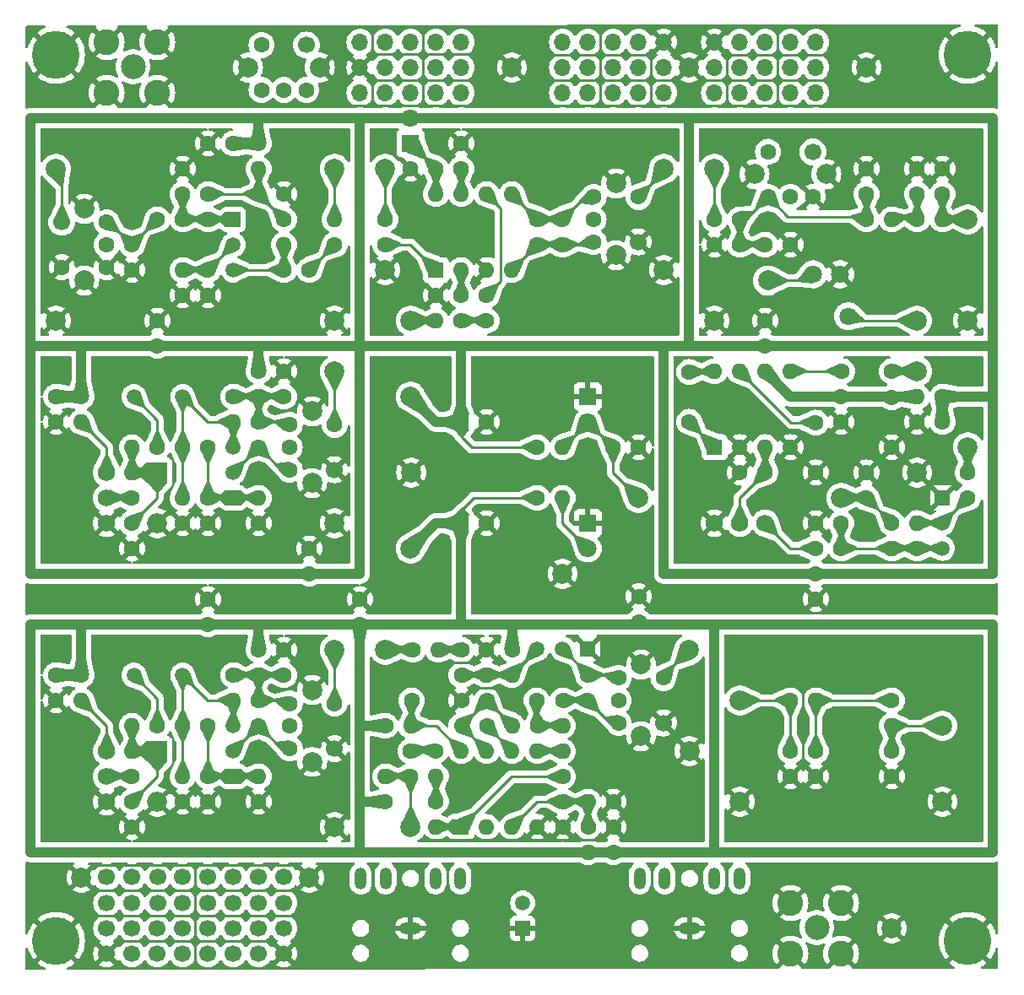
<source format=gbr>
%TF.GenerationSoftware,KiCad,Pcbnew,7.0.2-0*%
%TF.CreationDate,2024-06-16T14:43:20+09:00*%
%TF.ProjectId,am-pcb3,616d2d70-6362-4332-9e6b-696361645f70,rev?*%
%TF.SameCoordinates,Original*%
%TF.FileFunction,Copper,L2,Bot*%
%TF.FilePolarity,Positive*%
%FSLAX46Y46*%
G04 Gerber Fmt 4.6, Leading zero omitted, Abs format (unit mm)*
G04 Created by KiCad (PCBNEW 7.0.2-0) date 2024-06-16 14:43:20*
%MOMM*%
%LPD*%
G01*
G04 APERTURE LIST*
%TA.AperFunction,ComponentPad*%
%ADD10C,4.800000*%
%TD*%
%TA.AperFunction,ComponentPad*%
%ADD11C,1.600000*%
%TD*%
%TA.AperFunction,ComponentPad*%
%ADD12O,1.600000X1.600000*%
%TD*%
%TA.AperFunction,ComponentPad*%
%ADD13C,2.000000*%
%TD*%
%TA.AperFunction,ComponentPad*%
%ADD14R,1.500000X1.500000*%
%TD*%
%TA.AperFunction,ComponentPad*%
%ADD15C,1.500000*%
%TD*%
%TA.AperFunction,ComponentPad*%
%ADD16C,1.700000*%
%TD*%
%TA.AperFunction,ComponentPad*%
%ADD17R,1.600000X1.600000*%
%TD*%
%TA.AperFunction,ComponentPad*%
%ADD18R,1.800000X1.800000*%
%TD*%
%TA.AperFunction,ComponentPad*%
%ADD19C,1.800000*%
%TD*%
%TA.AperFunction,ComponentPad*%
%ADD20O,1.700000X1.700000*%
%TD*%
%TA.AperFunction,ComponentPad*%
%ADD21C,2.600000*%
%TD*%
%TA.AperFunction,ComponentPad*%
%ADD22C,2.500000*%
%TD*%
%TA.AperFunction,ComponentPad*%
%ADD23R,2.000000X2.000000*%
%TD*%
%TA.AperFunction,ComponentPad*%
%ADD24O,2.000000X2.000000*%
%TD*%
%TA.AperFunction,ComponentPad*%
%ADD25C,1.750000*%
%TD*%
%TA.AperFunction,ComponentPad*%
%ADD26O,2.200000X1.200000*%
%TD*%
%TA.AperFunction,ComponentPad*%
%ADD27O,1.200000X2.200000*%
%TD*%
%TA.AperFunction,ViaPad*%
%ADD28C,0.800000*%
%TD*%
%TA.AperFunction,Conductor*%
%ADD29C,1.000000*%
%TD*%
%TA.AperFunction,Conductor*%
%ADD30C,0.250000*%
%TD*%
G04 APERTURE END LIST*
D10*
%TO.P,Z3,1,1*%
%TO.N,GND*%
X180340000Y-133350000D03*
%TD*%
D11*
%TO.P,R83,1*%
%TO.N,+9VA*%
X213381685Y-111760000D03*
D12*
%TO.P,R83,2*%
%TO.N,Net-(U71C-V+)*%
X215921685Y-111760000D03*
%TD*%
D11*
%TO.P,R24,1*%
%TO.N,GND*%
X193040000Y-91440000D03*
D12*
%TO.P,R24,2*%
%TO.N,Net-(Q21-B)*%
X193040000Y-88900000D03*
%TD*%
D13*
%TO.P,TP64,1,1*%
%TO.N,Net-(R62-Pad1)*%
X213360000Y-104140000D03*
%TD*%
%TO.P,TP8,1,1*%
%TO.N,GND*%
X208280000Y-121920000D03*
%TD*%
D11*
%TO.P,C8,1*%
%TO.N,+9VA*%
X210820000Y-101600000D03*
%TO.P,C8,2*%
%TO.N,GND*%
X210820000Y-99060000D03*
%TD*%
%TO.P,C54,1*%
%TO.N,Net-(U51-V+)*%
X264160000Y-78820000D03*
%TO.P,C54,2*%
%TO.N,GND*%
X264160000Y-83820000D03*
%TD*%
D13*
%TO.P,TP91,1,1*%
%TO.N,GND*%
X208280000Y-71120000D03*
%TD*%
D11*
%TO.P,L71,1,1*%
%TO.N,Net-(T71-PR2)*%
X231161685Y-109220000D03*
D12*
%TO.P,L71,2,2*%
%TO.N,Net-(C73-Pad2)*%
X231161685Y-111760000D03*
%TD*%
D11*
%TO.P,L61,1,1*%
%TO.N,Net-(L61-Pad1)*%
X190500000Y-111760000D03*
D12*
%TO.P,L61,2,2*%
%TO.N,Net-(D61-K)*%
X187960000Y-111760000D03*
%TD*%
D14*
%TO.P,Q61,1,E*%
%TO.N,Net-(Q61-E)*%
X198120000Y-116840000D03*
D15*
%TO.P,Q61,2,C*%
%TO.N,Net-(Q61-C)*%
X198120000Y-114300000D03*
%TO.P,Q61,3,B*%
%TO.N,Net-(Q61-B)*%
X198120000Y-111760000D03*
%TD*%
D11*
%TO.P,C16,1*%
%TO.N,Net-(Q11-S)*%
X195580000Y-66040000D03*
%TO.P,C16,2*%
%TO.N,GND*%
X195580000Y-68580000D03*
%TD*%
D16*
%TO.P,J85,1,Pin_1*%
%TO.N,GND*%
X185420000Y-134620000D03*
%TO.P,J85,2,Pin_2*%
%TO.N,unconnected-(J85-Pin_2-Pad2)*%
X187960000Y-134620000D03*
%TO.P,J85,3,Pin_3*%
%TO.N,unconnected-(J85-Pin_3-Pad3)*%
X190500000Y-134620000D03*
%TO.P,J85,4,Pin_4*%
%TO.N,unconnected-(J85-Pin_4-Pad4)*%
X193040000Y-134620000D03*
%TO.P,J85,5,Pin_5*%
%TO.N,unconnected-(J85-Pin_5-Pad5)*%
X195580000Y-134620000D03*
%TO.P,J85,6,Pin_6*%
%TO.N,unconnected-(J85-Pin_6-Pad6)*%
X198120000Y-134620000D03*
%TO.P,J85,7,Pin_7*%
%TO.N,unconnected-(J85-Pin_7-Pad7)*%
X200660000Y-134620000D03*
%TO.P,J85,8,Pin_8*%
%TO.N,GND*%
X203200000Y-134620000D03*
%TO.P,J85,9,Pin_9*%
%TO.N,unconnected-(J85-Pin_9-Pad9)*%
X185420000Y-132080000D03*
%TO.P,J85,10,Pin_10*%
%TO.N,unconnected-(J85-Pin_10-Pad10)*%
X187960000Y-132080000D03*
%TO.P,J85,11,Pin_11*%
%TO.N,unconnected-(J85-Pin_11-Pad11)*%
X190500000Y-132080000D03*
%TO.P,J85,12,Pin_12*%
%TO.N,unconnected-(J85-Pin_12-Pad12)*%
X193040000Y-132080000D03*
%TO.P,J85,13,Pin_13*%
%TO.N,unconnected-(J85-Pin_13-Pad13)*%
X195580000Y-132080000D03*
%TO.P,J85,14,Pin_14*%
%TO.N,unconnected-(J85-Pin_14-Pad14)*%
X198120000Y-132080000D03*
%TO.P,J85,15,Pin_15*%
%TO.N,unconnected-(J85-Pin_15-Pad15)*%
X200660000Y-132080000D03*
%TO.P,J85,16,Pin_16*%
%TO.N,unconnected-(J85-Pin_16-Pad16)*%
X203200000Y-132080000D03*
%TO.P,J85,17,Pin_17*%
%TO.N,unconnected-(J85-Pin_17-Pad17)*%
X185420000Y-129540000D03*
%TO.P,J85,18,Pin_18*%
%TO.N,unconnected-(J85-Pin_18-Pad18)*%
X187960000Y-129540000D03*
%TO.P,J85,19,Pin_19*%
%TO.N,unconnected-(J85-Pin_19-Pad19)*%
X190540000Y-129540000D03*
%TO.P,J85,20,Pin_20*%
%TO.N,unconnected-(J85-Pin_20-Pad20)*%
X193040000Y-129540000D03*
%TO.P,J85,21,Pin_21*%
%TO.N,unconnected-(J85-Pin_21-Pad21)*%
X195580000Y-129540000D03*
%TO.P,J85,22,Pin_22*%
%TO.N,unconnected-(J85-Pin_22-Pad22)*%
X198120000Y-129540000D03*
%TO.P,J85,23,Pin_23*%
%TO.N,unconnected-(J85-Pin_23-Pad23)*%
X200660000Y-129540000D03*
%TO.P,J85,24,Pin_24*%
%TO.N,unconnected-(J85-Pin_24-Pad24)*%
X203200000Y-129540000D03*
%TO.P,J85,25,Pin_25*%
%TO.N,unconnected-(J85-Pin_25-Pad25)*%
X185420000Y-126960000D03*
%TO.P,J85,26,Pin_26*%
%TO.N,unconnected-(J85-Pin_26-Pad26)*%
X187960000Y-126960000D03*
%TO.P,J85,27,Pin_27*%
%TO.N,unconnected-(J85-Pin_27-Pad27)*%
X190540000Y-126960000D03*
%TO.P,J85,28,Pin_28*%
%TO.N,unconnected-(J85-Pin_28-Pad28)*%
X193040000Y-126960000D03*
%TO.P,J85,29,Pin_29*%
%TO.N,unconnected-(J85-Pin_29-Pad29)*%
X195580000Y-126960000D03*
%TO.P,J85,30,Pin_30*%
%TO.N,unconnected-(J85-Pin_30-Pad30)*%
X198120000Y-126960000D03*
%TO.P,J85,31,Pin_31*%
%TO.N,unconnected-(J85-Pin_31-Pad31)*%
X200660000Y-126960000D03*
%TO.P,J85,32,Pin_32*%
%TO.N,unconnected-(J85-Pin_32-Pad32)*%
X203200000Y-126960000D03*
%TD*%
D17*
%TO.P,U71,1*%
%TO.N,Net-(R77-Pad2)*%
X220990000Y-121910000D03*
D12*
%TO.P,U71,2,-*%
%TO.N,Net-(U71A--)*%
X223530000Y-121910000D03*
%TO.P,U71,3,+*%
%TO.N,Net-(U71A-+)*%
X226070000Y-121910000D03*
%TO.P,U71,4,V-*%
%TO.N,GND*%
X228610000Y-121910000D03*
%TO.P,U71,5,+*%
%TO.N,Net-(U71B-+)*%
X228610000Y-114290000D03*
%TO.P,U71,6,-*%
%TO.N,Net-(U71B--)*%
X226070000Y-114290000D03*
%TO.P,U71,7*%
%TO.N,Net-(C73-Pad1)*%
X223530000Y-114290000D03*
%TO.P,U71,8,V+*%
%TO.N,Net-(U71C-V+)*%
X220990000Y-114290000D03*
%TD*%
D18*
%TO.P,D82,1,K*%
%TO.N,GND*%
X233680000Y-91440000D03*
D19*
%TO.P,D82,2,A*%
%TO.N,Net-(D82-A)*%
X233680000Y-93980000D03*
%TD*%
D11*
%TO.P,R74,1*%
%TO.N,Net-(U71B--)*%
X223541685Y-111760000D03*
D12*
%TO.P,R74,2*%
%TO.N,Net-(C73-Pad1)*%
X221001685Y-111760000D03*
%TD*%
D11*
%TO.P,C37,1*%
%TO.N,Net-(U31-OSCE)*%
X220980000Y-55880000D03*
%TO.P,C37,2*%
%TO.N,GND*%
X220980000Y-53340000D03*
%TD*%
D13*
%TO.P,TP86,1,1*%
%TO.N,GND*%
X182880000Y-127000000D03*
%TD*%
D11*
%TO.P,T1,1,PR1*%
%TO.N,unconnected-(T1-PR1-Pad1)*%
X200950000Y-47970000D03*
%TO.P,T1,2,PM*%
%TO.N,unconnected-(T1-PM-Pad2)*%
X203200000Y-47970000D03*
%TO.P,T1,3,PR2*%
%TO.N,unconnected-(T1-PR2-Pad3)*%
X205450000Y-47970000D03*
D16*
%TO.P,T1,4,S1*%
%TO.N,unconnected-(T1-S1-Pad4)*%
X205450000Y-43470000D03*
D11*
%TO.P,T1,5,S2*%
%TO.N,unconnected-(T1-S2-Pad5)*%
X200950000Y-43470000D03*
D13*
%TO.P,T1,6,G1*%
%TO.N,GND*%
X199600000Y-45720000D03*
%TO.P,T1,7,G2*%
X206800000Y-45720000D03*
%TD*%
%TO.P,TP24,1,1*%
%TO.N,Net-(R31-Pad2)*%
X215900000Y-71120000D03*
%TD*%
D20*
%TO.P,J83,1,Pin_1*%
%TO.N,unconnected-(J83-Pin_1-Pad1)*%
X246380000Y-48260000D03*
%TO.P,J83,2,Pin_2*%
%TO.N,unconnected-(J83-Pin_2-Pad2)*%
X248920000Y-48260000D03*
%TO.P,J83,3,Pin_3*%
%TO.N,unconnected-(J83-Pin_3-Pad3)*%
X251460000Y-48260000D03*
%TO.P,J83,4,Pin_4*%
%TO.N,unconnected-(J83-Pin_4-Pad4)*%
X254000000Y-48260000D03*
%TO.P,J83,5,Pin_5*%
%TO.N,unconnected-(J83-Pin_5-Pad5)*%
X256540000Y-48260000D03*
%TO.P,J83,6,Pin_6*%
%TO.N,unconnected-(J83-Pin_6-Pad6)*%
X246380000Y-45720000D03*
%TO.P,J83,7,Pin_7*%
%TO.N,unconnected-(J83-Pin_7-Pad7)*%
X248920000Y-45720000D03*
%TO.P,J83,8,Pin_8*%
%TO.N,unconnected-(J83-Pin_8-Pad8)*%
X251460000Y-45720000D03*
%TO.P,J83,9,Pin_9*%
%TO.N,unconnected-(J83-Pin_9-Pad9)*%
X254000000Y-45720000D03*
%TO.P,J83,10,Pin_10*%
%TO.N,unconnected-(J83-Pin_10-Pad10)*%
X256540000Y-45720000D03*
%TO.P,J83,11,Pin_11*%
%TO.N,GND*%
X246380000Y-43180000D03*
%TO.P,J83,12,Pin_12*%
%TO.N,unconnected-(J83-Pin_12-Pad12)*%
X248920000Y-43180000D03*
%TO.P,J83,13,Pin_13*%
%TO.N,unconnected-(J83-Pin_13-Pad13)*%
X251460000Y-43180000D03*
%TO.P,J83,14,Pin_14*%
%TO.N,unconnected-(J83-Pin_14-Pad14)*%
X254000000Y-43180000D03*
%TO.P,J83,15,Pin_15*%
%TO.N,unconnected-(J83-Pin_15-Pad15)*%
X256540000Y-43180000D03*
%TD*%
D11*
%TO.P,R80,1*%
%TO.N,GND*%
X236249000Y-119380000D03*
D12*
%TO.P,R80,2*%
%TO.N,Net-(U71A-+)*%
X233709000Y-119380000D03*
%TD*%
D11*
%TO.P,C21,1*%
%TO.N,+9V*%
X180340000Y-78740000D03*
%TO.P,C21,2*%
%TO.N,GND*%
X180340000Y-81280000D03*
%TD*%
%TO.P,C34,1*%
%TO.N,Net-(T31-PR1)*%
X228600000Y-60960000D03*
%TO.P,C34,2*%
%TO.N,Net-(T31-PR2)*%
X228600000Y-63500000D03*
%TD*%
D13*
%TO.P,TP85,1,1*%
%TO.N,GND*%
X226060000Y-45720000D03*
%TD*%
D11*
%TO.P,R12,1*%
%TO.N,Net-(C13-Pad1)*%
X208280000Y-63500000D03*
D12*
%TO.P,R12,2*%
%TO.N,Net-(R12-Pad2)*%
X208280000Y-60960000D03*
%TD*%
D11*
%TO.P,C55,1*%
%TO.N,Net-(C55-Pad1)*%
X271790000Y-86350000D03*
%TO.P,C55,2*%
%TO.N,Net-(IC51-IN)*%
X271790000Y-88890000D03*
%TD*%
%TO.P,C61,1*%
%TO.N,Net-(C61-Pad1)*%
X243850000Y-81270000D03*
%TO.P,C61,2*%
%TO.N,Net-(C61-Pad2)*%
X243850000Y-76270000D03*
%TD*%
%TO.P,C23,1*%
%TO.N,Net-(T21-PR1)*%
X200660000Y-81280000D03*
%TO.P,C23,2*%
%TO.N,Net-(Q21-C)*%
X200660000Y-83820000D03*
%TD*%
%TO.P,C76,1*%
%TO.N,Net-(C76-Pad1)*%
X215900000Y-116840000D03*
%TO.P,C76,2*%
%TO.N,Net-(C76-Pad2)*%
X215900000Y-114300000D03*
%TD*%
%TO.P,R71,1*%
%TO.N,+9VA*%
X226081685Y-104111000D03*
D12*
%TO.P,R71,2*%
%TO.N,Net-(Q71-B)*%
X226081685Y-106651000D03*
%TD*%
D11*
%TO.P,R62,1*%
%TO.N,Net-(R62-Pad1)*%
X216125000Y-104140000D03*
D12*
%TO.P,R62,2*%
%TO.N,Net-(C80-Pad1)*%
X218665000Y-104140000D03*
%TD*%
D11*
%TO.P,R11,1*%
%TO.N,+9V*%
X200660000Y-53340000D03*
D12*
%TO.P,R11,2*%
%TO.N,Net-(C12-Pad1)*%
X200660000Y-55880000D03*
%TD*%
D13*
%TO.P,TP73,1,1*%
%TO.N,Net-(T71-S2)*%
X243840000Y-104140000D03*
%TD*%
D10*
%TO.P,Z1,1,1*%
%TO.N,GND*%
X271780000Y-44450000D03*
%TD*%
D11*
%TO.P,C33,1*%
%TO.N,GND*%
X218440000Y-68580000D03*
%TO.P,C33,2*%
%TO.N,Net-(U31-INB)*%
X220980000Y-68580000D03*
%TD*%
%TO.P,R64,1*%
%TO.N,GND*%
X193040000Y-119380000D03*
D12*
%TO.P,R64,2*%
%TO.N,Net-(Q61-B)*%
X193040000Y-116840000D03*
%TD*%
D13*
%TO.P,TP96,1,1*%
%TO.N,GND*%
X213360000Y-66040000D03*
%TD*%
D11*
%TO.P,C66,1*%
%TO.N,Net-(Q61-E)*%
X195580000Y-116840000D03*
%TO.P,C66,2*%
%TO.N,GND*%
X195580000Y-119380000D03*
%TD*%
%TO.P,R68,1*%
%TO.N,GND*%
X200660000Y-119380000D03*
D12*
%TO.P,R68,2*%
%TO.N,Net-(Q61-E)*%
X200660000Y-116840000D03*
%TD*%
D11*
%TO.P,C52,1*%
%TO.N,Net-(C52-Pad1)*%
X261620000Y-88890000D03*
%TO.P,C52,2*%
%TO.N,GND*%
X261620000Y-86350000D03*
%TD*%
D14*
%TO.P,Q11,1,G*%
%TO.N,Net-(Q11-G)*%
X198120000Y-60960000D03*
D15*
%TO.P,Q11,2,S*%
%TO.N,Net-(Q11-S)*%
X198120000Y-63500000D03*
%TO.P,Q11,3,D*%
%TO.N,Net-(Q11-D)*%
X198120000Y-66040000D03*
%TD*%
D11*
%TO.P,C71,1*%
%TO.N,GND*%
X236241685Y-121920000D03*
%TO.P,C71,2*%
%TO.N,+9VA*%
X236241685Y-124460000D03*
%TD*%
D13*
%TO.P,TP1,1,1*%
%TO.N,+9V*%
X215900000Y-78740000D03*
%TD*%
D11*
%TO.P,C44,1*%
%TO.N,Net-(C44-Pad1)*%
X269240000Y-58420000D03*
%TO.P,C44,2*%
%TO.N,GND*%
X269240000Y-55880000D03*
%TD*%
%TO.P,C60,1*%
%TO.N,GND*%
X248930000Y-86350000D03*
%TO.P,C60,2*%
%TO.N,Net-(U51-+)*%
X251470000Y-86350000D03*
%TD*%
%TO.P,C22,1*%
%TO.N,GND*%
X203200000Y-76200000D03*
%TO.P,C22,2*%
%TO.N,Net-(T21-PR1)*%
X203200000Y-78740000D03*
%TD*%
D14*
%TO.P,U1,1,-*%
%TO.N,GND*%
X227140000Y-132080000D03*
D15*
%TO.P,U1,2,+*%
%TO.N,unconnected-(U1-+-Pad2)*%
X227140000Y-129540000D03*
%TD*%
D11*
%TO.P,R21,1*%
%TO.N,+9V*%
X200660000Y-76200000D03*
D12*
%TO.P,R21,2*%
%TO.N,Net-(T21-PR1)*%
X200660000Y-78740000D03*
%TD*%
D11*
%TO.P,C72,1*%
%TO.N,Net-(Q71-C)*%
X233680000Y-106680000D03*
%TO.P,C72,2*%
%TO.N,Net-(T71-PR2)*%
X233680000Y-109220000D03*
%TD*%
%TO.P,R53,1*%
%TO.N,+9V*%
X269240000Y-78740000D03*
D12*
%TO.P,R53,2*%
%TO.N,Net-(U51-V+)*%
X266700000Y-78740000D03*
%TD*%
D11*
%TO.P,C59,1*%
%TO.N,Net-(C59-Pad1)*%
X259170000Y-76190000D03*
%TO.P,C59,2*%
%TO.N,Net-(C59-Pad2)*%
X264170000Y-76190000D03*
%TD*%
D21*
%TO.P,J3,1,G*%
%TO.N,GND*%
X254000000Y-129540000D03*
X254000000Y-134620000D03*
X259080000Y-129540000D03*
X259080000Y-134620000D03*
D22*
%TO.P,J3,2,S*%
%TO.N,unconnected-(J3-S-Pad2)*%
X256640000Y-132005000D03*
%TD*%
D13*
%TO.P,TP87,1,1*%
%TO.N,GND*%
X243840000Y-45720000D03*
%TD*%
D23*
%TO.P,D21,1,K*%
%TO.N,Net-(D21-K)*%
X190500000Y-86360000D03*
D24*
%TO.P,D21,2,A*%
%TO.N,GND*%
X190500000Y-91440000D03*
%TD*%
D13*
%TO.P,TP5,1,1*%
%TO.N,Net-(C59-Pad2)*%
X266710000Y-76190000D03*
%TD*%
D15*
%TO.P,X61,1,1*%
%TO.N,Net-(L61-Pad1)*%
X188160000Y-106680000D03*
%TO.P,X61,2,2*%
%TO.N,Net-(Q61-B)*%
X193040000Y-106680000D03*
%TD*%
D13*
%TO.P,TP6,1,1*%
%TO.N,GND*%
X266700000Y-86360000D03*
%TD*%
%TO.P,TP99,1,1*%
%TO.N,GND*%
X248920000Y-119380000D03*
%TD*%
%TO.P,TP44,1,1*%
%TO.N,Net-(C55-Pad1)*%
X271790000Y-83810000D03*
%TD*%
D11*
%TO.P,C82,1*%
%TO.N,Net-(C82-Pad1)*%
X256540000Y-114300000D03*
%TO.P,C82,2*%
%TO.N,GND*%
X256540000Y-116840000D03*
%TD*%
%TO.P,R52,1*%
%TO.N,Net-(C52-Pad1)*%
X264170000Y-91430000D03*
D12*
%TO.P,R52,2*%
%TO.N,Net-(IC51-OUT)*%
X264170000Y-93970000D03*
%TD*%
D11*
%TO.P,R79,1*%
%TO.N,Net-(R77-Pad2)*%
X231161685Y-116869000D03*
D12*
%TO.P,R79,2*%
%TO.N,Net-(U71B-+)*%
X231161685Y-114329000D03*
%TD*%
D11*
%TO.P,C35,1*%
%TO.N,Net-(T31-PR1)*%
X231140000Y-60960000D03*
%TO.P,C35,2*%
%TO.N,Net-(T31-PR2)*%
X231140000Y-63500000D03*
%TD*%
D18*
%TO.P,D31,1,K*%
%TO.N,Net-(D31-K)*%
X215900000Y-53340000D03*
D19*
%TO.P,D31,2,A*%
%TO.N,+9V*%
X215900000Y-50800000D03*
%TD*%
D15*
%TO.P,X21,1,1*%
%TO.N,Net-(L21-Pad1)*%
X188160000Y-78740000D03*
%TO.P,X21,2,2*%
%TO.N,Net-(Q21-B)*%
X193040000Y-78740000D03*
%TD*%
D13*
%TO.P,TP23,1,1*%
%TO.N,Net-(T21-S2)*%
X208280000Y-76200000D03*
%TD*%
D11*
%TO.P,L11,1,1*%
%TO.N,Net-(C12-Pad1)*%
X203200000Y-60960000D03*
D12*
%TO.P,L11,2,2*%
%TO.N,Net-(Q11-D)*%
X203200000Y-63500000D03*
%TD*%
D11*
%TO.P,T21,1,PR1*%
%TO.N,Net-(T21-PR1)*%
X203780000Y-81570000D03*
%TO.P,T21,2,PM*%
%TO.N,unconnected-(T21-PM-Pad2)*%
X203780000Y-83820000D03*
%TO.P,T21,3,PR2*%
%TO.N,Net-(Q21-C)*%
X203780000Y-86070000D03*
D16*
%TO.P,T21,4,S1*%
%TO.N,GND*%
X208280000Y-86070000D03*
D11*
%TO.P,T21,5,S2*%
%TO.N,Net-(T21-S2)*%
X208280000Y-81570000D03*
D13*
%TO.P,T21,6,G1*%
%TO.N,GND*%
X206030000Y-80220000D03*
%TO.P,T21,7,G2*%
X206030000Y-87420000D03*
%TD*%
D11*
%TO.P,C41,1*%
%TO.N,Net-(C41-Pad1)*%
X246380000Y-60960000D03*
%TO.P,C41,2*%
%TO.N,Net-(T41-PR1)*%
X248920000Y-60960000D03*
%TD*%
%TO.P,R75,1*%
%TO.N,+9VA*%
X213371685Y-119380000D03*
D12*
%TO.P,R75,2*%
%TO.N,Net-(C76-Pad1)*%
X213371685Y-116840000D03*
%TD*%
D11*
%TO.P,C64,1*%
%TO.N,Net-(T61-PR1)*%
X200660000Y-109220000D03*
%TO.P,C64,2*%
%TO.N,Net-(Q61-C)*%
X200660000Y-111760000D03*
%TD*%
D13*
%TO.P,TP53,1,1*%
%TO.N,Net-(D81-A)*%
X238760000Y-88900000D03*
%TD*%
D11*
%TO.P,C7,1*%
%TO.N,+9VA*%
X195580000Y-101600000D03*
%TO.P,C7,2*%
%TO.N,GND*%
X195580000Y-99060000D03*
%TD*%
%TO.P,C83,1*%
%TO.N,Net-(C83-Pad1)*%
X264160000Y-114300000D03*
%TO.P,C83,2*%
%TO.N,GND*%
X264160000Y-116840000D03*
%TD*%
D14*
%TO.P,Q21,1,E*%
%TO.N,Net-(Q21-E)*%
X198120000Y-88900000D03*
D15*
%TO.P,Q21,2,C*%
%TO.N,Net-(Q21-C)*%
X198120000Y-86360000D03*
%TO.P,Q21,3,B*%
%TO.N,Net-(Q21-B)*%
X198120000Y-83820000D03*
%TD*%
D19*
%TO.P,U81,1,IN*%
%TO.N,Net-(U81-IN)*%
X256278400Y-66471800D03*
%TO.P,U81,2,GND*%
%TO.N,GND*%
X258978400Y-66471800D03*
%TO.P,U81,3,OUT*%
%TO.N,Net-(U81-OUT)*%
X259778400Y-70671800D03*
%TD*%
D13*
%TO.P,TP92,1,1*%
%TO.N,GND*%
X241300000Y-66040000D03*
%TD*%
%TO.P,TP84,1,1*%
%TO.N,Net-(U81-OUT)*%
X266700000Y-71120000D03*
%TD*%
D11*
%TO.P,C2,1*%
%TO.N,+9V*%
X190500000Y-73660000D03*
%TO.P,C2,2*%
%TO.N,GND*%
X190500000Y-71120000D03*
%TD*%
%TO.P,C9,1*%
%TO.N,+9VA*%
X238781685Y-101324315D03*
%TO.P,C9,2*%
%TO.N,GND*%
X238781685Y-98784315D03*
%TD*%
%TO.P,C65,1*%
%TO.N,Net-(Q61-B)*%
X193040000Y-111760000D03*
%TO.P,C65,2*%
%TO.N,Net-(Q61-E)*%
X195580000Y-111760000D03*
%TD*%
D13*
%TO.P,TP3,1,1*%
%TO.N,Net-(T12-S2)*%
X180340000Y-55880000D03*
%TD*%
D11*
%TO.P,C13,1*%
%TO.N,Net-(C13-Pad1)*%
X205740000Y-66040000D03*
%TO.P,C13,2*%
%TO.N,Net-(Q11-D)*%
X203200000Y-66040000D03*
%TD*%
%TO.P,R65,1*%
%TO.N,+9VA*%
X182880000Y-106680000D03*
D12*
%TO.P,R65,2*%
%TO.N,Net-(R65-Pad2)*%
X182880000Y-109220000D03*
%TD*%
D11*
%TO.P,R54,1*%
%TO.N,Net-(IC51-OUT)*%
X266710000Y-93970000D03*
D12*
%TO.P,R54,2*%
%TO.N,Net-(IC51-IN)*%
X266710000Y-91430000D03*
%TD*%
D18*
%TO.P,D81,1,K*%
%TO.N,GND*%
X233680000Y-78740000D03*
D19*
%TO.P,D81,2,A*%
%TO.N,Net-(D81-A)*%
X233680000Y-81280000D03*
%TD*%
D11*
%TO.P,R14,1*%
%TO.N,GND*%
X193040000Y-68580000D03*
D12*
%TO.P,R14,2*%
%TO.N,Net-(Q11-S)*%
X193040000Y-66040000D03*
%TD*%
D11*
%TO.P,R27,1*%
%TO.N,Net-(R26-Pad2)*%
X187960000Y-88900000D03*
D12*
%TO.P,R27,2*%
%TO.N,Net-(D21-K)*%
X187960000Y-86360000D03*
%TD*%
D25*
%TO.P,R55,1,1*%
%TO.N,GND*%
X246390000Y-91430000D03*
%TO.P,R55,2,2*%
%TO.N,Net-(U51-+)*%
X248930000Y-91430000D03*
%TO.P,R55,3,3*%
%TO.N,Net-(C56-Pad2)*%
X251470000Y-91430000D03*
%TD*%
D13*
%TO.P,TP54,1,1*%
%TO.N,Net-(C52-Pad1)*%
X259080000Y-88900000D03*
%TD*%
%TO.P,TP83,1,1*%
%TO.N,Net-(U81-IN)*%
X251735000Y-67085000D03*
%TD*%
D21*
%TO.P,J4,1,G*%
%TO.N,GND*%
X185420000Y-43180000D03*
X185420000Y-48260000D03*
X190500000Y-43180000D03*
X190500000Y-48260000D03*
D22*
%TO.P,J4,2,S*%
%TO.N,unconnected-(J4-S-Pad2)*%
X188060000Y-45645000D03*
%TD*%
D13*
%TO.P,TP11,1,1*%
%TO.N,+9VA*%
X215900000Y-93980000D03*
%TD*%
D11*
%TO.P,C32,1*%
%TO.N,Net-(C32-Pad1)*%
X213360000Y-60960000D03*
%TO.P,C32,2*%
%TO.N,Net-(U31-INA)*%
X213360000Y-63500000D03*
%TD*%
%TO.P,R13,1*%
%TO.N,Net-(Q11-G)*%
X193040000Y-58420000D03*
D12*
%TO.P,R13,2*%
%TO.N,GND*%
X193040000Y-55880000D03*
%TD*%
D17*
%TO.P,C1,1*%
%TO.N,+9V*%
X220980000Y-81280000D03*
D11*
%TO.P,C1,2*%
%TO.N,GND*%
X223520000Y-81280000D03*
%TD*%
%TO.P,C84,1*%
%TO.N,Net-(D81-A)*%
X236220000Y-83820000D03*
%TO.P,C84,2*%
%TO.N,GND*%
X238760000Y-83820000D03*
%TD*%
%TO.P,C43,1*%
%TO.N,Net-(C43-Pad1)*%
X266700000Y-58420000D03*
%TO.P,C43,2*%
%TO.N,GND*%
X266700000Y-55880000D03*
%TD*%
%TO.P,C12,1*%
%TO.N,Net-(C12-Pad1)*%
X200660000Y-58420000D03*
%TO.P,C12,2*%
%TO.N,GND*%
X203200000Y-58420000D03*
%TD*%
D23*
%TO.P,D61,1,K*%
%TO.N,Net-(D61-K)*%
X190500000Y-114300000D03*
D24*
%TO.P,D61,2,A*%
%TO.N,GND*%
X190500000Y-119380000D03*
%TD*%
D14*
%TO.P,IC51,1,GND*%
%TO.N,GND*%
X269250000Y-88890000D03*
D15*
%TO.P,IC51,2,IN*%
%TO.N,Net-(IC51-IN)*%
X269250000Y-91430000D03*
%TO.P,IC51,3,OUT*%
%TO.N,Net-(IC51-OUT)*%
X269250000Y-93970000D03*
%TD*%
D11*
%TO.P,C51,1*%
%TO.N,+9V*%
X269240000Y-81280000D03*
%TO.P,C51,2*%
%TO.N,GND*%
X266700000Y-81280000D03*
%TD*%
%TO.P,R81,1*%
%TO.N,+9V*%
X228600000Y-83820000D03*
D12*
%TO.P,R81,2*%
%TO.N,Net-(D81-A)*%
X231140000Y-83820000D03*
%TD*%
D11*
%TO.P,R73,1*%
%TO.N,Net-(C73-Pad2)*%
X228621685Y-111760000D03*
D12*
%TO.P,R73,2*%
%TO.N,Net-(C73-Pad1)*%
X226081685Y-111760000D03*
%TD*%
D11*
%TO.P,L21,1,1*%
%TO.N,Net-(L21-Pad1)*%
X190500000Y-83820000D03*
D12*
%TO.P,L21,2,2*%
%TO.N,Net-(D21-K)*%
X187960000Y-83820000D03*
%TD*%
D11*
%TO.P,C4,1*%
%TO.N,+9V*%
X205740000Y-96520000D03*
%TO.P,C4,2*%
%TO.N,GND*%
X205740000Y-93980000D03*
%TD*%
%TO.P,C3,1*%
%TO.N,+9V*%
X256550000Y-96510000D03*
%TO.P,C3,2*%
%TO.N,GND*%
X256550000Y-99050000D03*
%TD*%
D13*
%TO.P,TP63,1,1*%
%TO.N,Net-(T61-S2)*%
X208280000Y-104140000D03*
%TD*%
D11*
%TO.P,R61,1*%
%TO.N,+9VA*%
X200660000Y-104140000D03*
D12*
%TO.P,R61,2*%
%TO.N,Net-(T61-PR1)*%
X200660000Y-106680000D03*
%TD*%
D20*
%TO.P,J82,1,Pin_1*%
%TO.N,unconnected-(J82-Pin_1-Pad1)*%
X210820000Y-48260000D03*
%TO.P,J82,2,Pin_2*%
%TO.N,unconnected-(J82-Pin_2-Pad2)*%
X213360000Y-48260000D03*
%TO.P,J82,3,Pin_3*%
%TO.N,unconnected-(J82-Pin_3-Pad3)*%
X215900000Y-48260000D03*
%TO.P,J82,4,Pin_4*%
%TO.N,unconnected-(J82-Pin_4-Pad4)*%
X218440000Y-48260000D03*
%TO.P,J82,5,Pin_5*%
%TO.N,unconnected-(J82-Pin_5-Pad5)*%
X220980000Y-48260000D03*
%TO.P,J82,6,Pin_6*%
%TO.N,GND*%
X210820000Y-45720000D03*
%TO.P,J82,7,Pin_7*%
%TO.N,unconnected-(J82-Pin_7-Pad7)*%
X213360000Y-45720000D03*
%TO.P,J82,8,Pin_8*%
%TO.N,unconnected-(J82-Pin_8-Pad8)*%
X215900000Y-45720000D03*
%TO.P,J82,9,Pin_9*%
%TO.N,unconnected-(J82-Pin_9-Pad9)*%
X218440000Y-45720000D03*
%TO.P,J82,10,Pin_10*%
%TO.N,unconnected-(J82-Pin_10-Pad10)*%
X220980000Y-45720000D03*
%TO.P,J82,11,Pin_11*%
%TO.N,unconnected-(J82-Pin_11-Pad11)*%
X210820000Y-43180000D03*
%TO.P,J82,12,Pin_12*%
%TO.N,unconnected-(J82-Pin_12-Pad12)*%
X213360000Y-43180000D03*
%TO.P,J82,13,Pin_13*%
%TO.N,unconnected-(J82-Pin_13-Pad13)*%
X215900000Y-43180000D03*
%TO.P,J82,14,Pin_14*%
%TO.N,unconnected-(J82-Pin_14-Pad14)*%
X218440000Y-43180000D03*
%TO.P,J82,15,Pin_15*%
%TO.N,unconnected-(J82-Pin_15-Pad15)*%
X220980000Y-43180000D03*
%TD*%
D13*
%TO.P,TP7,1,1*%
%TO.N,Net-(C76-Pad1)*%
X215911685Y-121920000D03*
%TD*%
D11*
%TO.P,C74,1*%
%TO.N,Net-(U71A-+)*%
X231161685Y-119380000D03*
%TO.P,C74,2*%
%TO.N,GND*%
X231161685Y-121920000D03*
%TD*%
D17*
%TO.P,C6,1*%
%TO.N,+9VA*%
X220980000Y-91440000D03*
D11*
%TO.P,C6,2*%
%TO.N,GND*%
X223520000Y-91440000D03*
%TD*%
%TO.P,R82,1*%
%TO.N,+9VA*%
X228600000Y-88900000D03*
D12*
%TO.P,R82,2*%
%TO.N,Net-(D82-A)*%
X231140000Y-88900000D03*
%TD*%
D11*
%TO.P,L42,1,1*%
%TO.N,Net-(C43-Pad1)*%
X266700000Y-60960000D03*
D12*
%TO.P,L42,2,2*%
%TO.N,Net-(C44-Pad1)*%
X269240000Y-60960000D03*
%TD*%
D13*
%TO.P,TP95,1,1*%
%TO.N,GND*%
X243861685Y-114300000D03*
%TD*%
D11*
%TO.P,R72,1*%
%TO.N,GND*%
X223520000Y-104111000D03*
D12*
%TO.P,R72,2*%
%TO.N,Net-(Q71-B)*%
X223520000Y-106651000D03*
%TD*%
D11*
%TO.P,C15,1*%
%TO.N,Net-(T12-PR1)*%
X187960000Y-63500000D03*
%TO.P,C15,2*%
%TO.N,GND*%
X187960000Y-66040000D03*
%TD*%
D13*
%TO.P,TP97,1,1*%
%TO.N,GND*%
X271780000Y-71120000D03*
%TD*%
%TO.P,TP13,1,1*%
%TO.N,Net-(R12-Pad2)*%
X208280000Y-55881000D03*
%TD*%
D17*
%TO.P,U31,1,INA*%
%TO.N,Net-(U31-INA)*%
X218440000Y-66040000D03*
D12*
%TO.P,U31,2,INB*%
%TO.N,Net-(U31-INB)*%
X220980000Y-66040000D03*
%TO.P,U31,3,GND*%
%TO.N,GND*%
X223520000Y-66040000D03*
%TO.P,U31,4,OUTA*%
%TO.N,Net-(T31-PR2)*%
X226060000Y-66040000D03*
%TO.P,U31,5,OUTB*%
%TO.N,Net-(T31-PR1)*%
X226060000Y-58420000D03*
%TO.P,U31,6,OSCB*%
%TO.N,Net-(U31-OSCB)*%
X223520000Y-58420000D03*
%TO.P,U31,7,OSCE*%
%TO.N,Net-(U31-OSCE)*%
X220980000Y-58420000D03*
%TO.P,U31,8,VCC*%
%TO.N,Net-(D31-K)*%
X218440000Y-58420000D03*
%TD*%
D11*
%TO.P,R63,1*%
%TO.N,Net-(T61-PR1)*%
X198120000Y-106680000D03*
D12*
%TO.P,R63,2*%
%TO.N,Net-(Q61-B)*%
X198120000Y-109220000D03*
%TD*%
D11*
%TO.P,R78,1*%
%TO.N,Net-(C76-Pad2)*%
X218440000Y-114271000D03*
D12*
%TO.P,R78,2*%
%TO.N,Net-(U71A--)*%
X218440000Y-116811000D03*
%TD*%
D11*
%TO.P,T71,1,PR2*%
%TO.N,Net-(T71-PR2)*%
X236764000Y-111470000D03*
%TO.P,T71,2,PM*%
%TO.N,unconnected-(T71-PM-Pad2)*%
X236764000Y-109220000D03*
%TO.P,T71,3,PR1*%
%TO.N,Net-(Q71-C)*%
X236764000Y-106970000D03*
%TO.P,T71,4,S2*%
%TO.N,Net-(T71-S2)*%
X241264000Y-106970000D03*
D16*
%TO.P,T71,5,S1*%
%TO.N,GND*%
X241264000Y-111470000D03*
D13*
%TO.P,T71,6,G1*%
X239014000Y-105620000D03*
%TO.P,T71,7,G2*%
X239014000Y-112820000D03*
%TD*%
D11*
%TO.P,C36,1*%
%TO.N,Net-(C36-Pad1)*%
X223520000Y-71120000D03*
%TO.P,C36,2*%
%TO.N,Net-(U31-OSCB)*%
X223520000Y-68580000D03*
%TD*%
%TO.P,C67,1*%
%TO.N,Net-(D61-K)*%
X187960000Y-119380000D03*
%TO.P,C67,2*%
%TO.N,GND*%
X187960000Y-121920000D03*
%TD*%
%TO.P,T41,1,PR1*%
%TO.N,Net-(T41-PR1)*%
X251750000Y-58684600D03*
%TO.P,T41,2,PM*%
%TO.N,unconnected-(T41-PM-Pad2)*%
X254000000Y-58684600D03*
%TO.P,T41,3,PR2*%
%TO.N,GND*%
X256250000Y-58684600D03*
D16*
%TO.P,T41,4,S1*%
%TO.N,unconnected-(T41-S1-Pad4)*%
X256250000Y-54184600D03*
D11*
%TO.P,T41,5,S2*%
%TO.N,unconnected-(T41-S2-Pad5)*%
X251750000Y-54184600D03*
D13*
%TO.P,T41,6,G1*%
%TO.N,GND*%
X250400000Y-56434600D03*
%TO.P,T41,7,G2*%
X257600000Y-56434600D03*
%TD*%
D11*
%TO.P,C58,1*%
%TO.N,GND*%
X256540000Y-91440000D03*
%TO.P,C58,2*%
%TO.N,Net-(IC51-OUT)*%
X259080000Y-91440000D03*
%TD*%
%TO.P,R77,1*%
%TO.N,Net-(U71A--)*%
X218440000Y-119351000D03*
D12*
%TO.P,R77,2*%
%TO.N,Net-(R77-Pad2)*%
X218440000Y-121891000D03*
%TD*%
D11*
%TO.P,L41,1,1*%
%TO.N,Net-(T41-PR1)*%
X261620000Y-60960000D03*
D12*
%TO.P,L41,2,2*%
%TO.N,Net-(C43-Pad1)*%
X264160000Y-60960000D03*
%TD*%
D11*
%TO.P,C63,1*%
%TO.N,GND*%
X203200000Y-104140000D03*
%TO.P,C63,2*%
%TO.N,Net-(T61-PR1)*%
X203200000Y-106680000D03*
%TD*%
D13*
%TO.P,TP33,1,1*%
%TO.N,Net-(T31-S2)*%
X241300000Y-55880000D03*
%TD*%
D11*
%TO.P,C81,1*%
%TO.N,Net-(C81-Pad1)*%
X254000000Y-114300000D03*
%TO.P,C81,2*%
%TO.N,GND*%
X254000000Y-116840000D03*
%TD*%
%TO.P,T61,1,PR1*%
%TO.N,Net-(T61-PR1)*%
X203780000Y-109535400D03*
%TO.P,T61,2,PM*%
%TO.N,unconnected-(T61-PM-Pad2)*%
X203780000Y-111785400D03*
%TO.P,T61,3,PR2*%
%TO.N,Net-(Q61-C)*%
X203780000Y-114035400D03*
D16*
%TO.P,T61,4,S1*%
%TO.N,GND*%
X208280000Y-114035400D03*
D11*
%TO.P,T61,5,S2*%
%TO.N,Net-(T61-S2)*%
X208280000Y-109535400D03*
D13*
%TO.P,T61,6,G1*%
%TO.N,GND*%
X206030000Y-108185400D03*
%TO.P,T61,7,G2*%
X206030000Y-115385400D03*
%TD*%
%TO.P,TP10,1,1*%
%TO.N,GND*%
X269240000Y-119380000D03*
%TD*%
D11*
%TO.P,C14,1*%
%TO.N,Net-(T12-PR1)*%
X190500000Y-60960000D03*
%TO.P,C14,2*%
%TO.N,Net-(Q11-G)*%
X193040000Y-60960000D03*
%TD*%
D13*
%TO.P,TP82,1,1*%
%TO.N,GND*%
X205740000Y-127000000D03*
%TD*%
D11*
%TO.P,R15,1*%
%TO.N,Net-(C12-Pad1)*%
X195580000Y-58420000D03*
D12*
%TO.P,R15,2*%
%TO.N,Net-(Q11-G)*%
X195580000Y-60960000D03*
%TD*%
D11*
%TO.P,C5,1*%
%TO.N,+9V*%
X251460000Y-73660000D03*
%TO.P,C5,2*%
%TO.N,GND*%
X251460000Y-71120000D03*
%TD*%
%TO.P,R23,1*%
%TO.N,Net-(T21-PR1)*%
X198120000Y-78740000D03*
D12*
%TO.P,R23,2*%
%TO.N,Net-(Q21-B)*%
X198120000Y-81280000D03*
%TD*%
D11*
%TO.P,R31,1*%
%TO.N,Net-(C36-Pad1)*%
X220980000Y-71120000D03*
D12*
%TO.P,R31,2*%
%TO.N,Net-(R31-Pad2)*%
X218440000Y-71120000D03*
%TD*%
D13*
%TO.P,TP98,1,1*%
%TO.N,GND*%
X231140000Y-96520000D03*
%TD*%
D11*
%TO.P,R25,1*%
%TO.N,+9V*%
X182880000Y-78740000D03*
D12*
%TO.P,R25,2*%
%TO.N,Net-(R25-Pad2)*%
X182880000Y-81280000D03*
%TD*%
D26*
%TO.P,J1,G*%
%TO.N,GND*%
X215900000Y-132080000D03*
D27*
%TO.P,J1,S*%
%TO.N,unconnected-(J1-PadS)*%
X210900000Y-127080000D03*
%TO.P,J1,SN*%
%TO.N,N/C*%
X213400000Y-127080000D03*
%TO.P,J1,T*%
%TO.N,unconnected-(J1-PadT)*%
X220900000Y-127080000D03*
%TO.P,J1,TN*%
%TO.N,N/C*%
X218400000Y-127080000D03*
%TD*%
D11*
%TO.P,C46,1*%
%TO.N,Net-(T41-PR1)*%
X248920000Y-63500000D03*
%TO.P,C46,2*%
%TO.N,GND*%
X246380000Y-63500000D03*
%TD*%
%TO.P,C42,1*%
%TO.N,Net-(T41-PR1)*%
X261620000Y-58420000D03*
%TO.P,C42,2*%
%TO.N,GND*%
X261620000Y-55880000D03*
%TD*%
D10*
%TO.P,Z4,1,1*%
%TO.N,GND*%
X180340000Y-44450000D03*
%TD*%
D13*
%TO.P,TP88,1,1*%
%TO.N,GND*%
X264160000Y-132080000D03*
%TD*%
D11*
%TO.P,C56,1*%
%TO.N,Net-(IC51-OUT)*%
X259090000Y-93970000D03*
%TO.P,C56,2*%
%TO.N,Net-(C56-Pad2)*%
X256550000Y-93970000D03*
%TD*%
%TO.P,R76,1*%
%TO.N,Net-(U71A-+)*%
X233701685Y-121891000D03*
D12*
%TO.P,R76,2*%
%TO.N,+9VA*%
X233701685Y-124431000D03*
%TD*%
D11*
%TO.P,C53,1*%
%TO.N,Net-(U51-V+)*%
X259080000Y-78740000D03*
%TO.P,C53,2*%
%TO.N,GND*%
X259080000Y-81280000D03*
%TD*%
D13*
%TO.P,TP4,1,1*%
%TO.N,GND*%
X180340000Y-71120000D03*
%TD*%
D11*
%TO.P,C11,1*%
%TO.N,+9V*%
X198120000Y-53340000D03*
%TO.P,C11,2*%
%TO.N,GND*%
X195580000Y-53340000D03*
%TD*%
D13*
%TO.P,TP14,1,1*%
%TO.N,Net-(C32-Pad1)*%
X213360000Y-55880000D03*
%TD*%
D11*
%TO.P,C24,1*%
%TO.N,Net-(Q21-B)*%
X193040000Y-83820000D03*
%TO.P,C24,2*%
%TO.N,Net-(Q21-E)*%
X195580000Y-83820000D03*
%TD*%
%TO.P,R28,1*%
%TO.N,GND*%
X200660000Y-91440000D03*
D12*
%TO.P,R28,2*%
%TO.N,Net-(Q21-E)*%
X200660000Y-88900000D03*
%TD*%
D13*
%TO.P,TP34,1,1*%
%TO.N,Net-(C41-Pad1)*%
X246380000Y-55880000D03*
%TD*%
D20*
%TO.P,J81,1,Pin_1*%
%TO.N,unconnected-(J81-Pin_1-Pad1)*%
X231140000Y-48260000D03*
%TO.P,J81,2,Pin_2*%
%TO.N,unconnected-(J81-Pin_2-Pad2)*%
X233680000Y-48260000D03*
%TO.P,J81,3,Pin_3*%
%TO.N,unconnected-(J81-Pin_3-Pad3)*%
X236220000Y-48260000D03*
%TO.P,J81,4,Pin_4*%
%TO.N,unconnected-(J81-Pin_4-Pad4)*%
X238760000Y-48260000D03*
%TO.P,J81,5,Pin_5*%
%TO.N,unconnected-(J81-Pin_5-Pad5)*%
X241300000Y-48260000D03*
%TO.P,J81,6,Pin_6*%
%TO.N,unconnected-(J81-Pin_6-Pad6)*%
X231140000Y-45720000D03*
%TO.P,J81,7,Pin_7*%
%TO.N,unconnected-(J81-Pin_7-Pad7)*%
X233680000Y-45720000D03*
%TO.P,J81,8,Pin_8*%
%TO.N,unconnected-(J81-Pin_8-Pad8)*%
X236220000Y-45720000D03*
%TO.P,J81,9,Pin_9*%
%TO.N,unconnected-(J81-Pin_9-Pad9)*%
X238760000Y-45720000D03*
%TO.P,J81,10,Pin_10*%
%TO.N,unconnected-(J81-Pin_10-Pad10)*%
X241300000Y-45720000D03*
%TO.P,J81,11,Pin_11*%
%TO.N,unconnected-(J81-Pin_11-Pad11)*%
X231140000Y-43180000D03*
%TO.P,J81,12,Pin_12*%
%TO.N,unconnected-(J81-Pin_12-Pad12)*%
X233680000Y-43180000D03*
%TO.P,J81,13,Pin_13*%
%TO.N,unconnected-(J81-Pin_13-Pad13)*%
X236220000Y-43180000D03*
%TO.P,J81,14,Pin_14*%
%TO.N,unconnected-(J81-Pin_14-Pad14)*%
X238760000Y-43180000D03*
%TO.P,J81,15,Pin_15*%
%TO.N,GND*%
X241300000Y-43180000D03*
%TD*%
D25*
%TO.P,R26,1,1*%
%TO.N,Net-(R25-Pad2)*%
X185420000Y-86360000D03*
%TO.P,R26,2,2*%
%TO.N,Net-(R26-Pad2)*%
X185420000Y-88900000D03*
%TO.P,R26,3,3*%
%TO.N,GND*%
X185420000Y-91440000D03*
%TD*%
D11*
%TO.P,C57,1*%
%TO.N,Net-(U51-BYPASS)*%
X256540000Y-81350000D03*
%TO.P,C57,2*%
%TO.N,GND*%
X256540000Y-86350000D03*
%TD*%
%TO.P,L81,1,1*%
%TO.N,Net-(C81-Pad1)*%
X254000000Y-109220000D03*
D12*
%TO.P,L81,2,2*%
%TO.N,Net-(C82-Pad1)*%
X256540000Y-109220000D03*
%TD*%
D13*
%TO.P,TP93,1,1*%
%TO.N,GND*%
X208280000Y-91440000D03*
%TD*%
D17*
%TO.P,U51,1,GAIN*%
%TO.N,Net-(C61-Pad1)*%
X246390000Y-83810000D03*
D12*
%TO.P,U51,2,-*%
%TO.N,GND*%
X248930000Y-83810000D03*
%TO.P,U51,3,+*%
%TO.N,Net-(U51-+)*%
X251470000Y-83810000D03*
%TO.P,U51,4,GND*%
%TO.N,GND*%
X254010000Y-83810000D03*
%TO.P,U51,5*%
%TO.N,Net-(C59-Pad1)*%
X254010000Y-76190000D03*
%TO.P,U51,6,V+*%
%TO.N,Net-(U51-V+)*%
X251470000Y-76190000D03*
%TO.P,U51,7,BYPASS*%
%TO.N,Net-(U51-BYPASS)*%
X248930000Y-76190000D03*
%TO.P,U51,8,GAIN*%
%TO.N,Net-(C61-Pad2)*%
X246390000Y-76190000D03*
%TD*%
D13*
%TO.P,TP9,1,1*%
%TO.N,Net-(C83-Pad1)*%
X269240000Y-111760000D03*
%TD*%
D25*
%TO.P,R66,1,1*%
%TO.N,Net-(R65-Pad2)*%
X185420000Y-114300000D03*
%TO.P,R66,2,2*%
%TO.N,Net-(R66-Pad2)*%
X185420000Y-116840000D03*
%TO.P,R66,3,3*%
%TO.N,GND*%
X185420000Y-119380000D03*
%TD*%
D11*
%TO.P,L82,1,1*%
%TO.N,Net-(C82-Pad1)*%
X264160000Y-109220000D03*
D12*
%TO.P,L82,2,2*%
%TO.N,Net-(C83-Pad1)*%
X264160000Y-111760000D03*
%TD*%
D11*
%TO.P,C75,1*%
%TO.N,Net-(U71C-V+)*%
X216001685Y-109220000D03*
%TO.P,C75,2*%
%TO.N,GND*%
X221001685Y-109220000D03*
%TD*%
D26*
%TO.P,J2,G*%
%TO.N,GND*%
X243880000Y-132080000D03*
D27*
%TO.P,J2,S*%
%TO.N,unconnected-(J2-PadS)*%
X238880000Y-127080000D03*
%TO.P,J2,SN*%
%TO.N,N/C*%
X241380000Y-127080000D03*
%TO.P,J2,T*%
%TO.N,unconnected-(J2-PadT)*%
X248880000Y-127080000D03*
%TO.P,J2,TN*%
%TO.N,N/C*%
X246380000Y-127080000D03*
%TD*%
D13*
%TO.P,TP74,1,1*%
%TO.N,Net-(C81-Pad1)*%
X248920000Y-109220000D03*
%TD*%
%TO.P,TP94,1,1*%
%TO.N,GND*%
X246380000Y-71120000D03*
%TD*%
D11*
%TO.P,C31,1*%
%TO.N,Net-(D31-K)*%
X218440000Y-55880000D03*
%TO.P,C31,2*%
%TO.N,GND*%
X215900000Y-55880000D03*
%TD*%
D10*
%TO.P,Z2,1,1*%
%TO.N,GND*%
X271780000Y-133350000D03*
%TD*%
D13*
%TO.P,TP81,1,1*%
%TO.N,GND*%
X261620000Y-45720000D03*
%TD*%
D11*
%TO.P,C26,1*%
%TO.N,Net-(D21-K)*%
X187960000Y-91440000D03*
%TO.P,C26,2*%
%TO.N,GND*%
X187960000Y-93980000D03*
%TD*%
D13*
%TO.P,TP2,1,1*%
%TO.N,GND*%
X215959000Y-86360000D03*
%TD*%
D11*
%TO.P,C62,1*%
%TO.N,+9VA*%
X180340000Y-106680000D03*
%TO.P,C62,2*%
%TO.N,GND*%
X180340000Y-109220000D03*
%TD*%
%TO.P,C25,1*%
%TO.N,Net-(Q21-E)*%
X195580000Y-88900000D03*
%TO.P,C25,2*%
%TO.N,GND*%
X195580000Y-91440000D03*
%TD*%
D13*
%TO.P,TP43,1,1*%
%TO.N,Net-(C44-Pad1)*%
X271780000Y-60960000D03*
%TD*%
D11*
%TO.P,C45,1*%
%TO.N,Net-(T41-PR1)*%
X251460000Y-63500000D03*
%TO.P,C45,2*%
%TO.N,GND*%
X254000000Y-63500000D03*
%TD*%
%TO.P,R67,1*%
%TO.N,Net-(R66-Pad2)*%
X187960000Y-116840000D03*
D12*
%TO.P,R67,2*%
%TO.N,Net-(D61-K)*%
X187960000Y-114300000D03*
%TD*%
D14*
%TO.P,Q71,1,E*%
%TO.N,GND*%
X233680000Y-104034000D03*
D15*
%TO.P,Q71,2,C*%
%TO.N,Net-(Q71-C)*%
X231140000Y-104034000D03*
%TO.P,Q71,3,B*%
%TO.N,Net-(Q71-B)*%
X228600000Y-104034000D03*
%TD*%
D11*
%TO.P,C80,1*%
%TO.N,Net-(C80-Pad1)*%
X221001685Y-104140000D03*
%TO.P,C80,2*%
%TO.N,Net-(Q71-B)*%
X221001685Y-106680000D03*
%TD*%
%TO.P,T12,1,PR1*%
%TO.N,Net-(T12-PR1)*%
X185420000Y-61250000D03*
%TO.P,T12,2,PM*%
%TO.N,unconnected-(T12-PM-Pad2)*%
X185420000Y-63500000D03*
%TO.P,T12,3,PR2*%
%TO.N,GND*%
X185420000Y-65750000D03*
%TO.P,T12,4,S1*%
X180920000Y-65750000D03*
D16*
%TO.P,T12,5,S2*%
%TO.N,Net-(T12-S2)*%
X180920000Y-61250000D03*
D13*
%TO.P,T12,6,G1*%
%TO.N,GND*%
X183170000Y-67100000D03*
%TO.P,T12,7,G2*%
X183170000Y-59900000D03*
%TD*%
D11*
%TO.P,C73,1*%
%TO.N,Net-(C73-Pad1)*%
X223541685Y-109220000D03*
%TO.P,C73,2*%
%TO.N,Net-(C73-Pad2)*%
X228541685Y-109220000D03*
%TD*%
%TO.P,T31,1,PR1*%
%TO.N,Net-(T31-PR1)*%
X234260000Y-58710000D03*
%TO.P,T31,2,PM*%
%TO.N,unconnected-(T31-PM-Pad2)*%
X234260000Y-60960000D03*
%TO.P,T31,3,PR2*%
%TO.N,Net-(T31-PR2)*%
X234260000Y-63210000D03*
D16*
%TO.P,T31,4,S1*%
%TO.N,GND*%
X238760000Y-63210000D03*
D11*
%TO.P,T31,5,S2*%
%TO.N,Net-(T31-S2)*%
X238760000Y-58710000D03*
D13*
%TO.P,T31,6,G1*%
%TO.N,GND*%
X236510000Y-57360000D03*
%TO.P,T31,7,G2*%
X236510000Y-64560000D03*
%TD*%
D28*
%TO.N,GND*%
X226081685Y-109220000D03*
X223580000Y-76200000D03*
X213360000Y-53340000D03*
X261630000Y-76190000D03*
X185420000Y-109220000D03*
X266700000Y-109220000D03*
X180340000Y-99060000D03*
X200660000Y-86360000D03*
X213360000Y-114300000D03*
X238820000Y-76200000D03*
X195580000Y-104140000D03*
X261620000Y-91440000D03*
X180340000Y-53340000D03*
X213360000Y-71120000D03*
X243840000Y-93980000D03*
X243850000Y-78730000D03*
X180340000Y-93980000D03*
X271780000Y-81280000D03*
X259080000Y-121920000D03*
X248920000Y-104140000D03*
X195580000Y-63500000D03*
X241300000Y-53340000D03*
X259080000Y-63210000D03*
X213420000Y-76200000D03*
X259080000Y-106680000D03*
X180340000Y-104140000D03*
X185420000Y-104140000D03*
X208280000Y-53340000D03*
X226060000Y-71120000D03*
X226120000Y-99060000D03*
X246380000Y-53340000D03*
X271780000Y-104140000D03*
X271780000Y-121920000D03*
X233680000Y-86360000D03*
X200660000Y-68580000D03*
X180340000Y-76200000D03*
X255270000Y-111760000D03*
X231161685Y-106404315D03*
X271790000Y-93970000D03*
X241300000Y-71120000D03*
X271780000Y-53050000D03*
X185420000Y-81280000D03*
X215921685Y-106404315D03*
X271780000Y-76200000D03*
X222271685Y-118110000D03*
X271780000Y-99060000D03*
X220980000Y-63500000D03*
X200660000Y-60960000D03*
X226081685Y-119104315D03*
X195580000Y-76200000D03*
X180340000Y-121920000D03*
X228600000Y-53340000D03*
X259080000Y-111760000D03*
X213420000Y-99060000D03*
X185420000Y-76200000D03*
X271780000Y-111760000D03*
X251470000Y-93970000D03*
%TD*%
D29*
%TO.N,+9V*%
X210820000Y-91440000D02*
X210820000Y-96520000D01*
X200660000Y-50800000D02*
X210820000Y-50800000D01*
X220980000Y-81280000D02*
X220980000Y-73660000D01*
X182880000Y-73660000D02*
X200660000Y-73660000D01*
D30*
X228660000Y-83820000D02*
X222056000Y-83820000D01*
D29*
X210820000Y-73660000D02*
X210820000Y-91440000D01*
X220980000Y-50800000D02*
X243840000Y-50800000D01*
X243840000Y-50800000D02*
X243840000Y-73660000D01*
X210820000Y-50800000D02*
X220980000Y-50800000D01*
D30*
X221040000Y-82804000D02*
X221040000Y-81280000D01*
D29*
X177800000Y-96520000D02*
X210820000Y-96520000D01*
X241300000Y-96520000D02*
X241300000Y-73660000D01*
X269250000Y-78730000D02*
X269240000Y-78740000D01*
X269240000Y-78740000D02*
X269240000Y-81280000D01*
X274320000Y-73660000D02*
X274320000Y-63500000D01*
X182880000Y-78740000D02*
X180340000Y-78740000D01*
X243840000Y-50800000D02*
X274320000Y-50800000D01*
X210820000Y-73660000D02*
X220980000Y-73660000D01*
X261620000Y-73660000D02*
X274320000Y-73660000D01*
X200660000Y-50800000D02*
X200660000Y-53340000D01*
X274320000Y-73660000D02*
X274320000Y-96520000D01*
X177800000Y-73660000D02*
X177800000Y-96520000D01*
X200660000Y-53340000D02*
X198120000Y-53340000D01*
X243840000Y-73660000D02*
X261620000Y-73660000D01*
X177800000Y-50800000D02*
X177800000Y-73660000D01*
X220980000Y-73660000D02*
X241300000Y-73660000D01*
X274330000Y-78730000D02*
X269250000Y-78730000D01*
X241300000Y-73660000D02*
X243840000Y-73660000D01*
X177800000Y-73660000D02*
X182880000Y-73660000D01*
X218440000Y-81280000D02*
X220980000Y-81280000D01*
X177800000Y-50800000D02*
X200660000Y-50800000D01*
X274320000Y-63500000D02*
X274320000Y-50800000D01*
X182880000Y-73660000D02*
X182880000Y-78740000D01*
X274320000Y-96520000D02*
X241300000Y-96520000D01*
X215900000Y-78740000D02*
X218440000Y-81280000D01*
X200660000Y-73660000D02*
X210820000Y-73660000D01*
D30*
X222056000Y-83820000D02*
X221040000Y-82804000D01*
D29*
X210820000Y-50800000D02*
X210820000Y-73660000D01*
X200660000Y-73660000D02*
X200660000Y-76200000D01*
D30*
%TO.N,GND*%
X212090000Y-46990000D02*
X222885000Y-46990000D01*
X247650000Y-44450000D02*
X247650000Y-49530000D01*
X240030000Y-44450000D02*
X229235000Y-44450000D01*
X255270000Y-115570000D02*
X255270000Y-111760000D01*
X222250000Y-105410000D02*
X219710000Y-105410000D01*
X212090000Y-46990000D02*
X212090000Y-49530000D01*
X212090000Y-49530000D02*
X208915000Y-49530000D01*
X242570000Y-46990000D02*
X229235000Y-46990000D01*
X217170000Y-41910000D02*
X217170000Y-49530000D01*
X255270000Y-111760000D02*
X255270000Y-107950000D01*
X212145000Y-44395000D02*
X222830000Y-44395000D01*
X247650000Y-44450000D02*
X258445000Y-44450000D01*
X194310000Y-125730000D02*
X204470000Y-125730000D01*
X194310000Y-125730000D02*
X194310000Y-135890000D01*
X240030000Y-44450000D02*
X240030000Y-49530000D01*
X222250000Y-107950000D02*
X224790000Y-107950000D01*
X212090000Y-44450000D02*
X212090000Y-41910000D01*
X257810000Y-49530000D02*
X240030000Y-49530000D01*
X212090000Y-44450000D02*
X212145000Y-44395000D01*
X184150000Y-125730000D02*
X194310000Y-125730000D01*
X204470000Y-128270000D02*
X184150000Y-128270000D01*
X240030000Y-49530000D02*
X212090000Y-49530000D01*
X222885000Y-44450000D02*
X222830000Y-44395000D01*
X234950000Y-41910000D02*
X234950000Y-49530000D01*
X245110000Y-46990000D02*
X257810000Y-46990000D01*
X201930000Y-133350000D02*
X186690000Y-133350000D01*
X236241685Y-121920000D02*
X234971685Y-123190000D01*
X234971685Y-123190000D02*
X217170000Y-123190000D01*
X252730000Y-41910000D02*
X252730000Y-49530000D01*
X184150000Y-130810000D02*
X204470000Y-130810000D01*
%TO.N,Net-(Q11-D)*%
X198120000Y-66040000D02*
X203200000Y-66040000D01*
X203200000Y-63500000D02*
X203200000Y-66040000D01*
%TO.N,Net-(T12-PR1)*%
X190500000Y-60960000D02*
X187960000Y-63500000D01*
X185420000Y-60960000D02*
X187960000Y-63500000D01*
%TO.N,Net-(Q11-G)*%
X193040000Y-60960000D02*
X195580000Y-60960000D01*
X195580000Y-60960000D02*
X198120000Y-60960000D01*
X193040000Y-58420000D02*
X193040000Y-60960000D01*
%TO.N,Net-(Q11-S)*%
X198120000Y-63500000D02*
X195580000Y-66040000D01*
X193040000Y-66040000D02*
X195580000Y-66040000D01*
%TO.N,Net-(T21-PR1)*%
X203200000Y-78740000D02*
X200660000Y-78740000D01*
X200660000Y-78740000D02*
X200660000Y-81280000D01*
X200660000Y-81280000D02*
X203780000Y-81280000D01*
X198120000Y-78740000D02*
X200660000Y-78740000D01*
%TO.N,Net-(Q21-C)*%
X202620000Y-85780000D02*
X200660000Y-83820000D01*
X203780000Y-85780000D02*
X202620000Y-85780000D01*
X198120000Y-86360000D02*
X200660000Y-83820000D01*
%TO.N,Net-(Q21-B)*%
X193040000Y-83820000D02*
X193040000Y-78740000D01*
X193040000Y-83820000D02*
X193040000Y-88900000D01*
X198120000Y-81280000D02*
X198120000Y-83820000D01*
X193040000Y-78740000D02*
X195580000Y-81280000D01*
X195580000Y-81280000D02*
X198120000Y-81280000D01*
%TO.N,Net-(Q21-E)*%
X195580000Y-88900000D02*
X198120000Y-88900000D01*
X198120000Y-88900000D02*
X200660000Y-88900000D01*
X195580000Y-83820000D02*
X195580000Y-88900000D01*
%TO.N,Net-(D21-K)*%
X187960000Y-86360000D02*
X190500000Y-86360000D01*
X187960000Y-83820000D02*
X187960000Y-86360000D01*
X190500000Y-88900000D02*
X187960000Y-91440000D01*
X190500000Y-86360000D02*
X190500000Y-88900000D01*
%TO.N,Net-(T31-PR1)*%
X233390000Y-58710000D02*
X234260000Y-58710000D01*
X231140000Y-60960000D02*
X233390000Y-58710000D01*
X226060000Y-58420000D02*
X228600000Y-60960000D01*
X231140000Y-60960000D02*
X228600000Y-60960000D01*
%TO.N,Net-(D31-K)*%
X215900000Y-53340000D02*
X218440000Y-55880000D01*
X218440000Y-55880000D02*
X218440000Y-58420000D01*
%TO.N,Net-(C32-Pad1)*%
X213360000Y-55880000D02*
X213360000Y-60960000D01*
%TO.N,Net-(U31-INA)*%
X213360000Y-63500000D02*
X215900000Y-63500000D01*
X215900000Y-63500000D02*
X218440000Y-66040000D01*
%TO.N,Net-(C36-Pad1)*%
X220980000Y-71120000D02*
X223520000Y-71120000D01*
%TO.N,Net-(U31-INB)*%
X220980000Y-66040000D02*
X220980000Y-68580000D01*
%TO.N,Net-(T31-S2)*%
X241300000Y-56170000D02*
X241300000Y-55880000D01*
X238760000Y-58710000D02*
X241300000Y-56170000D01*
%TO.N,Net-(C43-Pad1)*%
X266700000Y-58130000D02*
X266700000Y-60670000D01*
X264160000Y-60670000D02*
X266700000Y-60670000D01*
%TO.N,Net-(C44-Pad1)*%
X269240000Y-60960000D02*
X271780000Y-60960000D01*
X269240000Y-58420000D02*
X269240000Y-60960000D01*
D29*
%TO.N,Net-(U51-V+)*%
X261630000Y-78730000D02*
X266690000Y-78730000D01*
X254010000Y-78730000D02*
X251470000Y-76190000D01*
X266690000Y-78730000D02*
X266700000Y-78740000D01*
X261630000Y-78730000D02*
X254010000Y-78730000D01*
D30*
%TO.N,Net-(IC51-IN)*%
X269250000Y-91430000D02*
X271790000Y-88890000D01*
X266710000Y-91430000D02*
X269250000Y-91430000D01*
%TO.N,Net-(IC51-OUT)*%
X266710000Y-93970000D02*
X264170000Y-93970000D01*
X259090000Y-91430000D02*
X259090000Y-93970000D01*
X259090000Y-93970000D02*
X264170000Y-93970000D01*
X269250000Y-93970000D02*
X266710000Y-93970000D01*
%TO.N,Net-(C56-Pad2)*%
X256550000Y-93970000D02*
X254010000Y-93970000D01*
X254010000Y-93970000D02*
X251470000Y-91430000D01*
%TO.N,Net-(U51-BYPASS)*%
X256540000Y-81350000D02*
X254090000Y-81350000D01*
X254090000Y-81350000D02*
X248930000Y-76190000D01*
%TO.N,Net-(C59-Pad1)*%
X256550000Y-76190000D02*
X254010000Y-76190000D01*
X259170000Y-76190000D02*
X256550000Y-76190000D01*
%TO.N,Net-(C59-Pad2)*%
X264170000Y-76190000D02*
X266710000Y-76190000D01*
%TO.N,Net-(U51-+)*%
X248930000Y-91430000D02*
X248930000Y-88890000D01*
X251470000Y-86350000D02*
X251470000Y-83810000D01*
X248930000Y-88890000D02*
X251470000Y-86350000D01*
%TO.N,Net-(C61-Pad1)*%
X243850000Y-81270000D02*
X246390000Y-83810000D01*
%TO.N,Net-(C61-Pad2)*%
X243850000Y-76270000D02*
X246310000Y-76270000D01*
X246310000Y-76270000D02*
X246390000Y-76190000D01*
%TO.N,Net-(L21-Pad1)*%
X188160000Y-78740000D02*
X190500000Y-81080000D01*
X190500000Y-81080000D02*
X190500000Y-83820000D01*
%TO.N,Net-(T21-S2)*%
X208280000Y-81280000D02*
X208280000Y-76200000D01*
%TO.N,Net-(R25-Pad2)*%
X185420000Y-86360000D02*
X185420000Y-83820000D01*
X185420000Y-83820000D02*
X182880000Y-81280000D01*
%TO.N,Net-(R26-Pad2)*%
X185420000Y-88900000D02*
X187960000Y-88900000D01*
%TO.N,Net-(T12-S2)*%
X180920000Y-60960000D02*
X180920000Y-56460000D01*
X180920000Y-56460000D02*
X180340000Y-55880000D01*
%TO.N,Net-(T41-PR1)*%
X251750000Y-58684600D02*
X253735400Y-60670000D01*
X253735400Y-60670000D02*
X261620000Y-60670000D01*
X248920000Y-60960000D02*
X248920000Y-63500000D01*
X248920000Y-63500000D02*
X251460000Y-63500000D01*
X249474600Y-60960000D02*
X248920000Y-60960000D01*
X251750000Y-58684600D02*
X249474600Y-60960000D01*
X261620000Y-60670000D02*
X261620000Y-58130000D01*
%TO.N,Net-(T61-PR1)*%
X200660000Y-106880000D02*
X200460000Y-106680000D01*
X203780000Y-109220000D02*
X200660000Y-109220000D01*
X203200000Y-106680000D02*
X200460000Y-106680000D01*
X200660000Y-109220000D02*
X200660000Y-106880000D01*
X200460000Y-106680000D02*
X198120000Y-106680000D01*
%TO.N,Net-(Q61-C)*%
X200660000Y-111760000D02*
X198120000Y-114300000D01*
X202620000Y-113720000D02*
X200660000Y-111760000D01*
X203780000Y-113720000D02*
X202620000Y-113720000D01*
%TO.N,Net-(Q61-B)*%
X198120000Y-109220000D02*
X195580000Y-109220000D01*
X193040000Y-106680000D02*
X193040000Y-111760000D01*
X193040000Y-111760000D02*
X193040000Y-116840000D01*
X198120000Y-109220000D02*
X198120000Y-111760000D01*
X195580000Y-109220000D02*
X193040000Y-106680000D01*
%TO.N,Net-(Q61-E)*%
X200660000Y-116840000D02*
X198120000Y-116840000D01*
X198120000Y-116840000D02*
X195580000Y-116840000D01*
X195580000Y-111760000D02*
X195580000Y-116840000D01*
%TO.N,Net-(D61-K)*%
X187960000Y-114300000D02*
X190500000Y-114300000D01*
X187960000Y-111760000D02*
X187960000Y-114300000D01*
X187960000Y-119380000D02*
X190500000Y-116840000D01*
X190500000Y-116840000D02*
X190500000Y-114300000D01*
%TO.N,Net-(C73-Pad1)*%
X223541685Y-109220000D02*
X223541685Y-109325315D01*
X221001685Y-111760000D02*
X223530000Y-114288315D01*
X223541685Y-109220000D02*
X221001685Y-111760000D01*
X223541685Y-109220000D02*
X226081685Y-111760000D01*
X223530000Y-114288315D02*
X223530000Y-114290000D01*
%TO.N,Net-(T31-PR2)*%
X226060000Y-66040000D02*
X228600000Y-63500000D01*
X233970000Y-63500000D02*
X234260000Y-63210000D01*
X231140000Y-63500000D02*
X233970000Y-63500000D01*
X231140000Y-63500000D02*
X228600000Y-63500000D01*
%TO.N,Net-(U31-OSCB)*%
X224935000Y-67165000D02*
X224935000Y-59835000D01*
X223520000Y-68580000D02*
X224935000Y-67165000D01*
X224935000Y-59835000D02*
X223520000Y-58420000D01*
%TO.N,Net-(C76-Pad1)*%
X215900000Y-116840000D02*
X215900000Y-121908315D01*
X215900000Y-121908315D02*
X215911685Y-121920000D01*
X213371685Y-116840000D02*
X215900000Y-116840000D01*
%TO.N,Net-(U31-OSCE)*%
X220980000Y-55880000D02*
X220980000Y-58420000D01*
%TO.N,Net-(U71A-+)*%
X233709000Y-119380000D02*
X231161685Y-119380000D01*
X228600000Y-119380000D02*
X231161685Y-119380000D01*
X226070000Y-121910000D02*
X228600000Y-119380000D01*
X233701685Y-121644315D02*
X233701685Y-119104315D01*
%TO.N,Net-(U71C-V+)*%
X220990000Y-114290000D02*
X218460000Y-111760000D01*
X216001685Y-109220000D02*
X216001685Y-111680000D01*
X216001685Y-111680000D02*
X215921685Y-111760000D01*
X218460000Y-111760000D02*
X215921685Y-111760000D01*
%TO.N,Net-(C80-Pad1)*%
X218665000Y-104140000D02*
X221001685Y-104140000D01*
%TO.N,Net-(Q71-B)*%
X223491000Y-106680000D02*
X223520000Y-106651000D01*
X226081685Y-106651000D02*
X228600000Y-104132685D01*
X228600000Y-104034000D02*
X226081685Y-106552315D01*
X221001685Y-106680000D02*
X221030685Y-106651000D01*
X223520000Y-106651000D02*
X226081685Y-106651000D01*
X226081685Y-106552315D02*
X226081685Y-106651000D01*
X221001685Y-106680000D02*
X223491000Y-106680000D01*
X221030685Y-106651000D02*
X226081685Y-106651000D01*
%TO.N,Net-(T71-S2)*%
X243840000Y-104140000D02*
X241264000Y-106716000D01*
X241264000Y-106716000D02*
X241264000Y-106970000D01*
X241285685Y-106694315D02*
X241285685Y-106440315D01*
%TO.N,Net-(C82-Pad1)*%
X264160000Y-109220000D02*
X256540000Y-109220000D01*
X256540000Y-114300000D02*
X256540000Y-109220000D01*
%TO.N,Net-(C83-Pad1)*%
X264160000Y-111760000D02*
X264160000Y-114300000D01*
X269240000Y-111760000D02*
X264160000Y-111760000D01*
%TO.N,Net-(L61-Pad1)*%
X188160000Y-106680000D02*
X190500000Y-109020000D01*
X190500000Y-109020000D02*
X190500000Y-111760000D01*
%TO.N,Net-(Q71-C)*%
X231161685Y-104055685D02*
X233680000Y-106574000D01*
X233680000Y-106574000D02*
X233680000Y-106680000D01*
X236474000Y-106680000D02*
X233680000Y-106680000D01*
X236764000Y-106970000D02*
X236474000Y-106680000D01*
%TO.N,Net-(T61-S2)*%
X208280000Y-109220000D02*
X208280000Y-104140000D01*
%TO.N,Net-(R65-Pad2)*%
X182880000Y-109220000D02*
X185420000Y-111760000D01*
X185420000Y-111760000D02*
X185420000Y-114300000D01*
%TO.N,Net-(R66-Pad2)*%
X185420000Y-116840000D02*
X187960000Y-116840000D01*
%TO.N,Net-(C76-Pad2)*%
X215911685Y-114034315D02*
X218451685Y-114034315D01*
X218411000Y-114300000D02*
X218440000Y-114271000D01*
X215900000Y-114300000D02*
X218411000Y-114300000D01*
%TO.N,Net-(R62-Pad1)*%
X213360000Y-104140000D02*
X216125000Y-104140000D01*
%TO.N,Net-(R12-Pad2)*%
X208280000Y-60960000D02*
X208280000Y-55881000D01*
%TO.N,Net-(C52-Pad1)*%
X259080000Y-88900000D02*
X261640000Y-88900000D01*
X261640000Y-88900000D02*
X264170000Y-91430000D01*
%TO.N,Net-(C41-Pad1)*%
X246380000Y-60960000D02*
X246380000Y-55590000D01*
%TO.N,Net-(C81-Pad1)*%
X254000000Y-109220000D02*
X248920000Y-109220000D01*
X254000000Y-114300000D02*
X254000000Y-109220000D01*
%TO.N,Net-(C55-Pad1)*%
X271790000Y-86350000D02*
X271790000Y-83810000D01*
%TO.N,Net-(U81-IN)*%
X251735000Y-67085000D02*
X255796000Y-67085000D01*
X255796000Y-67085000D02*
X256342000Y-66539000D01*
%TO.N,Net-(U81-OUT)*%
X266700000Y-71120000D02*
X260226600Y-71120000D01*
X260226600Y-71120000D02*
X259778400Y-70671800D01*
%TO.N,Net-(T71-PR2)*%
X233680000Y-109220000D02*
X231161685Y-109220000D01*
X235930000Y-111470000D02*
X235944315Y-111484315D01*
X235930000Y-111470000D02*
X236764000Y-111470000D01*
X233680000Y-109220000D02*
X235930000Y-111470000D01*
%TO.N,Net-(C73-Pad2)*%
X228541685Y-111680000D02*
X228621685Y-111760000D01*
X228541685Y-109220000D02*
X228541685Y-111680000D01*
X228621685Y-111760000D02*
X231161685Y-111760000D01*
D29*
%TO.N,+9VA*%
X220980000Y-91440000D02*
X220980000Y-101600000D01*
D30*
X220980000Y-90170000D02*
X220980000Y-91440000D01*
D29*
X246380000Y-124460000D02*
X246380000Y-101600000D01*
X210820000Y-111760000D02*
X210820000Y-119380000D01*
X200660000Y-104140000D02*
X200660000Y-101600000D01*
X210820000Y-101600000D02*
X210820000Y-111760000D01*
X182880000Y-106680000D02*
X180340000Y-106680000D01*
X220980000Y-101600000D02*
X177800000Y-101600000D01*
X210820000Y-119380000D02*
X213371685Y-119380000D01*
X182880000Y-101600000D02*
X182880000Y-106680000D01*
X210820000Y-111760000D02*
X213381685Y-111760000D01*
X226081685Y-101600000D02*
X226081685Y-104111000D01*
D30*
X222250000Y-88900000D02*
X220980000Y-90170000D01*
D29*
X274320000Y-101600000D02*
X220980000Y-101600000D01*
X177800000Y-124460000D02*
X274320000Y-124460000D01*
X210820000Y-119380000D02*
X210820000Y-124460000D01*
X215900000Y-93980000D02*
X218440000Y-91440000D01*
X218440000Y-91440000D02*
X220980000Y-91440000D01*
X177800000Y-101600000D02*
X177800000Y-124460000D01*
D30*
X228600000Y-88900000D02*
X222250000Y-88900000D01*
D29*
X274320000Y-124460000D02*
X274320000Y-101600000D01*
D30*
%TO.N,Net-(D81-A)*%
X238760000Y-88900000D02*
X236220000Y-86360000D01*
X233740000Y-81280000D02*
X231200000Y-83820000D01*
X233680000Y-81280000D02*
X236220000Y-83820000D01*
X236220000Y-86360000D02*
X236220000Y-83820000D01*
%TO.N,Net-(D82-A)*%
X231140000Y-88900000D02*
X231140000Y-91440000D01*
X231140000Y-91440000D02*
X233680000Y-93980000D01*
%TO.N,Net-(C12-Pad1)*%
X200660000Y-58420000D02*
X203200000Y-60960000D01*
X200660000Y-55880000D02*
X200660000Y-58420000D01*
X195580000Y-58420000D02*
X200660000Y-58420000D01*
%TO.N,Net-(C13-Pad1)*%
X205740000Y-66040000D02*
X208280000Y-63500000D01*
%TO.N,Net-(R31-Pad2)*%
X215900000Y-71120000D02*
X218440000Y-71120000D01*
%TO.N,Net-(U71B--)*%
X226070000Y-114288315D02*
X226070000Y-114290000D01*
X223541685Y-111760000D02*
X226070000Y-114288315D01*
%TO.N,Net-(U71A--)*%
X218440000Y-116811000D02*
X218440000Y-119351000D01*
X218451685Y-116574315D02*
X218451685Y-119094315D01*
X218451685Y-119094315D02*
X218461685Y-119104315D01*
%TO.N,Net-(R77-Pad2)*%
X226031000Y-116869000D02*
X220990000Y-121910000D01*
X220990000Y-121910000D02*
X218459000Y-121910000D01*
X218459000Y-121910000D02*
X218440000Y-121891000D01*
X231161685Y-116869000D02*
X226031000Y-116869000D01*
%TO.N,Net-(U71B-+)*%
X231122685Y-114290000D02*
X228610000Y-114290000D01*
X231161685Y-114329000D02*
X231122685Y-114290000D01*
%TD*%
%TA.AperFunction,Conductor*%
%TO.N,Net-(T31-PR2)*%
G36*
X227872252Y-63198541D02*
G01*
X227888939Y-63205431D01*
X228596212Y-63497437D01*
X228602551Y-63503762D01*
X228602562Y-63503787D01*
X228901456Y-64227743D01*
X228901445Y-64236698D01*
X228895106Y-64243023D01*
X228894568Y-64243229D01*
X227563987Y-64717275D01*
X227555043Y-64716824D01*
X227551787Y-64714527D01*
X227385472Y-64548212D01*
X227382045Y-64539939D01*
X227382722Y-64536018D01*
X227856771Y-63205428D01*
X227862774Y-63198788D01*
X227871718Y-63198337D01*
X227872252Y-63198541D01*
G37*
%TD.AperFunction*%
%TD*%
%TA.AperFunction,Conductor*%
%TO.N,Net-(L21-Pad1)*%
G36*
X190625875Y-82223427D02*
G01*
X190628172Y-82226683D01*
X191233833Y-83502748D01*
X191234284Y-83511692D01*
X191228280Y-83518335D01*
X191227753Y-83518569D01*
X190504490Y-83819134D01*
X190495536Y-83819144D01*
X190495510Y-83819134D01*
X189772246Y-83518569D01*
X189765921Y-83512230D01*
X189765932Y-83503275D01*
X189766154Y-83502773D01*
X190371828Y-82226682D01*
X190378471Y-82220679D01*
X190382398Y-82220000D01*
X190617602Y-82220000D01*
X190625875Y-82223427D01*
G37*
%TD.AperFunction*%
%TD*%
%TA.AperFunction,Conductor*%
%TO.N,Net-(Q71-B)*%
G36*
X227126641Y-105434175D02*
G01*
X227129897Y-105436472D01*
X227296212Y-105602787D01*
X227299639Y-105611060D01*
X227298960Y-105614987D01*
X226824914Y-106945568D01*
X226818910Y-106952211D01*
X226809966Y-106952662D01*
X226809428Y-106952456D01*
X226085472Y-106653562D01*
X226079133Y-106647237D01*
X226079122Y-106647212D01*
X225780228Y-105923256D01*
X225780239Y-105914301D01*
X225786578Y-105907976D01*
X225787074Y-105907785D01*
X227117699Y-105433724D01*
X227126641Y-105434175D01*
G37*
%TD.AperFunction*%
%TD*%
%TA.AperFunction,Conductor*%
%TO.N,Net-(U81-IN)*%
G36*
X252128185Y-66166335D02*
G01*
X252128860Y-66166641D01*
X253728482Y-66956780D01*
X253734382Y-66963516D01*
X253735000Y-66967270D01*
X253735000Y-67202729D01*
X253731573Y-67211002D01*
X253728482Y-67213219D01*
X252128880Y-68003349D01*
X252119944Y-68003941D01*
X252113208Y-67998041D01*
X252112893Y-67997346D01*
X252099594Y-67965323D01*
X251735862Y-67089485D01*
X251735854Y-67080535D01*
X252112893Y-66172652D01*
X252119231Y-66166326D01*
X252128185Y-66166335D01*
G37*
%TD.AperFunction*%
%TD*%
%TA.AperFunction,Conductor*%
%TO.N,Net-(C73-Pad1)*%
G36*
X221738383Y-111458554D02*
G01*
X221744708Y-111464893D01*
X221744912Y-111465426D01*
X222113180Y-112499104D01*
X222218960Y-112796012D01*
X222218509Y-112804956D01*
X222216212Y-112808212D01*
X222049897Y-112974527D01*
X222041624Y-112977954D01*
X222037698Y-112977275D01*
X220707115Y-112503228D01*
X220700473Y-112497225D01*
X220700022Y-112488281D01*
X220700221Y-112487760D01*
X220999123Y-111763785D01*
X221005447Y-111757448D01*
X221005449Y-111757446D01*
X221729429Y-111458543D01*
X221738383Y-111458554D01*
G37*
%TD.AperFunction*%
%TD*%
%TA.AperFunction,Conductor*%
%TO.N,Net-(T41-PR1)*%
G36*
X252486698Y-58383154D02*
G01*
X252493023Y-58389493D01*
X252493227Y-58390026D01*
X252861495Y-59423704D01*
X252967275Y-59720612D01*
X252966824Y-59729556D01*
X252964527Y-59732812D01*
X252798212Y-59899127D01*
X252789939Y-59902554D01*
X252786013Y-59901875D01*
X251455430Y-59427828D01*
X251448788Y-59421825D01*
X251448337Y-59412881D01*
X251448536Y-59412360D01*
X251747438Y-58688385D01*
X251753762Y-58682048D01*
X251753764Y-58682046D01*
X252477744Y-58383143D01*
X252486698Y-58383154D01*
G37*
%TD.AperFunction*%
%TD*%
%TA.AperFunction,Conductor*%
%TO.N,Net-(C73-Pad2)*%
G36*
X228938409Y-111025932D02*
G01*
X228938925Y-111026161D01*
X230215002Y-111631828D01*
X230221006Y-111638471D01*
X230221685Y-111642398D01*
X230221685Y-111877601D01*
X230218258Y-111885874D01*
X230215002Y-111888171D01*
X228938936Y-112493833D01*
X228929992Y-112494284D01*
X228923349Y-112488280D01*
X228923115Y-112487753D01*
X228872289Y-112365448D01*
X228622549Y-111764487D01*
X228622539Y-111755538D01*
X228923115Y-111032245D01*
X228929454Y-111025921D01*
X228938409Y-111025932D01*
G37*
%TD.AperFunction*%
%TD*%
%TA.AperFunction,Conductor*%
%TO.N,Net-(T71-S2)*%
G36*
X242927652Y-103762081D02*
G01*
X243836215Y-104137437D01*
X243842553Y-104143764D01*
X243842562Y-104143784D01*
X244217914Y-105052337D01*
X244217905Y-105061291D01*
X244211567Y-105067618D01*
X244210854Y-105067886D01*
X242521060Y-105640269D01*
X242512124Y-105639677D01*
X242509033Y-105637460D01*
X242342539Y-105470966D01*
X242339112Y-105462693D01*
X242339730Y-105458939D01*
X242912113Y-103769144D01*
X242918013Y-103762409D01*
X242926949Y-103761817D01*
X242927652Y-103762081D01*
G37*
%TD.AperFunction*%
%TD*%
%TA.AperFunction,Conductor*%
%TO.N,Net-(C76-Pad2)*%
G36*
X218138328Y-113542738D02*
G01*
X218138664Y-113543474D01*
X218439134Y-114266510D01*
X218439144Y-114275463D01*
X218439135Y-114275485D01*
X218439134Y-114275490D01*
X218138491Y-114998943D01*
X218132152Y-115005268D01*
X218123197Y-115005257D01*
X218122848Y-115005105D01*
X216852629Y-114428116D01*
X216846514Y-114421575D01*
X216845768Y-114417464D01*
X216845768Y-114182235D01*
X216849195Y-114173962D01*
X216852238Y-114171769D01*
X218122637Y-113537495D01*
X218131566Y-113536867D01*
X218138328Y-113542738D01*
G37*
%TD.AperFunction*%
%TD*%
%TA.AperFunction,Conductor*%
%TO.N,Net-(U51-+)*%
G36*
X252126690Y-84081898D02*
G01*
X252197753Y-84111430D01*
X252204078Y-84117769D01*
X252204067Y-84126724D01*
X252203833Y-84127251D01*
X251598172Y-85403317D01*
X251591529Y-85409321D01*
X251587602Y-85410000D01*
X251352398Y-85410000D01*
X251344125Y-85406573D01*
X251341828Y-85403317D01*
X250736166Y-84127251D01*
X250735715Y-84118307D01*
X250741719Y-84111664D01*
X250742234Y-84111434D01*
X251465512Y-83810864D01*
X251474461Y-83810854D01*
X252126690Y-84081898D01*
G37*
%TD.AperFunction*%
%TD*%
%TA.AperFunction,Conductor*%
%TO.N,Net-(C76-Pad1)*%
G36*
X215598335Y-116111719D02*
G01*
X215598569Y-116112246D01*
X215899134Y-116835509D01*
X215899145Y-116844464D01*
X215899134Y-116844489D01*
X215598569Y-117567753D01*
X215592230Y-117574078D01*
X215583275Y-117574067D01*
X215582748Y-117573833D01*
X214306683Y-116968171D01*
X214300679Y-116961528D01*
X214300000Y-116957601D01*
X214300000Y-116722398D01*
X214303427Y-116714125D01*
X214306683Y-116711828D01*
X215582749Y-116106165D01*
X215591692Y-116105715D01*
X215598335Y-116111719D01*
G37*
%TD.AperFunction*%
%TD*%
%TA.AperFunction,Conductor*%
%TO.N,Net-(Q21-E)*%
G36*
X195896724Y-88165932D02*
G01*
X195897240Y-88166161D01*
X197173317Y-88771828D01*
X197179321Y-88778471D01*
X197180000Y-88782398D01*
X197180000Y-89017601D01*
X197176573Y-89025874D01*
X197173317Y-89028171D01*
X195897251Y-89633833D01*
X195888307Y-89634284D01*
X195881664Y-89628280D01*
X195881430Y-89627753D01*
X195830604Y-89505448D01*
X195580864Y-88904487D01*
X195580854Y-88895538D01*
X195881430Y-88172245D01*
X195887769Y-88165921D01*
X195896724Y-88165932D01*
G37*
%TD.AperFunction*%
%TD*%
%TA.AperFunction,Conductor*%
%TO.N,Net-(Q61-E)*%
G36*
X197377554Y-116097544D02*
G01*
X198112709Y-116831721D01*
X198116141Y-116839992D01*
X198112720Y-116848268D01*
X198112709Y-116848279D01*
X197377554Y-117582455D01*
X197369278Y-117585876D01*
X197361797Y-117583164D01*
X196624210Y-116968508D01*
X196620048Y-116960579D01*
X196620000Y-116959520D01*
X196620000Y-116720479D01*
X196623427Y-116712206D01*
X196624201Y-116711498D01*
X197361799Y-116096834D01*
X197370345Y-116094171D01*
X197377554Y-116097544D01*
G37*
%TD.AperFunction*%
%TD*%
%TA.AperFunction,Conductor*%
%TO.N,Net-(C73-Pad1)*%
G36*
X222046641Y-110543175D02*
G01*
X222049897Y-110545472D01*
X222216212Y-110711787D01*
X222219639Y-110720060D01*
X222218960Y-110723987D01*
X221744914Y-112054568D01*
X221738910Y-112061211D01*
X221729966Y-112061662D01*
X221729428Y-112061456D01*
X221005472Y-111762562D01*
X220999133Y-111756237D01*
X220999122Y-111756212D01*
X220700228Y-111032256D01*
X220700239Y-111023301D01*
X220706578Y-111016976D01*
X220707074Y-111016785D01*
X222037699Y-110542724D01*
X222046641Y-110543175D01*
G37*
%TD.AperFunction*%
%TD*%
%TA.AperFunction,Conductor*%
%TO.N,Net-(R62-Pad1)*%
G36*
X213753185Y-103221335D02*
G01*
X213753860Y-103221641D01*
X215353482Y-104011780D01*
X215359382Y-104018516D01*
X215360000Y-104022270D01*
X215360000Y-104257729D01*
X215356573Y-104266002D01*
X215353482Y-104268219D01*
X213753880Y-105058349D01*
X213744944Y-105058941D01*
X213738208Y-105053041D01*
X213737893Y-105052346D01*
X213360863Y-104144486D01*
X213360854Y-104135535D01*
X213737893Y-103227652D01*
X213744231Y-103221326D01*
X213753185Y-103221335D01*
G37*
%TD.AperFunction*%
%TD*%
%TA.AperFunction,Conductor*%
%TO.N,+9VA*%
G36*
X183378563Y-105083427D02*
G01*
X183381790Y-105089544D01*
X183677405Y-106666161D01*
X183675561Y-106674924D01*
X183668061Y-106679817D01*
X183665920Y-106680017D01*
X182880000Y-106681000D01*
X182094079Y-106680017D01*
X182085811Y-106676580D01*
X182082394Y-106668302D01*
X182082593Y-106666169D01*
X182378210Y-105089542D01*
X182383103Y-105082044D01*
X182389710Y-105080000D01*
X183370290Y-105080000D01*
X183378563Y-105083427D01*
G37*
%TD.AperFunction*%
%TD*%
%TA.AperFunction,Conductor*%
%TO.N,Net-(Q71-B)*%
G36*
X223218328Y-105922738D02*
G01*
X223218664Y-105923474D01*
X223519134Y-106646509D01*
X223519145Y-106655464D01*
X223519134Y-106655489D01*
X223218491Y-107378943D01*
X223212152Y-107385268D01*
X223203197Y-107385257D01*
X223202848Y-107385105D01*
X221932629Y-106808116D01*
X221926514Y-106801575D01*
X221925768Y-106797464D01*
X221925768Y-106562235D01*
X221929195Y-106553962D01*
X221932238Y-106551769D01*
X223202637Y-105917495D01*
X223211566Y-105916867D01*
X223218328Y-105922738D01*
G37*
%TD.AperFunction*%
%TD*%
%TA.AperFunction,Conductor*%
%TO.N,Net-(Q11-S)*%
G36*
X195278335Y-65311719D02*
G01*
X195278569Y-65312246D01*
X195579134Y-66035509D01*
X195579145Y-66044464D01*
X195579134Y-66044489D01*
X195278569Y-66767753D01*
X195272230Y-66774078D01*
X195263275Y-66774067D01*
X195262748Y-66773833D01*
X193986683Y-66168171D01*
X193980679Y-66161528D01*
X193980000Y-66157601D01*
X193980000Y-65922398D01*
X193983427Y-65914125D01*
X193986683Y-65911828D01*
X195262749Y-65306165D01*
X195271692Y-65305715D01*
X195278335Y-65311719D01*
G37*
%TD.AperFunction*%
%TD*%
%TA.AperFunction,Conductor*%
%TO.N,Net-(T31-PR1)*%
G36*
X228916724Y-60225932D02*
G01*
X228917240Y-60226161D01*
X229448011Y-60478082D01*
X230193316Y-60831828D01*
X230199320Y-60838471D01*
X230199999Y-60842398D01*
X230199999Y-61077601D01*
X230196572Y-61085874D01*
X230193316Y-61088171D01*
X228917251Y-61693833D01*
X228908307Y-61694284D01*
X228901664Y-61688280D01*
X228901430Y-61687753D01*
X228871898Y-61616690D01*
X228600864Y-60964487D01*
X228600854Y-60955538D01*
X228901430Y-60232245D01*
X228907769Y-60225921D01*
X228916724Y-60225932D01*
G37*
%TD.AperFunction*%
%TD*%
%TA.AperFunction,Conductor*%
%TO.N,Net-(IC51-IN)*%
G36*
X267026724Y-90695932D02*
G01*
X267027240Y-90696161D01*
X268303317Y-91301828D01*
X268309321Y-91308471D01*
X268310000Y-91312398D01*
X268310000Y-91547601D01*
X268306573Y-91555874D01*
X268303317Y-91558171D01*
X267027251Y-92163833D01*
X267018307Y-92164284D01*
X267011664Y-92158280D01*
X267011430Y-92157753D01*
X266960604Y-92035448D01*
X266710864Y-91434487D01*
X266710854Y-91425538D01*
X267011430Y-90702245D01*
X267017769Y-90695921D01*
X267026724Y-90695932D01*
G37*
%TD.AperFunction*%
%TD*%
%TA.AperFunction,Conductor*%
%TO.N,Net-(Q71-B)*%
G36*
X221318409Y-105945932D02*
G01*
X221318925Y-105946161D01*
X222595002Y-106551828D01*
X222601006Y-106558471D01*
X222601685Y-106562398D01*
X222601685Y-106797601D01*
X222598258Y-106805874D01*
X222595002Y-106808171D01*
X221318936Y-107413833D01*
X221309992Y-107414284D01*
X221303349Y-107408280D01*
X221303115Y-107407753D01*
X221252289Y-107285448D01*
X221002549Y-106684487D01*
X221002539Y-106675538D01*
X221303115Y-105952245D01*
X221309454Y-105945921D01*
X221318409Y-105945932D01*
G37*
%TD.AperFunction*%
%TD*%
%TA.AperFunction,Conductor*%
%TO.N,+9V*%
G36*
X228298335Y-83091719D02*
G01*
X228298569Y-83092246D01*
X228599134Y-83815510D01*
X228599144Y-83824463D01*
X228599135Y-83824485D01*
X228599134Y-83824490D01*
X228298569Y-84547753D01*
X228292230Y-84554078D01*
X228283275Y-84554067D01*
X228282748Y-84553833D01*
X227006683Y-83948171D01*
X227000679Y-83941528D01*
X227000000Y-83937601D01*
X227000000Y-83702398D01*
X227003427Y-83694125D01*
X227006683Y-83691828D01*
X228282749Y-83086165D01*
X228291692Y-83085715D01*
X228298335Y-83091719D01*
G37*
%TD.AperFunction*%
%TD*%
%TA.AperFunction,Conductor*%
%TO.N,Net-(U71A-+)*%
G36*
X231478409Y-118645932D02*
G01*
X231478925Y-118646161D01*
X232755002Y-119251828D01*
X232761006Y-119258471D01*
X232761685Y-119262398D01*
X232761685Y-119497601D01*
X232758258Y-119505874D01*
X232755002Y-119508171D01*
X231478936Y-120113833D01*
X231469992Y-120114284D01*
X231463349Y-120108280D01*
X231463115Y-120107753D01*
X231433583Y-120036690D01*
X231162549Y-119384487D01*
X231162539Y-119375538D01*
X231463115Y-118652245D01*
X231469454Y-118645921D01*
X231478409Y-118645932D01*
G37*
%TD.AperFunction*%
%TD*%
%TA.AperFunction,Conductor*%
%TO.N,Net-(T31-PR1)*%
G36*
X233702598Y-58152592D02*
G01*
X233702964Y-58152942D01*
X234257265Y-58705860D01*
X234260702Y-58714128D01*
X234260702Y-58714153D01*
X234260011Y-59496417D01*
X234256577Y-59504687D01*
X234248301Y-59508107D01*
X234246569Y-59507977D01*
X232966008Y-59315149D01*
X232959477Y-59311852D01*
X232793337Y-59145712D01*
X232789910Y-59137439D01*
X232792976Y-59129543D01*
X233686070Y-58153326D01*
X233694181Y-58149537D01*
X233702598Y-58152592D01*
G37*
%TD.AperFunction*%
%TD*%
%TA.AperFunction,Conductor*%
%TO.N,Net-(Q61-E)*%
G36*
X195896724Y-116105932D02*
G01*
X195897240Y-116106161D01*
X197173317Y-116711828D01*
X197179321Y-116718471D01*
X197180000Y-116722398D01*
X197180000Y-116957601D01*
X197176573Y-116965874D01*
X197173317Y-116968171D01*
X195897251Y-117573833D01*
X195888307Y-117574284D01*
X195881664Y-117568280D01*
X195881430Y-117567753D01*
X195830604Y-117445448D01*
X195580864Y-116844487D01*
X195580854Y-116835538D01*
X195881430Y-116112245D01*
X195887769Y-116105921D01*
X195896724Y-116105932D01*
G37*
%TD.AperFunction*%
%TD*%
%TA.AperFunction,Conductor*%
%TO.N,Net-(C12-Pad1)*%
G36*
X201316690Y-56151898D02*
G01*
X201387753Y-56181430D01*
X201394078Y-56187769D01*
X201394067Y-56196724D01*
X201393833Y-56197251D01*
X200788172Y-57473317D01*
X200781529Y-57479321D01*
X200777602Y-57480000D01*
X200542398Y-57480000D01*
X200534125Y-57476573D01*
X200531828Y-57473317D01*
X199926166Y-56197251D01*
X199925715Y-56188307D01*
X199931719Y-56181664D01*
X199932234Y-56181434D01*
X200655512Y-55880864D01*
X200664461Y-55880854D01*
X201316690Y-56151898D01*
G37*
%TD.AperFunction*%
%TD*%
%TA.AperFunction,Conductor*%
%TO.N,Net-(T21-S2)*%
G36*
X209160323Y-76564594D02*
G01*
X209192346Y-76577893D01*
X209198673Y-76584231D01*
X209198664Y-76593185D01*
X209198349Y-76593880D01*
X208408220Y-78193482D01*
X208401484Y-78199382D01*
X208397730Y-78200000D01*
X208162270Y-78200000D01*
X208153997Y-78196573D01*
X208151780Y-78193482D01*
X207361649Y-76593878D01*
X207361058Y-76584944D01*
X207366958Y-76578208D01*
X207367642Y-76577897D01*
X208275514Y-76200862D01*
X208284464Y-76200854D01*
X209160323Y-76564594D01*
G37*
%TD.AperFunction*%
%TD*%
%TA.AperFunction,Conductor*%
%TO.N,Net-(T31-PR1)*%
G36*
X226796698Y-58118554D02*
G01*
X226803023Y-58124893D01*
X226803227Y-58125426D01*
X227171495Y-59159104D01*
X227277275Y-59456012D01*
X227276824Y-59464956D01*
X227274527Y-59468212D01*
X227108212Y-59634527D01*
X227099939Y-59637954D01*
X227096013Y-59637275D01*
X225765430Y-59163228D01*
X225758788Y-59157225D01*
X225758337Y-59148281D01*
X225758536Y-59147760D01*
X226057438Y-58423785D01*
X226063762Y-58417448D01*
X226063764Y-58417446D01*
X226787744Y-58118543D01*
X226796698Y-58118554D01*
G37*
%TD.AperFunction*%
%TD*%
%TA.AperFunction,Conductor*%
%TO.N,Net-(R12-Pad2)*%
G36*
X208405875Y-59363427D02*
G01*
X208408172Y-59366683D01*
X209013833Y-60642748D01*
X209014284Y-60651692D01*
X209008280Y-60658335D01*
X209007753Y-60658569D01*
X208284490Y-60959134D01*
X208275536Y-60959144D01*
X208275510Y-60959134D01*
X207552246Y-60658569D01*
X207545921Y-60652230D01*
X207545932Y-60643275D01*
X207546154Y-60642773D01*
X208151828Y-59366682D01*
X208158471Y-59360679D01*
X208162398Y-59360000D01*
X208397602Y-59360000D01*
X208405875Y-59363427D01*
G37*
%TD.AperFunction*%
%TD*%
%TA.AperFunction,Conductor*%
%TO.N,+9V*%
G36*
X269738563Y-79683427D02*
G01*
X269741790Y-79689544D01*
X270037405Y-81266161D01*
X270035561Y-81274924D01*
X270028061Y-81279817D01*
X270025920Y-81280017D01*
X269240000Y-81281000D01*
X268454079Y-81280017D01*
X268445811Y-81276580D01*
X268442394Y-81268302D01*
X268442593Y-81266169D01*
X268738210Y-79689542D01*
X268743103Y-79682044D01*
X268749710Y-79680000D01*
X269730290Y-79680000D01*
X269738563Y-79683427D01*
G37*
%TD.AperFunction*%
%TD*%
%TA.AperFunction,Conductor*%
%TO.N,+9V*%
G36*
X200654924Y-52544438D02*
G01*
X200659817Y-52551938D01*
X200660017Y-52554079D01*
X200661000Y-53340000D01*
X200660017Y-54125920D01*
X200656580Y-54134188D01*
X200648302Y-54137605D01*
X200646161Y-54137405D01*
X199069544Y-53841789D01*
X199062044Y-53836896D01*
X199060000Y-53830289D01*
X199060000Y-52849710D01*
X199063427Y-52841437D01*
X199069542Y-52838210D01*
X200646163Y-52542594D01*
X200654924Y-52544438D01*
G37*
%TD.AperFunction*%
%TD*%
%TA.AperFunction,Conductor*%
%TO.N,Net-(Q61-E)*%
G36*
X195705875Y-115243427D02*
G01*
X195708172Y-115246683D01*
X196313833Y-116522748D01*
X196314284Y-116531692D01*
X196308280Y-116538335D01*
X196307753Y-116538569D01*
X195584490Y-116839134D01*
X195575536Y-116839144D01*
X195575510Y-116839134D01*
X194852246Y-116538569D01*
X194845921Y-116532230D01*
X194845932Y-116523275D01*
X194846154Y-116522773D01*
X195451828Y-115246682D01*
X195458471Y-115240679D01*
X195462398Y-115240000D01*
X195697602Y-115240000D01*
X195705875Y-115243427D01*
G37*
%TD.AperFunction*%
%TD*%
%TA.AperFunction,Conductor*%
%TO.N,Net-(C82-Pad1)*%
G36*
X257196690Y-109491898D02*
G01*
X257267753Y-109521430D01*
X257274078Y-109527769D01*
X257274067Y-109536724D01*
X257273833Y-109537251D01*
X256668172Y-110813317D01*
X256661529Y-110819321D01*
X256657602Y-110820000D01*
X256422398Y-110820000D01*
X256414125Y-110816573D01*
X256411828Y-110813317D01*
X255806166Y-109537251D01*
X255805715Y-109528307D01*
X255811719Y-109521664D01*
X255812234Y-109521434D01*
X256535512Y-109220864D01*
X256544461Y-109220854D01*
X257196690Y-109491898D01*
G37*
%TD.AperFunction*%
%TD*%
%TA.AperFunction,Conductor*%
%TO.N,+9V*%
G36*
X180353831Y-77942593D02*
G01*
X181930457Y-78238210D01*
X181937956Y-78243103D01*
X181940000Y-78249710D01*
X181940000Y-79230289D01*
X181936573Y-79238562D01*
X181930456Y-79241789D01*
X180353838Y-79537405D01*
X180345075Y-79535561D01*
X180340182Y-79528061D01*
X180339982Y-79525920D01*
X180339000Y-78740000D01*
X180339982Y-77954079D01*
X180343419Y-77945811D01*
X180351697Y-77942394D01*
X180353831Y-77942593D01*
G37*
%TD.AperFunction*%
%TD*%
%TA.AperFunction,Conductor*%
%TO.N,Net-(T31-PR1)*%
G36*
X227563982Y-59742723D02*
G01*
X228894569Y-60216771D01*
X228901211Y-60222774D01*
X228901662Y-60231718D01*
X228901456Y-60232256D01*
X228602562Y-60956212D01*
X228596237Y-60962551D01*
X228596212Y-60962562D01*
X227872256Y-61261456D01*
X227863301Y-61261445D01*
X227856976Y-61255106D01*
X227856780Y-61254596D01*
X227382724Y-59923984D01*
X227383175Y-59915043D01*
X227385469Y-59911790D01*
X227551788Y-59745471D01*
X227560060Y-59742045D01*
X227563982Y-59742723D01*
G37*
%TD.AperFunction*%
%TD*%
%TA.AperFunction,Conductor*%
%TO.N,Net-(T71-PR2)*%
G36*
X231478409Y-108485932D02*
G01*
X231478925Y-108486161D01*
X232755002Y-109091828D01*
X232761006Y-109098471D01*
X232761685Y-109102398D01*
X232761685Y-109337601D01*
X232758258Y-109345874D01*
X232755002Y-109348171D01*
X231478936Y-109953833D01*
X231469992Y-109954284D01*
X231463349Y-109948280D01*
X231463115Y-109947753D01*
X231433583Y-109876690D01*
X231162549Y-109224487D01*
X231162539Y-109215538D01*
X231463115Y-108492245D01*
X231469454Y-108485921D01*
X231478409Y-108485932D01*
G37*
%TD.AperFunction*%
%TD*%
%TA.AperFunction,Conductor*%
%TO.N,Net-(D61-K)*%
G36*
X189507740Y-113307732D02*
G01*
X190492714Y-114291723D01*
X190496145Y-114299994D01*
X190492722Y-114308269D01*
X190492714Y-114308277D01*
X189507740Y-115292267D01*
X189499465Y-115295690D01*
X189491766Y-115292795D01*
X188503994Y-114428495D01*
X188500025Y-114420468D01*
X188500000Y-114419719D01*
X188500000Y-114180306D01*
X188503426Y-114172036D01*
X188503973Y-114171523D01*
X189491767Y-113307203D01*
X189500249Y-113304335D01*
X189507740Y-113307732D01*
G37*
%TD.AperFunction*%
%TD*%
%TA.AperFunction,Conductor*%
%TO.N,Net-(D21-K)*%
G36*
X188085875Y-84763427D02*
G01*
X188088172Y-84766683D01*
X188693833Y-86042748D01*
X188694284Y-86051692D01*
X188688280Y-86058335D01*
X188687753Y-86058569D01*
X187964490Y-86359134D01*
X187955536Y-86359144D01*
X187955510Y-86359134D01*
X187232246Y-86058569D01*
X187225921Y-86052230D01*
X187225932Y-86043275D01*
X187226154Y-86042773D01*
X187831828Y-84766682D01*
X187838471Y-84760679D01*
X187842398Y-84760000D01*
X188077602Y-84760000D01*
X188085875Y-84763427D01*
G37*
%TD.AperFunction*%
%TD*%
%TA.AperFunction,Conductor*%
%TO.N,Net-(L61-Pad1)*%
G36*
X188850563Y-106397662D02*
G01*
X188856887Y-106404002D01*
X188857073Y-106404481D01*
X189306513Y-107645275D01*
X189306108Y-107654221D01*
X189303785Y-107657533D01*
X189137533Y-107823785D01*
X189129260Y-107827212D01*
X189125275Y-107826513D01*
X187884481Y-107377073D01*
X187877870Y-107371033D01*
X187877465Y-107362087D01*
X187877632Y-107361655D01*
X188157438Y-106683786D01*
X188163759Y-106677449D01*
X188841610Y-106397651D01*
X188850563Y-106397662D01*
G37*
%TD.AperFunction*%
%TD*%
%TA.AperFunction,Conductor*%
%TO.N,Net-(Q61-B)*%
G36*
X193165875Y-115243427D02*
G01*
X193168172Y-115246683D01*
X193773833Y-116522748D01*
X193774284Y-116531692D01*
X193768280Y-116538335D01*
X193767753Y-116538569D01*
X193044490Y-116839134D01*
X193035536Y-116839144D01*
X193035510Y-116839134D01*
X192312246Y-116538569D01*
X192305921Y-116532230D01*
X192305932Y-116523275D01*
X192306154Y-116522773D01*
X192911828Y-115246682D01*
X192918471Y-115240679D01*
X192922398Y-115240000D01*
X193157602Y-115240000D01*
X193165875Y-115243427D01*
G37*
%TD.AperFunction*%
%TD*%
%TA.AperFunction,Conductor*%
%TO.N,Net-(T21-PR1)*%
G36*
X200785875Y-79683427D02*
G01*
X200788172Y-79686683D01*
X201393833Y-80962748D01*
X201394284Y-80971692D01*
X201388280Y-80978335D01*
X201387753Y-80978569D01*
X200664490Y-81279134D01*
X200655536Y-81279144D01*
X200655510Y-81279134D01*
X199932246Y-80978569D01*
X199925921Y-80972230D01*
X199925932Y-80963275D01*
X199926154Y-80962773D01*
X200531828Y-79686682D01*
X200538471Y-79680679D01*
X200542398Y-79680000D01*
X200777602Y-79680000D01*
X200785875Y-79683427D01*
G37*
%TD.AperFunction*%
%TD*%
%TA.AperFunction,Conductor*%
%TO.N,Net-(Q61-C)*%
G36*
X199094221Y-113153891D02*
G01*
X199097533Y-113156214D01*
X199263785Y-113322466D01*
X199267212Y-113330739D01*
X199266513Y-113334724D01*
X198817073Y-114575518D01*
X198811033Y-114582129D01*
X198802087Y-114582534D01*
X198801608Y-114582348D01*
X198801077Y-114582129D01*
X198616896Y-114506104D01*
X198123788Y-114302562D01*
X198117448Y-114296238D01*
X198117437Y-114296211D01*
X197837651Y-113618389D01*
X197837662Y-113609436D01*
X197844002Y-113603112D01*
X197844456Y-113602935D01*
X199085275Y-113153486D01*
X199094221Y-113153891D01*
G37*
%TD.AperFunction*%
%TD*%
%TA.AperFunction,Conductor*%
%TO.N,Net-(Q61-B)*%
G36*
X193165875Y-110163427D02*
G01*
X193168172Y-110166683D01*
X193773833Y-111442748D01*
X193774284Y-111451692D01*
X193768280Y-111458335D01*
X193767753Y-111458569D01*
X193044490Y-111759134D01*
X193035536Y-111759144D01*
X193035510Y-111759134D01*
X192312246Y-111458569D01*
X192305921Y-111452230D01*
X192305932Y-111443275D01*
X192306154Y-111442773D01*
X192911828Y-110166682D01*
X192918471Y-110160679D01*
X192922398Y-110160000D01*
X193157602Y-110160000D01*
X193165875Y-110163427D01*
G37*
%TD.AperFunction*%
%TD*%
%TA.AperFunction,Conductor*%
%TO.N,Net-(T31-PR2)*%
G36*
X230838335Y-62771719D02*
G01*
X230838569Y-62772246D01*
X231139134Y-63495509D01*
X231139145Y-63504464D01*
X231139134Y-63504489D01*
X230838569Y-64227753D01*
X230832230Y-64234078D01*
X230823275Y-64234067D01*
X230822748Y-64233833D01*
X229546683Y-63628171D01*
X229540679Y-63621528D01*
X229540000Y-63617601D01*
X229540000Y-63382398D01*
X229543427Y-63374125D01*
X229546683Y-63371828D01*
X230822749Y-62766165D01*
X230831692Y-62765715D01*
X230838335Y-62771719D01*
G37*
%TD.AperFunction*%
%TD*%
%TA.AperFunction,Conductor*%
%TO.N,Net-(C73-Pad2)*%
G36*
X230860020Y-111031719D02*
G01*
X230860254Y-111032246D01*
X231160819Y-111755509D01*
X231160830Y-111764464D01*
X231160819Y-111764489D01*
X230860254Y-112487753D01*
X230853915Y-112494078D01*
X230844960Y-112494067D01*
X230844433Y-112493833D01*
X229568368Y-111888171D01*
X229562364Y-111881528D01*
X229561685Y-111877601D01*
X229561685Y-111642398D01*
X229565112Y-111634125D01*
X229568368Y-111631828D01*
X230844434Y-111026165D01*
X230853377Y-111025715D01*
X230860020Y-111031719D01*
G37*
%TD.AperFunction*%
%TD*%
%TA.AperFunction,Conductor*%
%TO.N,Net-(T71-PR2)*%
G36*
X234416698Y-108918554D02*
G01*
X234423023Y-108924893D01*
X234423227Y-108925426D01*
X234791495Y-109959104D01*
X234897275Y-110256012D01*
X234896824Y-110264956D01*
X234894527Y-110268212D01*
X234728212Y-110434527D01*
X234719939Y-110437954D01*
X234716013Y-110437275D01*
X233385430Y-109963228D01*
X233378788Y-109957225D01*
X233378337Y-109948281D01*
X233378536Y-109947760D01*
X233677438Y-109223785D01*
X233683762Y-109217448D01*
X233683764Y-109217446D01*
X234407744Y-108918543D01*
X234416698Y-108918554D01*
G37*
%TD.AperFunction*%
%TD*%
%TA.AperFunction,Conductor*%
%TO.N,Net-(U71C-V+)*%
G36*
X216127167Y-110179340D02*
G01*
X216129689Y-110183101D01*
X216656268Y-111443035D01*
X216656297Y-111451990D01*
X216649985Y-111458342D01*
X216649963Y-111458351D01*
X215926175Y-111759134D01*
X215917221Y-111759144D01*
X215194566Y-111458833D01*
X215188242Y-111452495D01*
X215188253Y-111443540D01*
X215188771Y-111442455D01*
X215873363Y-110182028D01*
X215880323Y-110176394D01*
X215883644Y-110175913D01*
X216118894Y-110175913D01*
X216127167Y-110179340D01*
G37*
%TD.AperFunction*%
%TD*%
%TA.AperFunction,Conductor*%
%TO.N,Net-(IC51-OUT)*%
G36*
X259406724Y-93235932D02*
G01*
X259407240Y-93236161D01*
X260683317Y-93841828D01*
X260689321Y-93848471D01*
X260690000Y-93852398D01*
X260690000Y-94087601D01*
X260686573Y-94095874D01*
X260683317Y-94098171D01*
X259407251Y-94703833D01*
X259398307Y-94704284D01*
X259391664Y-94698280D01*
X259391430Y-94697753D01*
X259361898Y-94626690D01*
X259090864Y-93974487D01*
X259090854Y-93965538D01*
X259391430Y-93242245D01*
X259397769Y-93235921D01*
X259406724Y-93235932D01*
G37*
%TD.AperFunction*%
%TD*%
%TA.AperFunction,Conductor*%
%TO.N,Net-(Q11-D)*%
G36*
X203325875Y-64443427D02*
G01*
X203328172Y-64446683D01*
X203933833Y-65722748D01*
X203934284Y-65731692D01*
X203928280Y-65738335D01*
X203927753Y-65738569D01*
X203204490Y-66039134D01*
X203195536Y-66039144D01*
X203195510Y-66039134D01*
X202472246Y-65738569D01*
X202465921Y-65732230D01*
X202465932Y-65723275D01*
X202466154Y-65722773D01*
X203071828Y-64446682D01*
X203078471Y-64440679D01*
X203082398Y-64440000D01*
X203317602Y-64440000D01*
X203325875Y-64443427D01*
G37*
%TD.AperFunction*%
%TD*%
%TA.AperFunction,Conductor*%
%TO.N,Net-(Q21-E)*%
G36*
X197377554Y-88157544D02*
G01*
X198112709Y-88891721D01*
X198116141Y-88899992D01*
X198112720Y-88908268D01*
X198112709Y-88908279D01*
X197377554Y-89642455D01*
X197369278Y-89645876D01*
X197361797Y-89643164D01*
X196624210Y-89028508D01*
X196620048Y-89020579D01*
X196620000Y-89019520D01*
X196620000Y-88780479D01*
X196623427Y-88772206D01*
X196624201Y-88771498D01*
X197361799Y-88156834D01*
X197370345Y-88154171D01*
X197377554Y-88157544D01*
G37*
%TD.AperFunction*%
%TD*%
%TA.AperFunction,Conductor*%
%TO.N,+9V*%
G36*
X270025920Y-78739982D02*
G01*
X270034188Y-78743419D01*
X270037605Y-78751697D01*
X270037405Y-78753838D01*
X269741790Y-80330456D01*
X269736897Y-80337956D01*
X269730290Y-80340000D01*
X268749710Y-80340000D01*
X268741437Y-80336573D01*
X268738210Y-80330456D01*
X268442594Y-78753836D01*
X268444438Y-78745075D01*
X268451938Y-78740182D01*
X268454074Y-78739982D01*
X269240000Y-78739000D01*
X270025920Y-78739982D01*
G37*
%TD.AperFunction*%
%TD*%
%TA.AperFunction,Conductor*%
%TO.N,Net-(T31-S2)*%
G36*
X239804956Y-57493175D02*
G01*
X239808212Y-57495472D01*
X239974527Y-57661787D01*
X239977954Y-57670060D01*
X239977275Y-57673987D01*
X239503229Y-59004568D01*
X239497225Y-59011211D01*
X239488281Y-59011662D01*
X239487743Y-59011456D01*
X238763787Y-58712562D01*
X238757448Y-58706237D01*
X238757437Y-58706212D01*
X238458543Y-57982256D01*
X238458554Y-57973301D01*
X238464893Y-57966976D01*
X238465389Y-57966785D01*
X239796014Y-57492724D01*
X239804956Y-57493175D01*
G37*
%TD.AperFunction*%
%TD*%
%TA.AperFunction,Conductor*%
%TO.N,Net-(R77-Pad2)*%
G36*
X218756662Y-121157081D02*
G01*
X218757311Y-121157375D01*
X220029676Y-121781788D01*
X220035593Y-121788509D01*
X220036221Y-121792291D01*
X220036221Y-122027512D01*
X220032794Y-122035785D01*
X220029422Y-122038136D01*
X218757186Y-122625011D01*
X218748238Y-122625365D01*
X218741661Y-122619288D01*
X218741481Y-122618877D01*
X218440864Y-121895487D01*
X218440854Y-121886538D01*
X218741368Y-121163394D01*
X218747707Y-121157070D01*
X218756662Y-121157081D01*
G37*
%TD.AperFunction*%
%TD*%
%TA.AperFunction,Conductor*%
%TO.N,Net-(C73-Pad1)*%
G36*
X225045667Y-110542723D02*
G01*
X226376254Y-111016771D01*
X226382896Y-111022774D01*
X226383347Y-111031718D01*
X226383141Y-111032256D01*
X226084247Y-111756212D01*
X226077922Y-111762551D01*
X226077897Y-111762562D01*
X225353941Y-112061456D01*
X225344986Y-112061445D01*
X225338661Y-112055106D01*
X225338465Y-112054596D01*
X224864409Y-110723984D01*
X224864860Y-110715043D01*
X224867154Y-110711790D01*
X225033473Y-110545471D01*
X225041745Y-110542045D01*
X225045667Y-110542723D01*
G37*
%TD.AperFunction*%
%TD*%
%TA.AperFunction,Conductor*%
%TO.N,Net-(Q11-G)*%
G36*
X193356724Y-60225932D02*
G01*
X193357240Y-60226161D01*
X194633317Y-60831828D01*
X194639321Y-60838471D01*
X194640000Y-60842398D01*
X194640000Y-61077601D01*
X194636573Y-61085874D01*
X194633317Y-61088171D01*
X193357251Y-61693833D01*
X193348307Y-61694284D01*
X193341664Y-61688280D01*
X193341430Y-61687753D01*
X193311898Y-61616690D01*
X193040864Y-60964487D01*
X193040854Y-60955538D01*
X193341430Y-60232245D01*
X193347769Y-60225921D01*
X193356724Y-60225932D01*
G37*
%TD.AperFunction*%
%TD*%
%TA.AperFunction,Conductor*%
%TO.N,Net-(T41-PR1)*%
G36*
X262276690Y-58691898D02*
G01*
X262347753Y-58721430D01*
X262354078Y-58727769D01*
X262354067Y-58736724D01*
X262353833Y-58737251D01*
X261748172Y-60013317D01*
X261741529Y-60019321D01*
X261737602Y-60020000D01*
X261502398Y-60020000D01*
X261494125Y-60016573D01*
X261491828Y-60013317D01*
X260886166Y-58737251D01*
X260885715Y-58728307D01*
X260891719Y-58721664D01*
X260892234Y-58721434D01*
X261615512Y-58420864D01*
X261624461Y-58420854D01*
X262276690Y-58691898D01*
G37*
%TD.AperFunction*%
%TD*%
%TA.AperFunction,Conductor*%
%TO.N,Net-(C12-Pad1)*%
G36*
X200358335Y-57691719D02*
G01*
X200358569Y-57692246D01*
X200659134Y-58415510D01*
X200659144Y-58424463D01*
X200659135Y-58424485D01*
X200659134Y-58424490D01*
X200358569Y-59147753D01*
X200352230Y-59154078D01*
X200343275Y-59154067D01*
X200342748Y-59153833D01*
X199066683Y-58548171D01*
X199060679Y-58541528D01*
X199060000Y-58537601D01*
X199060000Y-58302398D01*
X199063427Y-58294125D01*
X199066683Y-58291828D01*
X200342749Y-57686165D01*
X200351692Y-57685715D01*
X200358335Y-57691719D01*
G37*
%TD.AperFunction*%
%TD*%
%TA.AperFunction,Conductor*%
%TO.N,Net-(Q21-B)*%
G36*
X197818335Y-80551719D02*
G01*
X197818569Y-80552246D01*
X198119134Y-81275510D01*
X198119144Y-81284463D01*
X198119135Y-81284485D01*
X198119134Y-81284490D01*
X197818569Y-82007753D01*
X197812230Y-82014078D01*
X197803275Y-82014067D01*
X197802748Y-82013833D01*
X196526683Y-81408171D01*
X196520679Y-81401528D01*
X196520000Y-81397601D01*
X196520000Y-81162398D01*
X196523427Y-81154125D01*
X196526683Y-81151828D01*
X197802749Y-80546165D01*
X197811692Y-80545715D01*
X197818335Y-80551719D01*
G37*
%TD.AperFunction*%
%TD*%
%TA.AperFunction,Conductor*%
%TO.N,Net-(C73-Pad1)*%
G36*
X224278383Y-108918554D02*
G01*
X224284708Y-108924893D01*
X224284912Y-108925426D01*
X224653180Y-109959104D01*
X224758960Y-110256012D01*
X224758509Y-110264956D01*
X224756212Y-110268212D01*
X224589897Y-110434527D01*
X224581624Y-110437954D01*
X224577698Y-110437275D01*
X223247115Y-109963228D01*
X223240473Y-109957225D01*
X223240022Y-109948281D01*
X223240221Y-109947760D01*
X223539123Y-109223785D01*
X223545447Y-109217448D01*
X223545449Y-109217446D01*
X224269429Y-108918543D01*
X224278383Y-108918554D01*
G37*
%TD.AperFunction*%
%TD*%
%TA.AperFunction,Conductor*%
%TO.N,+9VA*%
G36*
X220181900Y-90642947D02*
G01*
X220185327Y-90645320D01*
X220972711Y-91431722D01*
X220976143Y-91439993D01*
X220972721Y-91448268D01*
X220972711Y-91448278D01*
X220185327Y-92234679D01*
X220177052Y-92238101D01*
X220172951Y-92237356D01*
X219387592Y-91942847D01*
X219381049Y-91936734D01*
X219380000Y-91931892D01*
X219380000Y-90948108D01*
X219383427Y-90939835D01*
X219387592Y-90937153D01*
X219387591Y-90937152D01*
X220172951Y-90642643D01*
X220181900Y-90642947D01*
G37*
%TD.AperFunction*%
%TD*%
%TA.AperFunction,Conductor*%
%TO.N,Net-(Q21-B)*%
G36*
X193730563Y-78457662D02*
G01*
X193736887Y-78464002D01*
X193737073Y-78464481D01*
X194186513Y-79705275D01*
X194186108Y-79714221D01*
X194183785Y-79717533D01*
X194017533Y-79883785D01*
X194009260Y-79887212D01*
X194005275Y-79886513D01*
X192764481Y-79437073D01*
X192757870Y-79431033D01*
X192757465Y-79422087D01*
X192757632Y-79421655D01*
X193037438Y-78743786D01*
X193043759Y-78737449D01*
X193721610Y-78457651D01*
X193730563Y-78457662D01*
G37*
%TD.AperFunction*%
%TD*%
%TA.AperFunction,Conductor*%
%TO.N,Net-(T61-PR1)*%
G36*
X202898335Y-105951719D02*
G01*
X202898569Y-105952246D01*
X203199134Y-106675509D01*
X203199145Y-106684464D01*
X203199134Y-106684489D01*
X202898569Y-107407753D01*
X202892230Y-107414078D01*
X202883275Y-107414067D01*
X202882748Y-107413833D01*
X201606683Y-106808171D01*
X201600679Y-106801528D01*
X201600000Y-106797601D01*
X201600000Y-106562398D01*
X201603427Y-106554125D01*
X201606683Y-106551828D01*
X202882749Y-105946165D01*
X202891692Y-105945715D01*
X202898335Y-105951719D01*
G37*
%TD.AperFunction*%
%TD*%
%TA.AperFunction,Conductor*%
%TO.N,+9VA*%
G36*
X213376609Y-110964438D02*
G01*
X213381502Y-110971938D01*
X213381702Y-110974079D01*
X213382685Y-111760000D01*
X213381702Y-112545920D01*
X213378265Y-112554188D01*
X213369987Y-112557605D01*
X213367846Y-112557405D01*
X211791228Y-112261789D01*
X211783728Y-112256896D01*
X211781685Y-112250292D01*
X211781685Y-111269707D01*
X211785111Y-111261437D01*
X211791225Y-111258211D01*
X213367848Y-110962594D01*
X213376609Y-110964438D01*
G37*
%TD.AperFunction*%
%TD*%
%TA.AperFunction,Conductor*%
%TO.N,Net-(C43-Pad1)*%
G36*
X266825875Y-59363427D02*
G01*
X266828172Y-59366683D01*
X267433833Y-60642748D01*
X267434284Y-60651692D01*
X267428280Y-60658335D01*
X267427753Y-60658569D01*
X266704489Y-60959134D01*
X266695536Y-60959144D01*
X266469470Y-60865199D01*
X265972246Y-60658569D01*
X265965921Y-60652230D01*
X265965932Y-60643275D01*
X265966154Y-60642773D01*
X266571828Y-59366682D01*
X266578471Y-59360679D01*
X266582398Y-59360000D01*
X266817602Y-59360000D01*
X266825875Y-59363427D01*
G37*
%TD.AperFunction*%
%TD*%
%TA.AperFunction,Conductor*%
%TO.N,Net-(D81-A)*%
G36*
X236876690Y-84091898D02*
G01*
X236947753Y-84121430D01*
X236954078Y-84127769D01*
X236954067Y-84136724D01*
X236953833Y-84137251D01*
X236348172Y-85413317D01*
X236341529Y-85419321D01*
X236337602Y-85420000D01*
X236102398Y-85420000D01*
X236094125Y-85416573D01*
X236091828Y-85413317D01*
X235486166Y-84137251D01*
X235485715Y-84128307D01*
X235491719Y-84121664D01*
X235492234Y-84121434D01*
X236215512Y-83820864D01*
X236224461Y-83820854D01*
X236876690Y-84091898D01*
G37*
%TD.AperFunction*%
%TD*%
%TA.AperFunction,Conductor*%
%TO.N,Net-(C81-Pad1)*%
G36*
X254125875Y-112703427D02*
G01*
X254128172Y-112706683D01*
X254733833Y-113982748D01*
X254734284Y-113991692D01*
X254728280Y-113998335D01*
X254727753Y-113998569D01*
X254004489Y-114299134D01*
X253995536Y-114299144D01*
X253769470Y-114205199D01*
X253272246Y-113998569D01*
X253265921Y-113992230D01*
X253265932Y-113983275D01*
X253266154Y-113982773D01*
X253871828Y-112706682D01*
X253878471Y-112700679D01*
X253882398Y-112700000D01*
X254117602Y-112700000D01*
X254125875Y-112703427D01*
G37*
%TD.AperFunction*%
%TD*%
%TA.AperFunction,Conductor*%
%TO.N,Net-(C55-Pad1)*%
G36*
X272670323Y-84174594D02*
G01*
X272702346Y-84187893D01*
X272708673Y-84194231D01*
X272708664Y-84203185D01*
X272708349Y-84203880D01*
X271918220Y-85803482D01*
X271911484Y-85809382D01*
X271907730Y-85810000D01*
X271672270Y-85810000D01*
X271663997Y-85806573D01*
X271661780Y-85803482D01*
X270871649Y-84203878D01*
X270871058Y-84194944D01*
X270876958Y-84188208D01*
X270877642Y-84187897D01*
X271785514Y-83810862D01*
X271794464Y-83810854D01*
X272670323Y-84174594D01*
G37*
%TD.AperFunction*%
%TD*%
%TA.AperFunction,Conductor*%
%TO.N,Net-(C61-Pad1)*%
G36*
X245119890Y-82358849D02*
G01*
X246614219Y-82966433D01*
X246710472Y-83005569D01*
X246716845Y-83011859D01*
X246716903Y-83020814D01*
X246716879Y-83020873D01*
X246392562Y-83806214D01*
X246386237Y-83812553D01*
X246386214Y-83812562D01*
X245600873Y-84136879D01*
X245591918Y-84136870D01*
X245585593Y-84130531D01*
X245585569Y-84130472D01*
X245453728Y-83806214D01*
X244938850Y-82539892D01*
X244938908Y-82530939D01*
X244941412Y-82527217D01*
X245107215Y-82361414D01*
X245115487Y-82357988D01*
X245119890Y-82358849D01*
G37*
%TD.AperFunction*%
%TD*%
%TA.AperFunction,Conductor*%
%TO.N,Net-(T12-PR1)*%
G36*
X186923982Y-62282723D02*
G01*
X188254569Y-62756771D01*
X188261211Y-62762774D01*
X188261662Y-62771718D01*
X188261456Y-62772256D01*
X187962562Y-63496212D01*
X187956237Y-63502551D01*
X187956212Y-63502562D01*
X187232256Y-63801456D01*
X187223301Y-63801445D01*
X187216976Y-63795106D01*
X187216780Y-63794596D01*
X186742724Y-62463984D01*
X186743175Y-62455043D01*
X186745469Y-62451790D01*
X186911788Y-62285471D01*
X186920060Y-62282045D01*
X186923982Y-62282723D01*
G37*
%TD.AperFunction*%
%TD*%
%TA.AperFunction,Conductor*%
%TO.N,Net-(T41-PR1)*%
G36*
X251022252Y-58383141D02*
G01*
X251038939Y-58390031D01*
X251746212Y-58682037D01*
X251752551Y-58688362D01*
X251752562Y-58688387D01*
X252051456Y-59412343D01*
X252051445Y-59421298D01*
X252045106Y-59427623D01*
X252044568Y-59427829D01*
X250713987Y-59901875D01*
X250705043Y-59901424D01*
X250701787Y-59899127D01*
X250535472Y-59732812D01*
X250532045Y-59724539D01*
X250532722Y-59720618D01*
X251006771Y-58390028D01*
X251012774Y-58383388D01*
X251021718Y-58382937D01*
X251022252Y-58383141D01*
G37*
%TD.AperFunction*%
%TD*%
%TA.AperFunction,Conductor*%
%TO.N,Net-(R66-Pad2)*%
G36*
X185765393Y-116036717D02*
G01*
X185765974Y-116036978D01*
X187163389Y-116711807D01*
X187169348Y-116718490D01*
X187170000Y-116722342D01*
X187170000Y-116957657D01*
X187166573Y-116965930D01*
X187163388Y-116968193D01*
X185765992Y-117643013D01*
X185757052Y-117643525D01*
X185750368Y-117637565D01*
X185750109Y-117636990D01*
X185420863Y-116844486D01*
X185420855Y-116835534D01*
X185750101Y-116043030D01*
X185756438Y-116036708D01*
X185765393Y-116036717D01*
G37*
%TD.AperFunction*%
%TD*%
%TA.AperFunction,Conductor*%
%TO.N,Net-(Q71-B)*%
G36*
X223836724Y-105916932D02*
G01*
X223837240Y-105917161D01*
X225113317Y-106522828D01*
X225119321Y-106529471D01*
X225120000Y-106533398D01*
X225120000Y-106768601D01*
X225116573Y-106776874D01*
X225113317Y-106779171D01*
X223837251Y-107384833D01*
X223828307Y-107385284D01*
X223821664Y-107379280D01*
X223821430Y-107378753D01*
X223770604Y-107256448D01*
X223520864Y-106655487D01*
X223520854Y-106646538D01*
X223821430Y-105923245D01*
X223827769Y-105916921D01*
X223836724Y-105916932D01*
G37*
%TD.AperFunction*%
%TD*%
%TA.AperFunction,Conductor*%
%TO.N,Net-(C36-Pad1)*%
G36*
X223218335Y-70391719D02*
G01*
X223218569Y-70392246D01*
X223519134Y-71115510D01*
X223519144Y-71124463D01*
X223519135Y-71124485D01*
X223519134Y-71124490D01*
X223218569Y-71847753D01*
X223212230Y-71854078D01*
X223203275Y-71854067D01*
X223202748Y-71853833D01*
X221926683Y-71248171D01*
X221920679Y-71241528D01*
X221920000Y-71237601D01*
X221920000Y-71002398D01*
X221923427Y-70994125D01*
X221926683Y-70991828D01*
X223202749Y-70386165D01*
X223211692Y-70385715D01*
X223218335Y-70391719D01*
G37*
%TD.AperFunction*%
%TD*%
%TA.AperFunction,Conductor*%
%TO.N,Net-(R77-Pad2)*%
G36*
X230860020Y-116140719D02*
G01*
X230860254Y-116141246D01*
X231160819Y-116864510D01*
X231160829Y-116873463D01*
X231160820Y-116873485D01*
X231160819Y-116873490D01*
X230860254Y-117596753D01*
X230853915Y-117603078D01*
X230844960Y-117603067D01*
X230844433Y-117602833D01*
X229568368Y-116997171D01*
X229562364Y-116990528D01*
X229561685Y-116986601D01*
X229561685Y-116751398D01*
X229565112Y-116743125D01*
X229568368Y-116740828D01*
X230844434Y-116135165D01*
X230853377Y-116134715D01*
X230860020Y-116140719D01*
G37*
%TD.AperFunction*%
%TD*%
%TA.AperFunction,Conductor*%
%TO.N,Net-(C81-Pad1)*%
G36*
X254605448Y-109470604D02*
G01*
X254727753Y-109521430D01*
X254734078Y-109527769D01*
X254734067Y-109536724D01*
X254733833Y-109537251D01*
X254128172Y-110813317D01*
X254121529Y-110819321D01*
X254117602Y-110820000D01*
X253882398Y-110820000D01*
X253874125Y-110816573D01*
X253871828Y-110813317D01*
X253266166Y-109537251D01*
X253265715Y-109528307D01*
X253271719Y-109521664D01*
X253272234Y-109521434D01*
X253995512Y-109220864D01*
X254004461Y-109220854D01*
X254605448Y-109470604D01*
G37*
%TD.AperFunction*%
%TD*%
%TA.AperFunction,Conductor*%
%TO.N,Net-(C61-Pad2)*%
G36*
X246088311Y-75461788D02*
G01*
X246088834Y-75462882D01*
X246389134Y-76185510D01*
X246389144Y-76194463D01*
X246389135Y-76194485D01*
X246389134Y-76194490D01*
X246088351Y-76918278D01*
X246082012Y-76924603D01*
X246073057Y-76924592D01*
X244813099Y-76398003D01*
X244806788Y-76391652D01*
X244805913Y-76387214D01*
X244805913Y-76151956D01*
X244809339Y-76143686D01*
X244812024Y-76141680D01*
X246072447Y-75457090D01*
X246081351Y-75456153D01*
X246088311Y-75461788D01*
G37*
%TD.AperFunction*%
%TD*%
%TA.AperFunction,Conductor*%
%TO.N,Net-(C82-Pad1)*%
G36*
X256665875Y-112703427D02*
G01*
X256668172Y-112706683D01*
X257273833Y-113982748D01*
X257274284Y-113991692D01*
X257268280Y-113998335D01*
X257267753Y-113998569D01*
X256544490Y-114299134D01*
X256535536Y-114299144D01*
X256535510Y-114299134D01*
X255812246Y-113998569D01*
X255805921Y-113992230D01*
X255805932Y-113983275D01*
X255806154Y-113982773D01*
X256411828Y-112706682D01*
X256418471Y-112700679D01*
X256422398Y-112700000D01*
X256657602Y-112700000D01*
X256665875Y-112703427D01*
G37*
%TD.AperFunction*%
%TD*%
%TA.AperFunction,Conductor*%
%TO.N,+9VA*%
G36*
X221105473Y-90443427D02*
G01*
X221108000Y-90447200D01*
X221437438Y-91237855D01*
X221437457Y-91246810D01*
X221431138Y-91253155D01*
X221431135Y-91253156D01*
X220984496Y-91439127D01*
X220975542Y-91439143D01*
X220975502Y-91439127D01*
X220528864Y-91253156D01*
X220522543Y-91246812D01*
X220522560Y-91237858D01*
X220522561Y-91237855D01*
X220852000Y-90447200D01*
X220858345Y-90440881D01*
X220862800Y-90440000D01*
X221097200Y-90440000D01*
X221105473Y-90443427D01*
G37*
%TD.AperFunction*%
%TD*%
%TA.AperFunction,Conductor*%
%TO.N,Net-(U71C-V+)*%
G36*
X216658375Y-109491898D02*
G01*
X216729438Y-109521430D01*
X216735763Y-109527769D01*
X216735752Y-109536724D01*
X216735518Y-109537251D01*
X216129857Y-110813317D01*
X216123214Y-110819321D01*
X216119287Y-110820000D01*
X215884083Y-110820000D01*
X215875810Y-110816573D01*
X215873513Y-110813317D01*
X215267851Y-109537251D01*
X215267400Y-109528307D01*
X215273404Y-109521664D01*
X215273919Y-109521434D01*
X215997197Y-109220864D01*
X216006146Y-109220854D01*
X216658375Y-109491898D01*
G37*
%TD.AperFunction*%
%TD*%
%TA.AperFunction,Conductor*%
%TO.N,Net-(Q21-C)*%
G36*
X199932252Y-83518541D02*
G01*
X199948939Y-83525431D01*
X200656212Y-83817437D01*
X200662551Y-83823762D01*
X200662562Y-83823787D01*
X200961456Y-84547743D01*
X200961445Y-84556698D01*
X200955106Y-84563023D01*
X200954568Y-84563229D01*
X199623987Y-85037275D01*
X199615043Y-85036824D01*
X199611787Y-85034527D01*
X199445472Y-84868212D01*
X199442045Y-84859939D01*
X199442722Y-84856018D01*
X199916771Y-83525428D01*
X199922774Y-83518788D01*
X199931718Y-83518337D01*
X199932252Y-83518541D01*
G37*
%TD.AperFunction*%
%TD*%
%TA.AperFunction,Conductor*%
%TO.N,Net-(D61-K)*%
G36*
X188616690Y-112031898D02*
G01*
X188687753Y-112061430D01*
X188694078Y-112067769D01*
X188694067Y-112076724D01*
X188693833Y-112077251D01*
X188088172Y-113353317D01*
X188081529Y-113359321D01*
X188077602Y-113360000D01*
X187842398Y-113360000D01*
X187834125Y-113356573D01*
X187831828Y-113353317D01*
X187226166Y-112077251D01*
X187225715Y-112068307D01*
X187231719Y-112061664D01*
X187232234Y-112061434D01*
X187955512Y-111760864D01*
X187964461Y-111760854D01*
X188616690Y-112031898D01*
G37*
%TD.AperFunction*%
%TD*%
%TA.AperFunction,Conductor*%
%TO.N,Net-(D81-A)*%
G36*
X232209128Y-82639126D02*
G01*
X232212079Y-82641273D01*
X232378416Y-82807610D01*
X232381843Y-82815883D01*
X232381064Y-82820080D01*
X231883406Y-84114952D01*
X231877239Y-84121445D01*
X231868288Y-84121676D01*
X231868020Y-84121570D01*
X231143787Y-83822562D01*
X231137448Y-83816237D01*
X231137437Y-83816212D01*
X230838682Y-83092593D01*
X230838693Y-83083638D01*
X230845032Y-83077313D01*
X230845885Y-83076999D01*
X232200202Y-82638415D01*
X232209128Y-82639126D01*
G37*
%TD.AperFunction*%
%TD*%
%TA.AperFunction,Conductor*%
%TO.N,Net-(T41-PR1)*%
G36*
X251158335Y-62771719D02*
G01*
X251158569Y-62772246D01*
X251459134Y-63495510D01*
X251459144Y-63504463D01*
X251459135Y-63504485D01*
X251459134Y-63504490D01*
X251158569Y-64227753D01*
X251152230Y-64234078D01*
X251143275Y-64234067D01*
X251142748Y-64233833D01*
X249866683Y-63628171D01*
X249860679Y-63621528D01*
X249860000Y-63617601D01*
X249860000Y-63382398D01*
X249863427Y-63374125D01*
X249866683Y-63371828D01*
X251142749Y-62766165D01*
X251151692Y-62765715D01*
X251158335Y-62771719D01*
G37*
%TD.AperFunction*%
%TD*%
%TA.AperFunction,Conductor*%
%TO.N,Net-(D31-K)*%
G36*
X216798001Y-52971740D02*
G01*
X216804327Y-52978078D01*
X216804383Y-52978218D01*
X217521935Y-54780852D01*
X217521811Y-54789806D01*
X217519338Y-54793452D01*
X217353452Y-54959338D01*
X217345179Y-54962765D01*
X217340852Y-54961935D01*
X215538219Y-54244383D01*
X215531800Y-54238140D01*
X215531676Y-54229186D01*
X215531697Y-54229132D01*
X215897438Y-53343782D01*
X215903762Y-53337446D01*
X216789048Y-52971731D01*
X216798001Y-52971740D01*
G37*
%TD.AperFunction*%
%TD*%
%TA.AperFunction,Conductor*%
%TO.N,Net-(Q21-E)*%
G36*
X200358335Y-88171719D02*
G01*
X200358569Y-88172246D01*
X200659134Y-88895509D01*
X200659145Y-88904464D01*
X200659134Y-88904489D01*
X200358569Y-89627753D01*
X200352230Y-89634078D01*
X200343275Y-89634067D01*
X200342748Y-89633833D01*
X199066683Y-89028171D01*
X199060679Y-89021528D01*
X199060000Y-89017601D01*
X199060000Y-88782398D01*
X199063427Y-88774125D01*
X199066683Y-88771828D01*
X200342749Y-88166165D01*
X200351692Y-88165715D01*
X200358335Y-88171719D01*
G37*
%TD.AperFunction*%
%TD*%
%TA.AperFunction,Conductor*%
%TO.N,Net-(R65-Pad2)*%
G36*
X183616698Y-108918554D02*
G01*
X183623023Y-108924893D01*
X183623227Y-108925426D01*
X183991495Y-109959104D01*
X184097275Y-110256012D01*
X184096824Y-110264956D01*
X184094527Y-110268212D01*
X183928212Y-110434527D01*
X183919939Y-110437954D01*
X183916013Y-110437275D01*
X182585430Y-109963228D01*
X182578788Y-109957225D01*
X182578337Y-109948281D01*
X182578536Y-109947760D01*
X182877438Y-109223785D01*
X182883762Y-109217448D01*
X182883764Y-109217446D01*
X183607744Y-108918543D01*
X183616698Y-108918554D01*
G37*
%TD.AperFunction*%
%TD*%
%TA.AperFunction,Conductor*%
%TO.N,+9V*%
G36*
X201158563Y-74603427D02*
G01*
X201161790Y-74609544D01*
X201457405Y-76186161D01*
X201455561Y-76194924D01*
X201448061Y-76199817D01*
X201445920Y-76200017D01*
X200660000Y-76201000D01*
X199874079Y-76200017D01*
X199865811Y-76196580D01*
X199862394Y-76188302D01*
X199862593Y-76186169D01*
X200158210Y-74609542D01*
X200163103Y-74602044D01*
X200169710Y-74600000D01*
X201150290Y-74600000D01*
X201158563Y-74603427D01*
G37*
%TD.AperFunction*%
%TD*%
%TA.AperFunction,Conductor*%
%TO.N,Net-(T61-PR1)*%
G36*
X200976724Y-105945932D02*
G01*
X200977240Y-105946161D01*
X202253317Y-106551828D01*
X202259321Y-106558471D01*
X202260000Y-106562398D01*
X202260000Y-106797601D01*
X202256573Y-106805874D01*
X202253317Y-106808171D01*
X200977251Y-107413833D01*
X200968307Y-107414284D01*
X200961664Y-107408280D01*
X200961430Y-107407753D01*
X200910604Y-107285448D01*
X200660864Y-106684487D01*
X200660854Y-106675538D01*
X200961430Y-105952245D01*
X200967769Y-105945921D01*
X200976724Y-105945932D01*
G37*
%TD.AperFunction*%
%TD*%
%TA.AperFunction,Conductor*%
%TO.N,Net-(Q71-B)*%
G36*
X225780020Y-105922719D02*
G01*
X225780254Y-105923246D01*
X226080819Y-106646510D01*
X226080829Y-106655463D01*
X226080820Y-106655485D01*
X226080819Y-106655490D01*
X225780254Y-107378753D01*
X225773915Y-107385078D01*
X225764960Y-107385067D01*
X225764433Y-107384833D01*
X224488368Y-106779171D01*
X224482364Y-106772528D01*
X224481685Y-106768601D01*
X224481685Y-106533398D01*
X224485112Y-106525125D01*
X224488368Y-106522828D01*
X225764434Y-105917165D01*
X225773377Y-105916715D01*
X225780020Y-105922719D01*
G37*
%TD.AperFunction*%
%TD*%
%TA.AperFunction,Conductor*%
%TO.N,Net-(T21-PR1)*%
G36*
X203472864Y-80834697D02*
G01*
X203477764Y-80840308D01*
X203777993Y-81562764D01*
X203778004Y-81571719D01*
X203775455Y-81575534D01*
X203221481Y-82128530D01*
X203213205Y-82131950D01*
X203206206Y-82129618D01*
X202242375Y-81408509D01*
X202237804Y-81400809D01*
X202237684Y-81399141D01*
X202237684Y-81164027D01*
X202241111Y-81155754D01*
X202246415Y-81152710D01*
X203463993Y-80833481D01*
X203472864Y-80834697D01*
G37*
%TD.AperFunction*%
%TD*%
%TA.AperFunction,Conductor*%
%TO.N,Net-(Q21-C)*%
G36*
X203775605Y-85273943D02*
G01*
X203779937Y-85281780D01*
X203780011Y-85283081D01*
X203780702Y-86065846D01*
X203777282Y-86074122D01*
X203777265Y-86074139D01*
X203222947Y-86627074D01*
X203214669Y-86630491D01*
X203206401Y-86627054D01*
X203206067Y-86626705D01*
X202698533Y-86074122D01*
X202268857Y-85606307D01*
X202265786Y-85597898D01*
X202269201Y-85590123D01*
X202435157Y-85424167D01*
X202442116Y-85420815D01*
X203767001Y-85271465D01*
X203775605Y-85273943D01*
G37*
%TD.AperFunction*%
%TD*%
%TA.AperFunction,Conductor*%
%TO.N,Net-(Q61-E)*%
G36*
X196236690Y-112031898D02*
G01*
X196307753Y-112061430D01*
X196314078Y-112067769D01*
X196314067Y-112076724D01*
X196313833Y-112077251D01*
X195708172Y-113353317D01*
X195701529Y-113359321D01*
X195697602Y-113360000D01*
X195462398Y-113360000D01*
X195454125Y-113356573D01*
X195451828Y-113353317D01*
X194846166Y-112077251D01*
X194845715Y-112068307D01*
X194851719Y-112061664D01*
X194852234Y-112061434D01*
X195575512Y-111760864D01*
X195584461Y-111760854D01*
X196236690Y-112031898D01*
G37*
%TD.AperFunction*%
%TD*%
%TA.AperFunction,Conductor*%
%TO.N,Net-(C52-Pad1)*%
G36*
X262356744Y-88588535D02*
G01*
X262363069Y-88594874D01*
X262363259Y-88595368D01*
X262841240Y-89919997D01*
X262840825Y-89928942D01*
X262838508Y-89932241D01*
X262672189Y-90098560D01*
X262663916Y-90101987D01*
X262660043Y-90101327D01*
X261325508Y-89633192D01*
X261318836Y-89627220D01*
X261318341Y-89618279D01*
X261318558Y-89617706D01*
X261617438Y-88893785D01*
X261623762Y-88887448D01*
X261623764Y-88887446D01*
X262347790Y-88588524D01*
X262356744Y-88588535D01*
G37*
%TD.AperFunction*%
%TD*%
%TA.AperFunction,Conductor*%
%TO.N,Net-(U51-+)*%
G36*
X250742252Y-86048541D02*
G01*
X250758939Y-86055431D01*
X251466212Y-86347437D01*
X251472551Y-86353762D01*
X251472562Y-86353787D01*
X251771456Y-87077743D01*
X251771445Y-87086698D01*
X251765106Y-87093023D01*
X251764568Y-87093229D01*
X250433987Y-87567275D01*
X250425043Y-87566824D01*
X250421787Y-87564527D01*
X250255472Y-87398212D01*
X250252045Y-87389939D01*
X250252722Y-87386018D01*
X250726771Y-86055428D01*
X250732774Y-86048788D01*
X250741718Y-86048337D01*
X250742252Y-86048541D01*
G37*
%TD.AperFunction*%
%TD*%
%TA.AperFunction,Conductor*%
%TO.N,Net-(T31-S2)*%
G36*
X240388986Y-55502632D02*
G01*
X241296215Y-55877437D01*
X241302553Y-55883764D01*
X241302562Y-55883784D01*
X241678362Y-56793422D01*
X241678353Y-56802376D01*
X241672374Y-56808547D01*
X240155391Y-57495420D01*
X240146441Y-57495711D01*
X240142292Y-57493035D01*
X239975779Y-57326522D01*
X239972352Y-57318249D01*
X239972629Y-57315722D01*
X240373103Y-55510912D01*
X240378239Y-55503579D01*
X240387058Y-55502026D01*
X240388986Y-55502632D01*
G37*
%TD.AperFunction*%
%TD*%
%TA.AperFunction,Conductor*%
%TO.N,Net-(Q21-B)*%
G36*
X193721620Y-79022320D02*
G01*
X193727944Y-79028660D01*
X193727933Y-79037615D01*
X193727725Y-79038085D01*
X193168155Y-80233261D01*
X193161544Y-80239301D01*
X193157559Y-80240000D01*
X192922441Y-80240000D01*
X192914168Y-80236573D01*
X192911845Y-80233261D01*
X192352274Y-79038085D01*
X192351869Y-79029139D01*
X192357909Y-79022528D01*
X192358354Y-79022330D01*
X193035510Y-78740865D01*
X193044462Y-78740855D01*
X193721620Y-79022320D01*
G37*
%TD.AperFunction*%
%TD*%
%TA.AperFunction,Conductor*%
%TO.N,+9VA*%
G36*
X228298335Y-88171719D02*
G01*
X228298569Y-88172246D01*
X228599134Y-88895509D01*
X228599145Y-88904464D01*
X228599134Y-88904489D01*
X228298569Y-89627753D01*
X228292230Y-89634078D01*
X228283275Y-89634067D01*
X228282748Y-89633833D01*
X227006683Y-89028171D01*
X227000679Y-89021528D01*
X227000000Y-89017601D01*
X227000000Y-88782398D01*
X227003427Y-88774125D01*
X227006683Y-88771828D01*
X228282749Y-88166165D01*
X228291692Y-88165715D01*
X228298335Y-88171719D01*
G37*
%TD.AperFunction*%
%TD*%
%TA.AperFunction,Conductor*%
%TO.N,Net-(C56-Pad2)*%
G36*
X252275910Y-91099885D02*
G01*
X252282235Y-91106224D01*
X252282469Y-91106838D01*
X252793406Y-92572115D01*
X252792894Y-92581055D01*
X252790631Y-92584240D01*
X252624240Y-92750631D01*
X252615967Y-92754058D01*
X252612115Y-92753406D01*
X251146838Y-92242469D01*
X251140154Y-92236509D01*
X251139642Y-92227569D01*
X251139876Y-92226955D01*
X251467438Y-91433783D01*
X251473759Y-91427448D01*
X252266956Y-91099876D01*
X252275910Y-91099885D01*
G37*
%TD.AperFunction*%
%TD*%
%TA.AperFunction,Conductor*%
%TO.N,Net-(D81-A)*%
G36*
X234508984Y-80940327D02*
G01*
X234515310Y-80946666D01*
X234515551Y-80947302D01*
X235038781Y-82457480D01*
X235038252Y-82466419D01*
X235035999Y-82469583D01*
X234869583Y-82635999D01*
X234861310Y-82639426D01*
X234857480Y-82638781D01*
X233347302Y-82115551D01*
X233340606Y-82109605D01*
X233340077Y-82100666D01*
X233340307Y-82100057D01*
X233677438Y-81283783D01*
X233683761Y-81277447D01*
X234500032Y-80940318D01*
X234508984Y-80940327D01*
G37*
%TD.AperFunction*%
%TD*%
%TA.AperFunction,Conductor*%
%TO.N,Net-(U51-BYPASS)*%
G36*
X256238335Y-80621719D02*
G01*
X256238569Y-80622246D01*
X256539134Y-81345509D01*
X256539145Y-81354464D01*
X256539134Y-81354489D01*
X256238569Y-82077753D01*
X256232230Y-82084078D01*
X256223275Y-82084067D01*
X256222748Y-82083833D01*
X254946682Y-81478171D01*
X254940678Y-81471528D01*
X254940000Y-81467606D01*
X254940000Y-81232395D01*
X254943426Y-81224125D01*
X254946679Y-81221829D01*
X256222749Y-80616165D01*
X256231692Y-80615715D01*
X256238335Y-80621719D01*
G37*
%TD.AperFunction*%
%TD*%
%TA.AperFunction,Conductor*%
%TO.N,Net-(T31-PR2)*%
G36*
X227104956Y-64823175D02*
G01*
X227108212Y-64825472D01*
X227274527Y-64991787D01*
X227277954Y-65000060D01*
X227277275Y-65003987D01*
X226803229Y-66334568D01*
X226797225Y-66341211D01*
X226788281Y-66341662D01*
X226787743Y-66341456D01*
X226063787Y-66042562D01*
X226057448Y-66036237D01*
X226057437Y-66036212D01*
X225758543Y-65312256D01*
X225758554Y-65303301D01*
X225764893Y-65296976D01*
X225765389Y-65296785D01*
X227096014Y-64822724D01*
X227104956Y-64823175D01*
G37*
%TD.AperFunction*%
%TD*%
%TA.AperFunction,Conductor*%
%TO.N,Net-(T21-PR1)*%
G36*
X200976724Y-78005932D02*
G01*
X200977240Y-78006161D01*
X202253317Y-78611828D01*
X202259321Y-78618471D01*
X202260000Y-78622398D01*
X202260000Y-78857601D01*
X202256573Y-78865874D01*
X202253317Y-78868171D01*
X200977251Y-79473833D01*
X200968307Y-79474284D01*
X200961664Y-79468280D01*
X200961430Y-79467753D01*
X200910604Y-79345448D01*
X200660864Y-78744487D01*
X200660854Y-78735538D01*
X200961430Y-78012245D01*
X200967769Y-78005921D01*
X200976724Y-78005932D01*
G37*
%TD.AperFunction*%
%TD*%
%TA.AperFunction,Conductor*%
%TO.N,Net-(L61-Pad1)*%
G36*
X190625875Y-110163427D02*
G01*
X190628172Y-110166683D01*
X191233833Y-111442748D01*
X191234284Y-111451692D01*
X191228280Y-111458335D01*
X191227753Y-111458569D01*
X190504490Y-111759134D01*
X190495536Y-111759144D01*
X190495510Y-111759134D01*
X189772246Y-111458569D01*
X189765921Y-111452230D01*
X189765932Y-111443275D01*
X189766154Y-111442773D01*
X190371828Y-110166682D01*
X190378471Y-110160679D01*
X190382398Y-110160000D01*
X190617602Y-110160000D01*
X190625875Y-110163427D01*
G37*
%TD.AperFunction*%
%TD*%
%TA.AperFunction,Conductor*%
%TO.N,Net-(T12-PR1)*%
G36*
X189004956Y-62283175D02*
G01*
X189008212Y-62285472D01*
X189174527Y-62451787D01*
X189177954Y-62460060D01*
X189177275Y-62463987D01*
X188703229Y-63794568D01*
X188697225Y-63801211D01*
X188688281Y-63801662D01*
X188687743Y-63801456D01*
X187963787Y-63502562D01*
X187957448Y-63496237D01*
X187957437Y-63496212D01*
X187658543Y-62772256D01*
X187658554Y-62763301D01*
X187664893Y-62756976D01*
X187665389Y-62756785D01*
X188996014Y-62282724D01*
X189004956Y-62283175D01*
G37*
%TD.AperFunction*%
%TD*%
%TA.AperFunction,Conductor*%
%TO.N,Net-(R77-Pad2)*%
G36*
X222269060Y-120458908D02*
G01*
X222272785Y-120461415D01*
X222438584Y-120627214D01*
X222442011Y-120635487D01*
X222441149Y-120639894D01*
X221794430Y-122230471D01*
X221788140Y-122236844D01*
X221779185Y-122236902D01*
X221779126Y-122236878D01*
X220993785Y-121912562D01*
X220987447Y-121906238D01*
X220663120Y-121120872D01*
X220663129Y-121111918D01*
X220669467Y-121105593D01*
X222260107Y-120458850D01*
X222269060Y-120458908D01*
G37*
%TD.AperFunction*%
%TD*%
%TA.AperFunction,Conductor*%
%TO.N,Net-(U51-+)*%
G36*
X249055930Y-89683427D02*
G01*
X249058193Y-89686612D01*
X249733013Y-91084007D01*
X249733525Y-91092947D01*
X249727565Y-91099631D01*
X249726966Y-91099900D01*
X248934488Y-91429135D01*
X248925533Y-91429144D01*
X248133032Y-91099899D01*
X248126708Y-91093561D01*
X248126717Y-91084606D01*
X248126971Y-91084038D01*
X248801806Y-89686612D01*
X248808491Y-89680652D01*
X248812343Y-89680000D01*
X249047657Y-89680000D01*
X249055930Y-89683427D01*
G37*
%TD.AperFunction*%
%TD*%
%TA.AperFunction,Conductor*%
%TO.N,Net-(Q11-D)*%
G36*
X198417615Y-65352066D02*
G01*
X198418085Y-65352274D01*
X199613262Y-65911845D01*
X199619301Y-65918455D01*
X199620000Y-65922440D01*
X199620000Y-66157559D01*
X199616573Y-66165832D01*
X199613261Y-66168155D01*
X198418085Y-66727725D01*
X198409139Y-66728130D01*
X198402528Y-66722090D01*
X198402320Y-66721620D01*
X198120865Y-66044489D01*
X198120855Y-66035536D01*
X198402321Y-65358377D01*
X198408660Y-65352055D01*
X198417615Y-65352066D01*
G37*
%TD.AperFunction*%
%TD*%
%TA.AperFunction,Conductor*%
%TO.N,Net-(IC51-IN)*%
G36*
X270224221Y-90283891D02*
G01*
X270227533Y-90286214D01*
X270393785Y-90452466D01*
X270397212Y-90460739D01*
X270396513Y-90464724D01*
X269947073Y-91705518D01*
X269941033Y-91712129D01*
X269932087Y-91712534D01*
X269931608Y-91712348D01*
X269931077Y-91712129D01*
X269746896Y-91636104D01*
X269253788Y-91432562D01*
X269247448Y-91426238D01*
X269247437Y-91426211D01*
X268967651Y-90748389D01*
X268967662Y-90739436D01*
X268974002Y-90733112D01*
X268974456Y-90732935D01*
X270215275Y-90283486D01*
X270224221Y-90283891D01*
G37*
%TD.AperFunction*%
%TD*%
%TA.AperFunction,Conductor*%
%TO.N,Net-(C12-Pad1)*%
G36*
X200785875Y-56823427D02*
G01*
X200788172Y-56826683D01*
X201393833Y-58102748D01*
X201394284Y-58111692D01*
X201388280Y-58118335D01*
X201387753Y-58118569D01*
X200664490Y-58419134D01*
X200655536Y-58419144D01*
X200655510Y-58419134D01*
X199932246Y-58118569D01*
X199925921Y-58112230D01*
X199925932Y-58103275D01*
X199926154Y-58102773D01*
X200531828Y-56826682D01*
X200538471Y-56820679D01*
X200542398Y-56820000D01*
X200777602Y-56820000D01*
X200785875Y-56823427D01*
G37*
%TD.AperFunction*%
%TD*%
%TA.AperFunction,Conductor*%
%TO.N,Net-(T12-S2)*%
G36*
X181326230Y-55879986D02*
G01*
X181334499Y-55883421D01*
X181337918Y-55891698D01*
X181337763Y-55893586D01*
X181046613Y-57662237D01*
X181041887Y-57669844D01*
X181035068Y-57672037D01*
X180799612Y-57672037D01*
X180791628Y-57668889D01*
X179641737Y-56595364D01*
X179638028Y-56587214D01*
X179641169Y-56578828D01*
X179641416Y-56578571D01*
X180336569Y-55882435D01*
X180344834Y-55879004D01*
X181326230Y-55879986D01*
G37*
%TD.AperFunction*%
%TD*%
%TA.AperFunction,Conductor*%
%TO.N,Net-(T41-PR1)*%
G36*
X249045875Y-61903427D02*
G01*
X249048172Y-61906683D01*
X249653833Y-63182748D01*
X249654284Y-63191692D01*
X249648280Y-63198335D01*
X249647753Y-63198569D01*
X248924490Y-63499134D01*
X248915536Y-63499144D01*
X248915510Y-63499134D01*
X248192246Y-63198569D01*
X248185921Y-63192230D01*
X248185932Y-63183275D01*
X248186154Y-63182773D01*
X248791828Y-61906682D01*
X248798471Y-61900679D01*
X248802398Y-61900000D01*
X249037602Y-61900000D01*
X249045875Y-61903427D01*
G37*
%TD.AperFunction*%
%TD*%
%TA.AperFunction,Conductor*%
%TO.N,Net-(U51-V+)*%
G36*
X252042262Y-75634278D02*
G01*
X252043635Y-75635934D01*
X252949439Y-76959803D01*
X252951283Y-76968566D01*
X252948056Y-76974683D01*
X252254683Y-77668056D01*
X252246410Y-77671483D01*
X252239803Y-77669439D01*
X250915934Y-76763635D01*
X250911041Y-76756135D01*
X250912885Y-76747372D01*
X250914252Y-76745722D01*
X251469293Y-76189293D01*
X252025717Y-75634257D01*
X252033994Y-75630841D01*
X252042262Y-75634278D01*
G37*
%TD.AperFunction*%
%TD*%
%TA.AperFunction,Conductor*%
%TO.N,Net-(C76-Pad1)*%
G36*
X216026054Y-119925751D02*
G01*
X216028238Y-119928776D01*
X216829927Y-121526084D01*
X216830575Y-121535015D01*
X216824718Y-121541789D01*
X216823957Y-121542137D01*
X215916172Y-121919136D01*
X215907218Y-121919145D01*
X215907198Y-121919136D01*
X214999277Y-121542081D01*
X214992950Y-121535743D01*
X214992959Y-121526789D01*
X214993233Y-121526180D01*
X215771795Y-119928898D01*
X215778501Y-119922962D01*
X215782313Y-119922324D01*
X216017781Y-119922324D01*
X216026054Y-119925751D01*
G37*
%TD.AperFunction*%
%TD*%
%TA.AperFunction,Conductor*%
%TO.N,Net-(D61-K)*%
G36*
X188276724Y-113565932D02*
G01*
X188277240Y-113566161D01*
X189553317Y-114171828D01*
X189559321Y-114178471D01*
X189560000Y-114182398D01*
X189560000Y-114417601D01*
X189556573Y-114425874D01*
X189553317Y-114428171D01*
X188277251Y-115033833D01*
X188268307Y-115034284D01*
X188261664Y-115028280D01*
X188261430Y-115027753D01*
X188231898Y-114956690D01*
X187960864Y-114304487D01*
X187960854Y-114295538D01*
X188261430Y-113572245D01*
X188267769Y-113565921D01*
X188276724Y-113565932D01*
G37*
%TD.AperFunction*%
%TD*%
%TA.AperFunction,Conductor*%
%TO.N,Net-(Q61-B)*%
G36*
X193721620Y-106962320D02*
G01*
X193727944Y-106968660D01*
X193727933Y-106977615D01*
X193727725Y-106978085D01*
X193168155Y-108173261D01*
X193161544Y-108179301D01*
X193157559Y-108180000D01*
X192922441Y-108180000D01*
X192914168Y-108176573D01*
X192911845Y-108173261D01*
X192352274Y-106978085D01*
X192351869Y-106969139D01*
X192357909Y-106962528D01*
X192358354Y-106962330D01*
X193035510Y-106680865D01*
X193044462Y-106680855D01*
X193721620Y-106962320D01*
G37*
%TD.AperFunction*%
%TD*%
%TA.AperFunction,Conductor*%
%TO.N,Net-(Q61-B)*%
G36*
X198245832Y-110263427D02*
G01*
X198248155Y-110266739D01*
X198807725Y-111461914D01*
X198808130Y-111470860D01*
X198802090Y-111477471D01*
X198801620Y-111477679D01*
X198124491Y-111759133D01*
X198115536Y-111759144D01*
X198115509Y-111759133D01*
X197438379Y-111477679D01*
X197432055Y-111471339D01*
X197432066Y-111462384D01*
X197432274Y-111461914D01*
X197991845Y-110266739D01*
X197998456Y-110260699D01*
X198002441Y-110260000D01*
X198237559Y-110260000D01*
X198245832Y-110263427D01*
G37*
%TD.AperFunction*%
%TD*%
%TA.AperFunction,Conductor*%
%TO.N,Net-(T31-PR1)*%
G36*
X230838335Y-60231719D02*
G01*
X230838569Y-60232246D01*
X231139134Y-60955510D01*
X231139144Y-60964463D01*
X231139135Y-60964485D01*
X231139134Y-60964490D01*
X230838569Y-61687753D01*
X230832230Y-61694078D01*
X230823275Y-61694067D01*
X230822748Y-61693833D01*
X229546683Y-61088171D01*
X229540679Y-61081528D01*
X229540000Y-61077601D01*
X229540000Y-60842398D01*
X229543427Y-60834125D01*
X229546683Y-60831828D01*
X230822749Y-60226165D01*
X230831692Y-60225715D01*
X230838335Y-60231719D01*
G37*
%TD.AperFunction*%
%TD*%
%TA.AperFunction,Conductor*%
%TO.N,Net-(Q21-B)*%
G36*
X193165875Y-82223427D02*
G01*
X193168172Y-82226683D01*
X193773833Y-83502748D01*
X193774284Y-83511692D01*
X193768280Y-83518335D01*
X193767753Y-83518569D01*
X193044490Y-83819134D01*
X193035536Y-83819144D01*
X193035510Y-83819134D01*
X192312246Y-83518569D01*
X192305921Y-83512230D01*
X192305932Y-83503275D01*
X192306154Y-83502773D01*
X192911828Y-82226682D01*
X192918471Y-82220679D01*
X192922398Y-82220000D01*
X193157602Y-82220000D01*
X193165875Y-82223427D01*
G37*
%TD.AperFunction*%
%TD*%
%TA.AperFunction,Conductor*%
%TO.N,+9VA*%
G36*
X221105473Y-90443427D02*
G01*
X221108000Y-90447200D01*
X221437438Y-91237855D01*
X221437457Y-91246810D01*
X221431138Y-91253155D01*
X221431135Y-91253156D01*
X220984496Y-91439127D01*
X220975542Y-91439143D01*
X220975502Y-91439127D01*
X220528864Y-91253156D01*
X220522543Y-91246812D01*
X220522560Y-91237858D01*
X220522561Y-91237855D01*
X220852000Y-90447200D01*
X220858345Y-90440881D01*
X220862800Y-90440000D01*
X221097200Y-90440000D01*
X221105473Y-90443427D01*
G37*
%TD.AperFunction*%
%TD*%
%TA.AperFunction,Conductor*%
%TO.N,Net-(U71A-+)*%
G36*
X227114956Y-120693175D02*
G01*
X227118212Y-120695472D01*
X227284527Y-120861787D01*
X227287954Y-120870060D01*
X227287275Y-120873987D01*
X226813229Y-122204568D01*
X226807225Y-122211211D01*
X226798281Y-122211662D01*
X226797743Y-122211456D01*
X226073787Y-121912562D01*
X226067448Y-121906237D01*
X226067437Y-121906212D01*
X225768543Y-121182256D01*
X225768554Y-121173301D01*
X225774893Y-121166976D01*
X225775389Y-121166785D01*
X227106014Y-120692724D01*
X227114956Y-120693175D01*
G37*
%TD.AperFunction*%
%TD*%
%TA.AperFunction,Conductor*%
%TO.N,Net-(U31-OSCE)*%
G36*
X221636690Y-56151898D02*
G01*
X221707753Y-56181430D01*
X221714078Y-56187769D01*
X221714067Y-56196724D01*
X221713833Y-56197251D01*
X221108172Y-57473317D01*
X221101529Y-57479321D01*
X221097602Y-57480000D01*
X220862398Y-57480000D01*
X220854125Y-57476573D01*
X220851828Y-57473317D01*
X220246166Y-56197251D01*
X220245715Y-56188307D01*
X220251719Y-56181664D01*
X220252234Y-56181434D01*
X220975512Y-55880864D01*
X220984461Y-55880854D01*
X221636690Y-56151898D01*
G37*
%TD.AperFunction*%
%TD*%
%TA.AperFunction,Conductor*%
%TO.N,Net-(T61-PR1)*%
G36*
X201316690Y-106951898D02*
G01*
X201387753Y-106981430D01*
X201394078Y-106987769D01*
X201394067Y-106996724D01*
X201393833Y-106997251D01*
X200788172Y-108273317D01*
X200781529Y-108279321D01*
X200777602Y-108280000D01*
X200542398Y-108280000D01*
X200534125Y-108276573D01*
X200531828Y-108273317D01*
X199926166Y-106997251D01*
X199925715Y-106988307D01*
X199931719Y-106981664D01*
X199932234Y-106981434D01*
X200655512Y-106680864D01*
X200664461Y-106680854D01*
X201316690Y-106951898D01*
G37*
%TD.AperFunction*%
%TD*%
%TA.AperFunction,Conductor*%
%TO.N,Net-(C82-Pad1)*%
G36*
X256856724Y-108485932D02*
G01*
X256857240Y-108486161D01*
X258133317Y-109091828D01*
X258139321Y-109098471D01*
X258140000Y-109102398D01*
X258140000Y-109337601D01*
X258136573Y-109345874D01*
X258133317Y-109348171D01*
X256857251Y-109953833D01*
X256848307Y-109954284D01*
X256841664Y-109948280D01*
X256841430Y-109947753D01*
X256811898Y-109876690D01*
X256540864Y-109224487D01*
X256540854Y-109215538D01*
X256841430Y-108492245D01*
X256847769Y-108485921D01*
X256856724Y-108485932D01*
G37*
%TD.AperFunction*%
%TD*%
%TA.AperFunction,Conductor*%
%TO.N,Net-(C76-Pad2)*%
G36*
X216216724Y-113565932D02*
G01*
X216217240Y-113566161D01*
X217493317Y-114171828D01*
X217499321Y-114178471D01*
X217500000Y-114182398D01*
X217500000Y-114417601D01*
X217496573Y-114425874D01*
X217493317Y-114428171D01*
X216217251Y-115033833D01*
X216208307Y-115034284D01*
X216201664Y-115028280D01*
X216201430Y-115027753D01*
X216171898Y-114956690D01*
X215900864Y-114304487D01*
X215900854Y-114295538D01*
X216201430Y-113572245D01*
X216207769Y-113565921D01*
X216216724Y-113565932D01*
G37*
%TD.AperFunction*%
%TD*%
%TA.AperFunction,Conductor*%
%TO.N,Net-(U71A-+)*%
G36*
X230860020Y-118651719D02*
G01*
X230860254Y-118652246D01*
X231160819Y-119375510D01*
X231160829Y-119384463D01*
X231160820Y-119384485D01*
X231160819Y-119384490D01*
X230860254Y-120107753D01*
X230853915Y-120114078D01*
X230844960Y-120114067D01*
X230844433Y-120113833D01*
X229568368Y-119508171D01*
X229562364Y-119501528D01*
X229561685Y-119497601D01*
X229561685Y-119262398D01*
X229565112Y-119254125D01*
X229568368Y-119251828D01*
X230844434Y-118646165D01*
X230853377Y-118645715D01*
X230860020Y-118651719D01*
G37*
%TD.AperFunction*%
%TD*%
%TA.AperFunction,Conductor*%
%TO.N,Net-(U81-OUT)*%
G36*
X260423053Y-70043128D02*
G01*
X261095064Y-70671800D01*
X261436838Y-70991532D01*
X261440539Y-70999686D01*
X261440545Y-71000076D01*
X261440545Y-71235376D01*
X261437118Y-71243649D01*
X261431102Y-71246856D01*
X259792341Y-71569058D01*
X259783562Y-71567292D01*
X259778604Y-71559835D01*
X259778384Y-71557591D01*
X259778026Y-71235376D01*
X259777405Y-70676658D01*
X259780823Y-70668382D01*
X260406794Y-70043392D01*
X260415070Y-70039973D01*
X260423053Y-70043128D01*
G37*
%TD.AperFunction*%
%TD*%
%TA.AperFunction,Conductor*%
%TO.N,Net-(U71B--)*%
G36*
X225034999Y-113072056D02*
G01*
X226364578Y-113546765D01*
X226371217Y-113552774D01*
X226371663Y-113561718D01*
X226371459Y-113562249D01*
X226072562Y-114286212D01*
X226066237Y-114292551D01*
X226066212Y-114292562D01*
X225342266Y-114591452D01*
X225333311Y-114591441D01*
X225326986Y-114585102D01*
X225326787Y-114584585D01*
X224853726Y-113253305D01*
X224854185Y-113244364D01*
X224856475Y-113241119D01*
X225022793Y-113074801D01*
X225031065Y-113071375D01*
X225034999Y-113072056D01*
G37*
%TD.AperFunction*%
%TD*%
%TA.AperFunction,Conductor*%
%TO.N,Net-(U81-OUT)*%
G36*
X266321791Y-70206958D02*
G01*
X266322106Y-70207653D01*
X266699136Y-71115513D01*
X266699145Y-71124467D01*
X266699136Y-71124487D01*
X266322106Y-72032346D01*
X266315768Y-72038673D01*
X266306814Y-72038664D01*
X266306126Y-72038352D01*
X265773138Y-71775080D01*
X264706518Y-71248219D01*
X264700618Y-71241483D01*
X264700000Y-71237729D01*
X264700000Y-71002270D01*
X264703427Y-70993997D01*
X264706516Y-70991781D01*
X266306122Y-70201649D01*
X266315055Y-70201058D01*
X266321791Y-70206958D01*
G37*
%TD.AperFunction*%
%TD*%
%TA.AperFunction,Conductor*%
%TO.N,Net-(Q71-C)*%
G36*
X236456864Y-106234697D02*
G01*
X236461764Y-106240308D01*
X236761993Y-106962764D01*
X236762004Y-106971719D01*
X236759455Y-106975534D01*
X236205481Y-107528530D01*
X236197205Y-107531950D01*
X236190206Y-107529618D01*
X235226375Y-106808509D01*
X235221804Y-106800809D01*
X235221684Y-106799141D01*
X235221684Y-106564027D01*
X235225111Y-106555754D01*
X235230415Y-106552710D01*
X236447993Y-106233481D01*
X236456864Y-106234697D01*
G37*
%TD.AperFunction*%
%TD*%
%TA.AperFunction,Conductor*%
%TO.N,Net-(D81-A)*%
G36*
X237441059Y-87399729D02*
G01*
X237940877Y-87569033D01*
X239130854Y-87972113D01*
X239137590Y-87978013D01*
X239138182Y-87986949D01*
X239137914Y-87987662D01*
X238762562Y-88896215D01*
X238756235Y-88902553D01*
X238756215Y-88902562D01*
X237847662Y-89277914D01*
X237838708Y-89277905D01*
X237832381Y-89271567D01*
X237832113Y-89270854D01*
X237393548Y-87976120D01*
X237259730Y-87581059D01*
X237260322Y-87572124D01*
X237262536Y-87569036D01*
X237429034Y-87402538D01*
X237437306Y-87399112D01*
X237441059Y-87399729D01*
G37*
%TD.AperFunction*%
%TD*%
%TA.AperFunction,Conductor*%
%TO.N,+9VA*%
G36*
X182874924Y-105884438D02*
G01*
X182879817Y-105891938D01*
X182880017Y-105894079D01*
X182881000Y-106680000D01*
X182880017Y-107465920D01*
X182876580Y-107474188D01*
X182868302Y-107477605D01*
X182866161Y-107477405D01*
X181289544Y-107181789D01*
X181282044Y-107176896D01*
X181280000Y-107170289D01*
X181280000Y-106189710D01*
X181283427Y-106181437D01*
X181289542Y-106178210D01*
X182866163Y-105882594D01*
X182874924Y-105884438D01*
G37*
%TD.AperFunction*%
%TD*%
%TA.AperFunction,Conductor*%
%TO.N,+9V*%
G36*
X201158563Y-51743427D02*
G01*
X201161790Y-51749544D01*
X201457405Y-53326161D01*
X201455561Y-53334924D01*
X201448061Y-53339817D01*
X201445920Y-53340017D01*
X200660000Y-53341000D01*
X199874079Y-53340017D01*
X199865811Y-53336580D01*
X199862394Y-53328302D01*
X199862593Y-53326169D01*
X200158210Y-51749542D01*
X200163103Y-51742044D01*
X200169710Y-51740000D01*
X201150290Y-51740000D01*
X201158563Y-51743427D01*
G37*
%TD.AperFunction*%
%TD*%
%TA.AperFunction,Conductor*%
%TO.N,+9VA*%
G36*
X211605920Y-101599982D02*
G01*
X211614188Y-101603419D01*
X211617605Y-101611697D01*
X211617405Y-101613838D01*
X211321790Y-103190456D01*
X211316897Y-103197956D01*
X211310290Y-103200000D01*
X210329710Y-103200000D01*
X210321437Y-103196573D01*
X210318210Y-103190456D01*
X210022594Y-101613836D01*
X210024438Y-101605075D01*
X210031938Y-101600182D01*
X210034074Y-101599982D01*
X210820000Y-101599000D01*
X211605920Y-101599982D01*
G37*
%TD.AperFunction*%
%TD*%
%TA.AperFunction,Conductor*%
%TO.N,Net-(U71A--)*%
G36*
X219167829Y-117112461D02*
G01*
X219174154Y-117118800D01*
X219174143Y-117127755D01*
X219173942Y-117128211D01*
X218579835Y-118401922D01*
X218573232Y-118407971D01*
X218569232Y-118408676D01*
X218334017Y-118408676D01*
X218325744Y-118405249D01*
X218323488Y-118402078D01*
X217706299Y-117128298D01*
X217705775Y-117119358D01*
X217711726Y-117112667D01*
X217712338Y-117112392D01*
X218435512Y-116811864D01*
X218444461Y-116811854D01*
X219167829Y-117112461D01*
G37*
%TD.AperFunction*%
%TD*%
%TA.AperFunction,Conductor*%
%TO.N,Net-(C56-Pad2)*%
G36*
X256248335Y-93241719D02*
G01*
X256248569Y-93242246D01*
X256549134Y-93965510D01*
X256549144Y-93974463D01*
X256549135Y-93974485D01*
X256549134Y-93974490D01*
X256248569Y-94697753D01*
X256242230Y-94704078D01*
X256233275Y-94704067D01*
X256232748Y-94703833D01*
X254956683Y-94098171D01*
X254950679Y-94091528D01*
X254950000Y-94087601D01*
X254950000Y-93852398D01*
X254953427Y-93844125D01*
X254956683Y-93841828D01*
X256232749Y-93236165D01*
X256241692Y-93235715D01*
X256248335Y-93241719D01*
G37*
%TD.AperFunction*%
%TD*%
%TA.AperFunction,Conductor*%
%TO.N,Net-(IC51-OUT)*%
G36*
X259807819Y-91741457D02*
G01*
X259814144Y-91747796D01*
X259814133Y-91756751D01*
X259813927Y-91757217D01*
X259218154Y-93031267D01*
X259211546Y-93037310D01*
X259207556Y-93038011D01*
X258972342Y-93038011D01*
X258964069Y-93034584D01*
X258961807Y-93031401D01*
X258772164Y-92638850D01*
X258346278Y-91757289D01*
X258345766Y-91748350D01*
X258351724Y-91741666D01*
X258352296Y-91741409D01*
X259075512Y-91440864D01*
X259084461Y-91440854D01*
X259807819Y-91741457D01*
G37*
%TD.AperFunction*%
%TD*%
%TA.AperFunction,Conductor*%
%TO.N,Net-(Q21-B)*%
G36*
X198725448Y-81530604D02*
G01*
X198847753Y-81581430D01*
X198854078Y-81587769D01*
X198854067Y-81596724D01*
X198853833Y-81597251D01*
X198248172Y-82873317D01*
X198241529Y-82879321D01*
X198237602Y-82880000D01*
X198002398Y-82880000D01*
X197994125Y-82876573D01*
X197991828Y-82873317D01*
X197386166Y-81597251D01*
X197385715Y-81588307D01*
X197391719Y-81581664D01*
X197392234Y-81581434D01*
X198115512Y-81280864D01*
X198124461Y-81280854D01*
X198725448Y-81530604D01*
G37*
%TD.AperFunction*%
%TD*%
%TA.AperFunction,Conductor*%
%TO.N,+9VA*%
G36*
X201158563Y-102543427D02*
G01*
X201161790Y-102549544D01*
X201457405Y-104126161D01*
X201455561Y-104134924D01*
X201448061Y-104139817D01*
X201445920Y-104140017D01*
X200660000Y-104141000D01*
X199874079Y-104140017D01*
X199865811Y-104136580D01*
X199862394Y-104128302D01*
X199862593Y-104126169D01*
X200158210Y-102549542D01*
X200163103Y-102542044D01*
X200169710Y-102540000D01*
X201150290Y-102540000D01*
X201158563Y-102543427D01*
G37*
%TD.AperFunction*%
%TD*%
%TA.AperFunction,Conductor*%
%TO.N,Net-(U31-OSCB)*%
G36*
X224564956Y-67363175D02*
G01*
X224568212Y-67365472D01*
X224734527Y-67531787D01*
X224737954Y-67540060D01*
X224737275Y-67543987D01*
X224263229Y-68874568D01*
X224257225Y-68881211D01*
X224248281Y-68881662D01*
X224247743Y-68881456D01*
X223523787Y-68582562D01*
X223517448Y-68576237D01*
X223517437Y-68576212D01*
X223218543Y-67852256D01*
X223218554Y-67843301D01*
X223224893Y-67836976D01*
X223225389Y-67836785D01*
X224556014Y-67362724D01*
X224564956Y-67363175D01*
G37*
%TD.AperFunction*%
%TD*%
%TA.AperFunction,Conductor*%
%TO.N,Net-(Q11-S)*%
G36*
X197438360Y-63217639D02*
G01*
X198116211Y-63497437D01*
X198122551Y-63503761D01*
X198122562Y-63503788D01*
X198402348Y-64181608D01*
X198402337Y-64190563D01*
X198395997Y-64196887D01*
X198395518Y-64197073D01*
X197154724Y-64646513D01*
X197145778Y-64646108D01*
X197142466Y-64643785D01*
X196976214Y-64477533D01*
X196972787Y-64469260D01*
X196973486Y-64465275D01*
X197070634Y-64197073D01*
X197422927Y-63224479D01*
X197428966Y-63217870D01*
X197437912Y-63217465D01*
X197438360Y-63217639D01*
G37*
%TD.AperFunction*%
%TD*%
%TA.AperFunction,Conductor*%
%TO.N,Net-(Q71-B)*%
G36*
X221318487Y-105945742D02*
G01*
X221318809Y-105945882D01*
X222589056Y-106522883D01*
X222595171Y-106529424D01*
X222595917Y-106533535D01*
X222595917Y-106768764D01*
X222592490Y-106777037D01*
X222589443Y-106779232D01*
X221319050Y-107413503D01*
X221310118Y-107414132D01*
X221303356Y-107408261D01*
X221303020Y-107407525D01*
X221002549Y-106684487D01*
X221002539Y-106675538D01*
X221303195Y-105952053D01*
X221309532Y-105945731D01*
X221318487Y-105945742D01*
G37*
%TD.AperFunction*%
%TD*%
%TA.AperFunction,Conductor*%
%TO.N,Net-(T31-PR2)*%
G36*
X233701481Y-62651469D02*
G01*
X234255455Y-63204465D01*
X234258889Y-63212735D01*
X234257993Y-63217235D01*
X233957764Y-63939691D01*
X233951425Y-63946016D01*
X233943993Y-63946518D01*
X232726417Y-63627289D01*
X232719283Y-63621876D01*
X232717684Y-63615972D01*
X232717684Y-63380858D01*
X232721111Y-63372585D01*
X232722375Y-63371490D01*
X232928552Y-63217235D01*
X233686207Y-62650380D01*
X233694883Y-62648169D01*
X233701481Y-62651469D01*
G37*
%TD.AperFunction*%
%TD*%
%TA.AperFunction,Conductor*%
%TO.N,Net-(C12-Pad1)*%
G36*
X202163982Y-59742723D02*
G01*
X203494569Y-60216771D01*
X203501211Y-60222774D01*
X203501662Y-60231718D01*
X203501456Y-60232256D01*
X203202562Y-60956212D01*
X203196237Y-60962551D01*
X203196212Y-60962562D01*
X202472256Y-61261456D01*
X202463301Y-61261445D01*
X202456976Y-61255106D01*
X202456780Y-61254596D01*
X201982724Y-59923984D01*
X201983175Y-59915043D01*
X201985469Y-59911790D01*
X202151788Y-59745471D01*
X202160060Y-59742045D01*
X202163982Y-59742723D01*
G37*
%TD.AperFunction*%
%TD*%
%TA.AperFunction,Conductor*%
%TO.N,Net-(D61-K)*%
G36*
X189004956Y-118163175D02*
G01*
X189008212Y-118165472D01*
X189174527Y-118331787D01*
X189177954Y-118340060D01*
X189177275Y-118343987D01*
X188703229Y-119674568D01*
X188697225Y-119681211D01*
X188688281Y-119681662D01*
X188687743Y-119681456D01*
X187963787Y-119382562D01*
X187957448Y-119376237D01*
X187957437Y-119376212D01*
X187658543Y-118652256D01*
X187658554Y-118643301D01*
X187664893Y-118636976D01*
X187665389Y-118636785D01*
X188996014Y-118162724D01*
X189004956Y-118163175D01*
G37*
%TD.AperFunction*%
%TD*%
%TA.AperFunction,Conductor*%
%TO.N,+9V*%
G36*
X198133831Y-52542593D02*
G01*
X199710457Y-52838210D01*
X199717956Y-52843103D01*
X199720000Y-52849710D01*
X199720000Y-53830289D01*
X199716573Y-53838562D01*
X199710456Y-53841789D01*
X198133838Y-54137405D01*
X198125075Y-54135561D01*
X198120182Y-54128061D01*
X198119982Y-54125920D01*
X198119000Y-53340000D01*
X198119982Y-52554079D01*
X198123419Y-52545811D01*
X198131697Y-52542394D01*
X198133831Y-52542593D01*
G37*
%TD.AperFunction*%
%TD*%
%TA.AperFunction,Conductor*%
%TO.N,Net-(C73-Pad2)*%
G36*
X229147133Y-109470604D02*
G01*
X229269438Y-109521430D01*
X229275763Y-109527769D01*
X229275752Y-109536724D01*
X229275518Y-109537251D01*
X228669857Y-110813317D01*
X228663214Y-110819321D01*
X228659287Y-110820000D01*
X228424083Y-110820000D01*
X228415810Y-110816573D01*
X228413513Y-110813317D01*
X227807851Y-109537251D01*
X227807400Y-109528307D01*
X227813404Y-109521664D01*
X227813919Y-109521434D01*
X228537197Y-109220864D01*
X228546146Y-109220854D01*
X229147133Y-109470604D01*
G37*
%TD.AperFunction*%
%TD*%
%TA.AperFunction,Conductor*%
%TO.N,Net-(D31-K)*%
G36*
X219096690Y-56151898D02*
G01*
X219167753Y-56181430D01*
X219174078Y-56187769D01*
X219174067Y-56196724D01*
X219173833Y-56197251D01*
X218568172Y-57473317D01*
X218561529Y-57479321D01*
X218557602Y-57480000D01*
X218322398Y-57480000D01*
X218314125Y-57476573D01*
X218311828Y-57473317D01*
X217706166Y-56197251D01*
X217705715Y-56188307D01*
X217711719Y-56181664D01*
X217712234Y-56181434D01*
X218435512Y-55880864D01*
X218444461Y-55880854D01*
X219096690Y-56151898D01*
G37*
%TD.AperFunction*%
%TD*%
%TA.AperFunction,Conductor*%
%TO.N,Net-(C73-Pad1)*%
G36*
X222813937Y-108918541D02*
G01*
X222830624Y-108925431D01*
X223537897Y-109217437D01*
X223544236Y-109223762D01*
X223544247Y-109223787D01*
X223843141Y-109947743D01*
X223843130Y-109956698D01*
X223836791Y-109963023D01*
X223836253Y-109963229D01*
X222505672Y-110437275D01*
X222496728Y-110436824D01*
X222493472Y-110434527D01*
X222327157Y-110268212D01*
X222323730Y-110259939D01*
X222324407Y-110256018D01*
X222798456Y-108925428D01*
X222804459Y-108918788D01*
X222813403Y-108918337D01*
X222813937Y-108918541D01*
G37*
%TD.AperFunction*%
%TD*%
%TA.AperFunction,Conductor*%
%TO.N,Net-(U31-INA)*%
G36*
X217169890Y-64588849D02*
G01*
X218664219Y-65196433D01*
X218760472Y-65235569D01*
X218766845Y-65241859D01*
X218766903Y-65250814D01*
X218766879Y-65250873D01*
X218442562Y-66036214D01*
X218436237Y-66042553D01*
X218436214Y-66042562D01*
X217650873Y-66366879D01*
X217641918Y-66366870D01*
X217635593Y-66360531D01*
X217635569Y-66360472D01*
X217503728Y-66036214D01*
X216988850Y-64769892D01*
X216988908Y-64760939D01*
X216991412Y-64757217D01*
X217157215Y-64591414D01*
X217165487Y-64587988D01*
X217169890Y-64588849D01*
G37*
%TD.AperFunction*%
%TD*%
%TA.AperFunction,Conductor*%
%TO.N,Net-(U31-OSCB)*%
G36*
X224256698Y-58118554D02*
G01*
X224263023Y-58124893D01*
X224263227Y-58125426D01*
X224631495Y-59159104D01*
X224737275Y-59456012D01*
X224736824Y-59464956D01*
X224734527Y-59468212D01*
X224568212Y-59634527D01*
X224559939Y-59637954D01*
X224556013Y-59637275D01*
X223225430Y-59163228D01*
X223218788Y-59157225D01*
X223218337Y-59148281D01*
X223218536Y-59147760D01*
X223517438Y-58423785D01*
X223523762Y-58417448D01*
X223523764Y-58417446D01*
X224247744Y-58118543D01*
X224256698Y-58118554D01*
G37*
%TD.AperFunction*%
%TD*%
%TA.AperFunction,Conductor*%
%TO.N,Net-(T31-PR2)*%
G36*
X228916724Y-62765932D02*
G01*
X228917240Y-62766161D01*
X229448011Y-63018082D01*
X230193316Y-63371828D01*
X230199320Y-63378471D01*
X230199999Y-63382398D01*
X230199999Y-63617601D01*
X230196572Y-63625874D01*
X230193316Y-63628171D01*
X228917251Y-64233833D01*
X228908307Y-64234284D01*
X228901664Y-64228280D01*
X228901430Y-64227753D01*
X228850604Y-64105448D01*
X228600864Y-63504487D01*
X228600854Y-63495538D01*
X228901430Y-62772245D01*
X228907769Y-62765921D01*
X228916724Y-62765932D01*
G37*
%TD.AperFunction*%
%TD*%
%TA.AperFunction,Conductor*%
%TO.N,Net-(Q21-B)*%
G36*
X193696690Y-84091898D02*
G01*
X193767753Y-84121430D01*
X193774078Y-84127769D01*
X193774067Y-84136724D01*
X193773833Y-84137251D01*
X193168172Y-85413317D01*
X193161529Y-85419321D01*
X193157602Y-85420000D01*
X192922398Y-85420000D01*
X192914125Y-85416573D01*
X192911828Y-85413317D01*
X192306166Y-84137251D01*
X192305715Y-84128307D01*
X192311719Y-84121664D01*
X192312234Y-84121434D01*
X193035512Y-83820864D01*
X193044461Y-83820854D01*
X193696690Y-84091898D01*
G37*
%TD.AperFunction*%
%TD*%
%TA.AperFunction,Conductor*%
%TO.N,Net-(T61-PR1)*%
G36*
X200358335Y-105951719D02*
G01*
X200358569Y-105952246D01*
X200659134Y-106675509D01*
X200659145Y-106684464D01*
X200659134Y-106684489D01*
X200358569Y-107407753D01*
X200352230Y-107414078D01*
X200343275Y-107414067D01*
X200342748Y-107413833D01*
X199066683Y-106808171D01*
X199060679Y-106801528D01*
X199060000Y-106797601D01*
X199060000Y-106562398D01*
X199063427Y-106554125D01*
X199066683Y-106551828D01*
X200342749Y-105946165D01*
X200351692Y-105945715D01*
X200358335Y-105951719D01*
G37*
%TD.AperFunction*%
%TD*%
%TA.AperFunction,Conductor*%
%TO.N,Net-(T61-S2)*%
G36*
X209160323Y-104504594D02*
G01*
X209192346Y-104517893D01*
X209198673Y-104524231D01*
X209198664Y-104533185D01*
X209198349Y-104533880D01*
X208408220Y-106133482D01*
X208401484Y-106139382D01*
X208397730Y-106140000D01*
X208162270Y-106140000D01*
X208153997Y-106136573D01*
X208151780Y-106133482D01*
X207361649Y-104533878D01*
X207361058Y-104524944D01*
X207366958Y-104518208D01*
X207367642Y-104517897D01*
X208275514Y-104140862D01*
X208284464Y-104140854D01*
X209160323Y-104504594D01*
G37*
%TD.AperFunction*%
%TD*%
%TA.AperFunction,Conductor*%
%TO.N,Net-(U31-INB)*%
G36*
X221105875Y-66983427D02*
G01*
X221108172Y-66986683D01*
X221713833Y-68262748D01*
X221714284Y-68271692D01*
X221708280Y-68278335D01*
X221707753Y-68278569D01*
X220984490Y-68579134D01*
X220975536Y-68579144D01*
X220975510Y-68579134D01*
X220252246Y-68278569D01*
X220245921Y-68272230D01*
X220245932Y-68263275D01*
X220246154Y-68262773D01*
X220851828Y-66986682D01*
X220858471Y-66980679D01*
X220862398Y-66980000D01*
X221097602Y-66980000D01*
X221105875Y-66983427D01*
G37*
%TD.AperFunction*%
%TD*%
%TA.AperFunction,Conductor*%
%TO.N,Net-(C76-Pad2)*%
G36*
X217438615Y-113906918D02*
G01*
X217445653Y-113912453D01*
X217447152Y-113918182D01*
X217447151Y-114153320D01*
X217443724Y-114161593D01*
X217442286Y-114162816D01*
X216473751Y-114859879D01*
X216465034Y-114861931D01*
X216458651Y-114858663D01*
X215904544Y-114305534D01*
X215901110Y-114297264D01*
X215902005Y-114292768D01*
X216202167Y-113570471D01*
X216208505Y-113564148D01*
X216216131Y-113563699D01*
X217438615Y-113906918D01*
G37*
%TD.AperFunction*%
%TD*%
%TA.AperFunction,Conductor*%
%TO.N,Net-(T41-PR1)*%
G36*
X249576690Y-61231898D02*
G01*
X249647753Y-61261430D01*
X249654078Y-61267769D01*
X249654067Y-61276724D01*
X249653833Y-61277251D01*
X249048172Y-62553317D01*
X249041529Y-62559321D01*
X249037602Y-62560000D01*
X248802398Y-62560000D01*
X248794125Y-62556573D01*
X248791828Y-62553317D01*
X248186166Y-61277251D01*
X248185715Y-61268307D01*
X248191719Y-61261664D01*
X248192234Y-61261434D01*
X248915512Y-60960864D01*
X248924461Y-60960854D01*
X249576690Y-61231898D01*
G37*
%TD.AperFunction*%
%TD*%
%TA.AperFunction,Conductor*%
%TO.N,Net-(T12-PR1)*%
G36*
X186158060Y-60947992D02*
G01*
X186164002Y-60953499D01*
X186752072Y-62111572D01*
X186752762Y-62120500D01*
X186749913Y-62125142D01*
X186583616Y-62291439D01*
X186575343Y-62294866D01*
X186572945Y-62294618D01*
X185127648Y-61991992D01*
X185120253Y-61986942D01*
X185118594Y-61978142D01*
X185119227Y-61976086D01*
X185417438Y-61253785D01*
X185423762Y-61247448D01*
X185423764Y-61247446D01*
X186149105Y-60947981D01*
X186158060Y-60947992D01*
G37*
%TD.AperFunction*%
%TD*%
%TA.AperFunction,Conductor*%
%TO.N,Net-(Q71-B)*%
G36*
X225780020Y-105922719D02*
G01*
X225780254Y-105923246D01*
X226080819Y-106646510D01*
X226080829Y-106655463D01*
X226080820Y-106655485D01*
X226080819Y-106655490D01*
X225780254Y-107378753D01*
X225773915Y-107385078D01*
X225764960Y-107385067D01*
X225764433Y-107384833D01*
X224488368Y-106779171D01*
X224482364Y-106772528D01*
X224481685Y-106768601D01*
X224481685Y-106533398D01*
X224485112Y-106525125D01*
X224488368Y-106522828D01*
X225764434Y-105917165D01*
X225773377Y-105916715D01*
X225780020Y-105922719D01*
G37*
%TD.AperFunction*%
%TD*%
%TA.AperFunction,Conductor*%
%TO.N,+9V*%
G36*
X220987566Y-81287577D02*
G01*
X220987875Y-81287875D01*
X221772293Y-82072293D01*
X221775720Y-82080566D01*
X221772859Y-82088232D01*
X221182395Y-82769043D01*
X221181829Y-82769650D01*
X221014124Y-82937355D01*
X221005851Y-82940782D01*
X220997578Y-82937355D01*
X220997123Y-82936873D01*
X220242315Y-82087947D01*
X220239379Y-82079488D01*
X220242487Y-82072210D01*
X220971031Y-81288183D01*
X220979173Y-81284456D01*
X220987566Y-81287577D01*
G37*
%TD.AperFunction*%
%TD*%
%TA.AperFunction,Conductor*%
%TO.N,Net-(C52-Pad1)*%
G36*
X259473185Y-87981335D02*
G01*
X259473860Y-87981641D01*
X261073482Y-88771780D01*
X261079382Y-88778516D01*
X261080000Y-88782270D01*
X261080000Y-89017729D01*
X261076573Y-89026002D01*
X261073482Y-89028219D01*
X259473880Y-89818349D01*
X259464944Y-89818941D01*
X259458208Y-89813041D01*
X259457893Y-89812346D01*
X259444594Y-89780323D01*
X259080862Y-88904485D01*
X259080854Y-88895535D01*
X259457893Y-87987652D01*
X259464231Y-87981326D01*
X259473185Y-87981335D01*
G37*
%TD.AperFunction*%
%TD*%
%TA.AperFunction,Conductor*%
%TO.N,Net-(C83-Pad1)*%
G36*
X264765448Y-112010604D02*
G01*
X264887753Y-112061430D01*
X264894078Y-112067769D01*
X264894067Y-112076724D01*
X264893833Y-112077251D01*
X264288172Y-113353317D01*
X264281529Y-113359321D01*
X264277602Y-113360000D01*
X264042398Y-113360000D01*
X264034125Y-113356573D01*
X264031828Y-113353317D01*
X263426166Y-112077251D01*
X263425715Y-112068307D01*
X263431719Y-112061664D01*
X263432234Y-112061434D01*
X264155512Y-111760864D01*
X264164461Y-111760854D01*
X264765448Y-112010604D01*
G37*
%TD.AperFunction*%
%TD*%
%TA.AperFunction,Conductor*%
%TO.N,Net-(C44-Pad1)*%
G36*
X269896690Y-58691898D02*
G01*
X269967753Y-58721430D01*
X269974078Y-58727769D01*
X269974067Y-58736724D01*
X269973833Y-58737251D01*
X269368172Y-60013317D01*
X269361529Y-60019321D01*
X269357602Y-60020000D01*
X269122398Y-60020000D01*
X269114125Y-60016573D01*
X269111828Y-60013317D01*
X268506166Y-58737251D01*
X268505715Y-58728307D01*
X268511719Y-58721664D01*
X268512234Y-58721434D01*
X269235512Y-58420864D01*
X269244461Y-58420854D01*
X269896690Y-58691898D01*
G37*
%TD.AperFunction*%
%TD*%
%TA.AperFunction,Conductor*%
%TO.N,Net-(U51-V+)*%
G36*
X266694980Y-77944394D02*
G01*
X266699829Y-77951922D01*
X266700017Y-77953996D01*
X266701000Y-78740000D01*
X266700017Y-79525830D01*
X266696580Y-79534098D01*
X266688302Y-79537515D01*
X266686089Y-79537301D01*
X265111460Y-79231837D01*
X265103991Y-79226897D01*
X265101989Y-79220354D01*
X265101989Y-78239764D01*
X265105415Y-78231494D01*
X265111596Y-78228256D01*
X266686228Y-77942499D01*
X266694980Y-77944394D01*
G37*
%TD.AperFunction*%
%TD*%
%TA.AperFunction,Conductor*%
%TO.N,Net-(C43-Pad1)*%
G36*
X267305448Y-58670604D02*
G01*
X267427753Y-58721430D01*
X267434078Y-58727769D01*
X267434067Y-58736724D01*
X267433833Y-58737251D01*
X266828172Y-60013317D01*
X266821529Y-60019321D01*
X266817602Y-60020000D01*
X266582398Y-60020000D01*
X266574125Y-60016573D01*
X266571828Y-60013317D01*
X265966166Y-58737251D01*
X265965715Y-58728307D01*
X265971719Y-58721664D01*
X265972234Y-58721434D01*
X266695512Y-58420864D01*
X266704461Y-58420854D01*
X267305448Y-58670604D01*
G37*
%TD.AperFunction*%
%TD*%
%TA.AperFunction,Conductor*%
%TO.N,Net-(IC51-OUT)*%
G36*
X266408335Y-93241719D02*
G01*
X266408569Y-93242246D01*
X266709134Y-93965510D01*
X266709144Y-93974463D01*
X266709135Y-93974485D01*
X266709134Y-93974490D01*
X266408569Y-94697753D01*
X266402230Y-94704078D01*
X266393275Y-94704067D01*
X266392748Y-94703833D01*
X265116683Y-94098171D01*
X265110679Y-94091528D01*
X265110000Y-94087601D01*
X265110000Y-93852398D01*
X265113427Y-93844125D01*
X265116683Y-93841828D01*
X266392749Y-93236165D01*
X266401692Y-93235715D01*
X266408335Y-93241719D01*
G37*
%TD.AperFunction*%
%TD*%
%TA.AperFunction,Conductor*%
%TO.N,Net-(T41-PR1)*%
G36*
X249236724Y-62765932D02*
G01*
X249237240Y-62766161D01*
X250513317Y-63371828D01*
X250519321Y-63378471D01*
X250520000Y-63382398D01*
X250520000Y-63617601D01*
X250516573Y-63625874D01*
X250513317Y-63628171D01*
X249237251Y-64233833D01*
X249228307Y-64234284D01*
X249221664Y-64228280D01*
X249221430Y-64227753D01*
X249191898Y-64156690D01*
X248920864Y-63504487D01*
X248920854Y-63495538D01*
X249221430Y-62772245D01*
X249227769Y-62765921D01*
X249236724Y-62765932D01*
G37*
%TD.AperFunction*%
%TD*%
%TA.AperFunction,Conductor*%
%TO.N,Net-(Q11-G)*%
G36*
X197377554Y-60217544D02*
G01*
X198112709Y-60951721D01*
X198116141Y-60959992D01*
X198112720Y-60968268D01*
X198112709Y-60968279D01*
X197377554Y-61702455D01*
X197369278Y-61705876D01*
X197361797Y-61703164D01*
X196624210Y-61088508D01*
X196620048Y-61080579D01*
X196620000Y-61079520D01*
X196620000Y-60840479D01*
X196623427Y-60832206D01*
X196624201Y-60831498D01*
X197361799Y-60216834D01*
X197370345Y-60214171D01*
X197377554Y-60217544D01*
G37*
%TD.AperFunction*%
%TD*%
%TA.AperFunction,Conductor*%
%TO.N,Net-(IC51-OUT)*%
G36*
X268967471Y-93287909D02*
G01*
X268967679Y-93288379D01*
X269249133Y-93965509D01*
X269249144Y-93974464D01*
X269249133Y-93974491D01*
X268967679Y-94651620D01*
X268961339Y-94657944D01*
X268952384Y-94657933D01*
X268951914Y-94657725D01*
X267756739Y-94098155D01*
X267750699Y-94091544D01*
X267750000Y-94087559D01*
X267750000Y-93852440D01*
X267753427Y-93844167D01*
X267756735Y-93841846D01*
X268951914Y-93282273D01*
X268960860Y-93281869D01*
X268967471Y-93287909D01*
G37*
%TD.AperFunction*%
%TD*%
%TA.AperFunction,Conductor*%
%TO.N,Net-(U71B--)*%
G36*
X224278383Y-111458554D02*
G01*
X224284708Y-111464893D01*
X224284912Y-111465426D01*
X224653180Y-112499104D01*
X224758960Y-112796012D01*
X224758509Y-112804956D01*
X224756212Y-112808212D01*
X224589897Y-112974527D01*
X224581624Y-112977954D01*
X224577698Y-112977275D01*
X223247115Y-112503228D01*
X223240473Y-112497225D01*
X223240022Y-112488281D01*
X223240221Y-112487760D01*
X223539123Y-111763785D01*
X223545447Y-111757448D01*
X223545449Y-111757446D01*
X224269429Y-111458543D01*
X224278383Y-111458554D01*
G37*
%TD.AperFunction*%
%TD*%
%TA.AperFunction,Conductor*%
%TO.N,+9V*%
G36*
X183378563Y-77143427D02*
G01*
X183381790Y-77149544D01*
X183677405Y-78726161D01*
X183675561Y-78734924D01*
X183668061Y-78739817D01*
X183665920Y-78740017D01*
X182880000Y-78741000D01*
X182094079Y-78740017D01*
X182085811Y-78736580D01*
X182082394Y-78728302D01*
X182082593Y-78726169D01*
X182378210Y-77149542D01*
X182383103Y-77142044D01*
X182389710Y-77140000D01*
X183370290Y-77140000D01*
X183378563Y-77143427D01*
G37*
%TD.AperFunction*%
%TD*%
%TA.AperFunction,Conductor*%
%TO.N,Net-(T71-PR2)*%
G36*
X233378335Y-108491719D02*
G01*
X233378569Y-108492246D01*
X233679134Y-109215510D01*
X233679144Y-109224463D01*
X233679135Y-109224485D01*
X233679134Y-109224490D01*
X233378569Y-109947753D01*
X233372230Y-109954078D01*
X233363275Y-109954067D01*
X233362748Y-109953833D01*
X232086683Y-109348171D01*
X232080679Y-109341528D01*
X232080000Y-109337601D01*
X232080000Y-109102398D01*
X232083427Y-109094125D01*
X232086683Y-109091828D01*
X233362749Y-108486165D01*
X233371692Y-108485715D01*
X233378335Y-108491719D01*
G37*
%TD.AperFunction*%
%TD*%
%TA.AperFunction,Conductor*%
%TO.N,Net-(C52-Pad1)*%
G36*
X263133982Y-90212723D02*
G01*
X264464569Y-90686771D01*
X264471211Y-90692774D01*
X264471662Y-90701718D01*
X264471456Y-90702256D01*
X264172562Y-91426212D01*
X264166237Y-91432551D01*
X264166212Y-91432562D01*
X263442256Y-91731456D01*
X263433301Y-91731445D01*
X263426976Y-91725106D01*
X263426780Y-91724596D01*
X262952724Y-90393984D01*
X262953175Y-90385043D01*
X262955469Y-90381790D01*
X263121788Y-90215471D01*
X263130060Y-90212045D01*
X263133982Y-90212723D01*
G37*
%TD.AperFunction*%
%TD*%
%TA.AperFunction,Conductor*%
%TO.N,Net-(T71-PR2)*%
G36*
X236759430Y-110674059D02*
G01*
X236763910Y-110681812D01*
X236764011Y-110683334D01*
X236764702Y-111465846D01*
X236761282Y-111474122D01*
X236761265Y-111474139D01*
X236207124Y-112026897D01*
X236198846Y-112030314D01*
X236190578Y-112026877D01*
X236190096Y-112026363D01*
X235307232Y-111024984D01*
X235304332Y-111016515D01*
X235307735Y-111008977D01*
X235473939Y-110842773D01*
X235480677Y-110839448D01*
X236750780Y-110671745D01*
X236759430Y-110674059D01*
G37*
%TD.AperFunction*%
%TD*%
%TA.AperFunction,Conductor*%
%TO.N,Net-(C59-Pad1)*%
G36*
X258868335Y-75461719D02*
G01*
X258868569Y-75462246D01*
X259169134Y-76185510D01*
X259169144Y-76194463D01*
X259169135Y-76194485D01*
X259169134Y-76194490D01*
X258868569Y-76917753D01*
X258862230Y-76924078D01*
X258853275Y-76924067D01*
X258852748Y-76923833D01*
X257576683Y-76318171D01*
X257570679Y-76311528D01*
X257570000Y-76307601D01*
X257570000Y-76072398D01*
X257573427Y-76064125D01*
X257576683Y-76061828D01*
X258852749Y-75456165D01*
X258861692Y-75455715D01*
X258868335Y-75461719D01*
G37*
%TD.AperFunction*%
%TD*%
%TA.AperFunction,Conductor*%
%TO.N,Net-(Q71-B)*%
G36*
X227067288Y-105394692D02*
G01*
X227070982Y-105397186D01*
X227237326Y-105563530D01*
X227240753Y-105571803D01*
X227240249Y-105575201D01*
X226824533Y-106944810D01*
X226818851Y-106951731D01*
X226809939Y-106952608D01*
X226808872Y-106952227D01*
X226085472Y-106653562D01*
X226079133Y-106647237D01*
X226079122Y-106647212D01*
X225780039Y-105922797D01*
X225780050Y-105913845D01*
X225786388Y-105907520D01*
X227058333Y-105394608D01*
X227067288Y-105394692D01*
G37*
%TD.AperFunction*%
%TD*%
%TA.AperFunction,Conductor*%
%TO.N,+9V*%
G36*
X269253769Y-77942498D02*
G01*
X270828401Y-78228256D01*
X270835928Y-78233104D01*
X270838011Y-78239767D01*
X270838011Y-79220351D01*
X270834584Y-79228624D01*
X270828539Y-79231837D01*
X269253910Y-79537301D01*
X269245136Y-79535512D01*
X269240196Y-79528043D01*
X269239982Y-79525830D01*
X269239000Y-78740000D01*
X269239625Y-78239767D01*
X269239982Y-77953994D01*
X269243419Y-77945728D01*
X269251697Y-77942311D01*
X269253769Y-77942498D01*
G37*
%TD.AperFunction*%
%TD*%
%TA.AperFunction,Conductor*%
%TO.N,Net-(Q11-D)*%
G36*
X203856690Y-63771898D02*
G01*
X203927753Y-63801430D01*
X203934078Y-63807769D01*
X203934067Y-63816724D01*
X203933833Y-63817251D01*
X203328172Y-65093317D01*
X203321529Y-65099321D01*
X203317602Y-65100000D01*
X203082398Y-65100000D01*
X203074125Y-65096573D01*
X203071828Y-65093317D01*
X202466166Y-63817251D01*
X202465715Y-63808307D01*
X202471719Y-63801664D01*
X202472234Y-63801434D01*
X203195512Y-63500864D01*
X203204461Y-63500854D01*
X203856690Y-63771898D01*
G37*
%TD.AperFunction*%
%TD*%
%TA.AperFunction,Conductor*%
%TO.N,Net-(R12-Pad2)*%
G36*
X209160323Y-56245594D02*
G01*
X209192346Y-56258893D01*
X209198673Y-56265231D01*
X209198664Y-56274185D01*
X209198349Y-56274880D01*
X208408220Y-57874482D01*
X208401484Y-57880382D01*
X208397730Y-57881000D01*
X208162270Y-57881000D01*
X208153997Y-57877573D01*
X208151780Y-57874482D01*
X207361649Y-56274878D01*
X207361058Y-56265944D01*
X207366958Y-56259208D01*
X207367642Y-56258897D01*
X208275514Y-55881862D01*
X208284464Y-55881854D01*
X209160323Y-56245594D01*
G37*
%TD.AperFunction*%
%TD*%
%TA.AperFunction,Conductor*%
%TO.N,Net-(R31-Pad2)*%
G36*
X216293185Y-70201335D02*
G01*
X216293860Y-70201641D01*
X217893482Y-70991780D01*
X217899382Y-70998516D01*
X217900000Y-71002270D01*
X217900000Y-71237729D01*
X217896573Y-71246002D01*
X217893482Y-71248219D01*
X216293880Y-72038349D01*
X216284944Y-72038941D01*
X216278208Y-72033041D01*
X216277893Y-72032346D01*
X216264594Y-72000323D01*
X215900862Y-71124485D01*
X215900854Y-71115535D01*
X216277893Y-70207652D01*
X216284231Y-70201326D01*
X216293185Y-70201335D01*
G37*
%TD.AperFunction*%
%TD*%
%TA.AperFunction,Conductor*%
%TO.N,Net-(Q21-E)*%
G36*
X198878201Y-88156834D02*
G01*
X199615790Y-88771492D01*
X199619952Y-88779420D01*
X199620000Y-88780479D01*
X199620000Y-89019520D01*
X199616573Y-89027793D01*
X199615790Y-89028508D01*
X198878203Y-89643164D01*
X198869654Y-89645828D01*
X198862445Y-89642455D01*
X198127290Y-88908279D01*
X198123858Y-88900008D01*
X198127279Y-88891732D01*
X198127290Y-88891721D01*
X198239741Y-88779420D01*
X198862446Y-88157543D01*
X198870721Y-88154123D01*
X198878201Y-88156834D01*
G37*
%TD.AperFunction*%
%TD*%
%TA.AperFunction,Conductor*%
%TO.N,Net-(C59-Pad2)*%
G36*
X264486724Y-75455932D02*
G01*
X264487240Y-75456161D01*
X265763317Y-76061828D01*
X265769321Y-76068471D01*
X265770000Y-76072398D01*
X265770000Y-76307601D01*
X265766573Y-76315874D01*
X265763317Y-76318171D01*
X264487251Y-76923833D01*
X264478307Y-76924284D01*
X264471664Y-76918280D01*
X264471430Y-76917753D01*
X264441898Y-76846690D01*
X264170864Y-76194487D01*
X264170854Y-76185538D01*
X264471430Y-75462245D01*
X264477769Y-75455921D01*
X264486724Y-75455932D01*
G37*
%TD.AperFunction*%
%TD*%
%TA.AperFunction,Conductor*%
%TO.N,Net-(D82-A)*%
G36*
X232502517Y-92621217D02*
G01*
X234012697Y-93144448D01*
X234019393Y-93150394D01*
X234019922Y-93159333D01*
X234019681Y-93159969D01*
X233682562Y-93976214D01*
X233676236Y-93982553D01*
X233676214Y-93982562D01*
X232859969Y-94319681D01*
X232851015Y-94319672D01*
X232844689Y-94313333D01*
X232844448Y-94312697D01*
X232321218Y-92802518D01*
X232321747Y-92793580D01*
X232323997Y-92790419D01*
X232490417Y-92623999D01*
X232498689Y-92620573D01*
X232502517Y-92621217D01*
G37*
%TD.AperFunction*%
%TD*%
%TA.AperFunction,Conductor*%
%TO.N,Net-(U71C-V+)*%
G36*
X219953982Y-113072723D02*
G01*
X221284569Y-113546771D01*
X221291211Y-113552774D01*
X221291662Y-113561718D01*
X221291456Y-113562256D01*
X220992562Y-114286212D01*
X220986237Y-114292551D01*
X220986212Y-114292562D01*
X220262256Y-114591456D01*
X220253301Y-114591445D01*
X220246976Y-114585106D01*
X220246780Y-114584596D01*
X219772724Y-113253984D01*
X219773175Y-113245043D01*
X219775469Y-113241790D01*
X219941788Y-113075471D01*
X219950060Y-113072045D01*
X219953982Y-113072723D01*
G37*
%TD.AperFunction*%
%TD*%
%TA.AperFunction,Conductor*%
%TO.N,Net-(U71C-V+)*%
G36*
X216238409Y-111025932D02*
G01*
X216238925Y-111026161D01*
X217515002Y-111631828D01*
X217521006Y-111638471D01*
X217521685Y-111642398D01*
X217521685Y-111877601D01*
X217518258Y-111885874D01*
X217515002Y-111888171D01*
X216238936Y-112493833D01*
X216229992Y-112494284D01*
X216223349Y-112488280D01*
X216223115Y-112487753D01*
X216172289Y-112365448D01*
X215922549Y-111764487D01*
X215922539Y-111755538D01*
X216223115Y-111032245D01*
X216229454Y-111025921D01*
X216238409Y-111025932D01*
G37*
%TD.AperFunction*%
%TD*%
%TA.AperFunction,Conductor*%
%TO.N,Net-(C82-Pad1)*%
G36*
X263858335Y-108491719D02*
G01*
X263858569Y-108492246D01*
X264159134Y-109215510D01*
X264159144Y-109224463D01*
X264159135Y-109224485D01*
X264159134Y-109224490D01*
X263858569Y-109947753D01*
X263852230Y-109954078D01*
X263843275Y-109954067D01*
X263842748Y-109953833D01*
X262566682Y-109348171D01*
X262560678Y-109341528D01*
X262560000Y-109337606D01*
X262560000Y-109102395D01*
X262563426Y-109094125D01*
X262566679Y-109091829D01*
X263842749Y-108486165D01*
X263851692Y-108485715D01*
X263858335Y-108491719D01*
G37*
%TD.AperFunction*%
%TD*%
%TA.AperFunction,Conductor*%
%TO.N,+9V*%
G36*
X182874924Y-77944438D02*
G01*
X182879817Y-77951938D01*
X182880017Y-77954079D01*
X182881000Y-78740000D01*
X182880017Y-79525920D01*
X182876580Y-79534188D01*
X182868302Y-79537605D01*
X182866161Y-79537405D01*
X181289544Y-79241789D01*
X181282044Y-79236896D01*
X181280000Y-79230289D01*
X181280000Y-78249710D01*
X181283427Y-78241437D01*
X181289542Y-78238210D01*
X182866163Y-77942594D01*
X182874924Y-77944438D01*
G37*
%TD.AperFunction*%
%TD*%
%TA.AperFunction,Conductor*%
%TO.N,Net-(C83-Pad1)*%
G36*
X264285875Y-112703427D02*
G01*
X264288172Y-112706683D01*
X264893833Y-113982748D01*
X264894284Y-113991692D01*
X264888280Y-113998335D01*
X264887753Y-113998569D01*
X264164490Y-114299134D01*
X264155536Y-114299144D01*
X264155510Y-114299134D01*
X263432246Y-113998569D01*
X263425921Y-113992230D01*
X263425932Y-113983275D01*
X263426154Y-113982773D01*
X264031828Y-112706682D01*
X264038471Y-112700679D01*
X264042398Y-112700000D01*
X264277602Y-112700000D01*
X264285875Y-112703427D01*
G37*
%TD.AperFunction*%
%TD*%
%TA.AperFunction,Conductor*%
%TO.N,Net-(C73-Pad1)*%
G36*
X222494999Y-113072056D02*
G01*
X223824578Y-113546765D01*
X223831217Y-113552774D01*
X223831663Y-113561718D01*
X223831459Y-113562249D01*
X223532562Y-114286212D01*
X223526237Y-114292551D01*
X223526212Y-114292562D01*
X222802266Y-114591452D01*
X222793311Y-114591441D01*
X222786986Y-114585102D01*
X222786787Y-114584585D01*
X222313726Y-113253305D01*
X222314185Y-113244364D01*
X222316475Y-113241119D01*
X222482793Y-113074801D01*
X222491065Y-113071375D01*
X222494999Y-113072056D01*
G37*
%TD.AperFunction*%
%TD*%
%TA.AperFunction,Conductor*%
%TO.N,Net-(C13-Pad1)*%
G36*
X206784956Y-64823175D02*
G01*
X206788212Y-64825472D01*
X206954527Y-64991787D01*
X206957954Y-65000060D01*
X206957275Y-65003987D01*
X206483229Y-66334568D01*
X206477225Y-66341211D01*
X206468281Y-66341662D01*
X206467743Y-66341456D01*
X205743787Y-66042562D01*
X205737448Y-66036237D01*
X205737437Y-66036212D01*
X205438543Y-65312256D01*
X205438554Y-65303301D01*
X205444893Y-65296976D01*
X205445389Y-65296785D01*
X206776014Y-64822724D01*
X206784956Y-64823175D01*
G37*
%TD.AperFunction*%
%TD*%
%TA.AperFunction,Conductor*%
%TO.N,Net-(T21-PR1)*%
G36*
X200976724Y-80545932D02*
G01*
X200977240Y-80546161D01*
X202253317Y-81151828D01*
X202259321Y-81158471D01*
X202260000Y-81162398D01*
X202260000Y-81397601D01*
X202256573Y-81405874D01*
X202253317Y-81408171D01*
X200977251Y-82013833D01*
X200968307Y-82014284D01*
X200961664Y-82008280D01*
X200961430Y-82007753D01*
X200931898Y-81936690D01*
X200660864Y-81284487D01*
X200660854Y-81275538D01*
X200961430Y-80552245D01*
X200967769Y-80545921D01*
X200976724Y-80545932D01*
G37*
%TD.AperFunction*%
%TD*%
%TA.AperFunction,Conductor*%
%TO.N,Net-(C43-Pad1)*%
G36*
X265693582Y-60542710D02*
G01*
X265700716Y-60548123D01*
X265702315Y-60554027D01*
X265702316Y-60789141D01*
X265698889Y-60797414D01*
X265697625Y-60798509D01*
X264733793Y-61519618D01*
X264725116Y-61521830D01*
X264718518Y-61518530D01*
X264164544Y-60965534D01*
X264161110Y-60957264D01*
X264162005Y-60952768D01*
X264462236Y-60230306D01*
X264468574Y-60223983D01*
X264476006Y-60223481D01*
X265693582Y-60542710D01*
G37*
%TD.AperFunction*%
%TD*%
%TA.AperFunction,Conductor*%
%TO.N,Net-(D82-A)*%
G36*
X231796690Y-89171898D02*
G01*
X231867753Y-89201430D01*
X231874078Y-89207769D01*
X231874067Y-89216724D01*
X231873833Y-89217251D01*
X231268172Y-90493317D01*
X231261529Y-90499321D01*
X231257602Y-90500000D01*
X231022398Y-90500000D01*
X231014125Y-90496573D01*
X231011828Y-90493317D01*
X230406166Y-89217251D01*
X230405715Y-89208307D01*
X230411719Y-89201664D01*
X230412234Y-89201434D01*
X231135512Y-88900864D01*
X231144461Y-88900854D01*
X231796690Y-89171898D01*
G37*
%TD.AperFunction*%
%TD*%
%TA.AperFunction,Conductor*%
%TO.N,Net-(U71A-+)*%
G36*
X233827560Y-120294427D02*
G01*
X233829857Y-120297683D01*
X234435518Y-121573748D01*
X234435969Y-121582692D01*
X234429965Y-121589335D01*
X234429438Y-121589569D01*
X233706174Y-121890134D01*
X233697221Y-121890144D01*
X233471155Y-121796199D01*
X232973931Y-121589569D01*
X232967606Y-121583230D01*
X232967617Y-121574275D01*
X232967839Y-121573773D01*
X233573513Y-120297682D01*
X233580156Y-120291679D01*
X233584083Y-120291000D01*
X233819287Y-120291000D01*
X233827560Y-120294427D01*
G37*
%TD.AperFunction*%
%TD*%
%TA.AperFunction,Conductor*%
%TO.N,Net-(Q11-G)*%
G36*
X195278335Y-60231719D02*
G01*
X195278569Y-60232246D01*
X195579134Y-60955510D01*
X195579144Y-60964463D01*
X195579135Y-60964485D01*
X195579134Y-60964490D01*
X195278569Y-61687753D01*
X195272230Y-61694078D01*
X195263275Y-61694067D01*
X195262748Y-61693833D01*
X193986683Y-61088171D01*
X193980679Y-61081528D01*
X193980000Y-61077601D01*
X193980000Y-60842398D01*
X193983427Y-60834125D01*
X193986683Y-60831828D01*
X195262749Y-60226165D01*
X195271692Y-60225715D01*
X195278335Y-60231719D01*
G37*
%TD.AperFunction*%
%TD*%
%TA.AperFunction,Conductor*%
%TO.N,Net-(D61-K)*%
G36*
X188085875Y-112703427D02*
G01*
X188088172Y-112706683D01*
X188693833Y-113982748D01*
X188694284Y-113991692D01*
X188688280Y-113998335D01*
X188687753Y-113998569D01*
X187964490Y-114299134D01*
X187955536Y-114299144D01*
X187955510Y-114299134D01*
X187232246Y-113998569D01*
X187225921Y-113992230D01*
X187225932Y-113983275D01*
X187226154Y-113982773D01*
X187831828Y-112706682D01*
X187838471Y-112700679D01*
X187842398Y-112700000D01*
X188077602Y-112700000D01*
X188085875Y-112703427D01*
G37*
%TD.AperFunction*%
%TD*%
%TA.AperFunction,Conductor*%
%TO.N,Net-(C44-Pad1)*%
G36*
X269556724Y-60225932D02*
G01*
X269557240Y-60226161D01*
X270833317Y-60831828D01*
X270839321Y-60838471D01*
X270840000Y-60842398D01*
X270840000Y-61077601D01*
X270836573Y-61085874D01*
X270833317Y-61088171D01*
X269557251Y-61693833D01*
X269548307Y-61694284D01*
X269541664Y-61688280D01*
X269541430Y-61687753D01*
X269511898Y-61616690D01*
X269240864Y-60964487D01*
X269240854Y-60955538D01*
X269541430Y-60232245D01*
X269547769Y-60225921D01*
X269556724Y-60225932D01*
G37*
%TD.AperFunction*%
%TD*%
%TA.AperFunction,Conductor*%
%TO.N,Net-(U71A-+)*%
G36*
X233407335Y-118651719D02*
G01*
X233407569Y-118652246D01*
X233708134Y-119375510D01*
X233708144Y-119384463D01*
X233708135Y-119384485D01*
X233708134Y-119384490D01*
X233407569Y-120107753D01*
X233401230Y-120114078D01*
X233392275Y-120114067D01*
X233391748Y-120113833D01*
X232115683Y-119508171D01*
X232109679Y-119501528D01*
X232109000Y-119497601D01*
X232109000Y-119262398D01*
X232112427Y-119254125D01*
X232115683Y-119251828D01*
X233391749Y-118646165D01*
X233400692Y-118645715D01*
X233407335Y-118651719D01*
G37*
%TD.AperFunction*%
%TD*%
%TA.AperFunction,Conductor*%
%TO.N,Net-(IC51-IN)*%
G36*
X271062252Y-88588541D02*
G01*
X271078939Y-88595431D01*
X271786212Y-88887437D01*
X271792551Y-88893762D01*
X271792562Y-88893787D01*
X272091456Y-89617743D01*
X272091445Y-89626698D01*
X272085106Y-89633023D01*
X272084568Y-89633229D01*
X270753987Y-90107275D01*
X270745043Y-90106824D01*
X270741787Y-90104527D01*
X270575472Y-89938212D01*
X270572045Y-89929939D01*
X270572722Y-89926018D01*
X271046771Y-88595428D01*
X271052774Y-88588788D01*
X271061718Y-88588337D01*
X271062252Y-88588541D01*
G37*
%TD.AperFunction*%
%TD*%
%TA.AperFunction,Conductor*%
%TO.N,Net-(C44-Pad1)*%
G36*
X269365875Y-59363427D02*
G01*
X269368172Y-59366683D01*
X269973833Y-60642748D01*
X269974284Y-60651692D01*
X269968280Y-60658335D01*
X269967753Y-60658569D01*
X269244490Y-60959134D01*
X269235536Y-60959144D01*
X269235510Y-60959134D01*
X268512246Y-60658569D01*
X268505921Y-60652230D01*
X268505932Y-60643275D01*
X268506154Y-60642773D01*
X269111828Y-59366682D01*
X269118471Y-59360679D01*
X269122398Y-59360000D01*
X269357602Y-59360000D01*
X269365875Y-59363427D01*
G37*
%TD.AperFunction*%
%TD*%
%TA.AperFunction,Conductor*%
%TO.N,+9V*%
G36*
X221480165Y-79683427D02*
G01*
X221482847Y-79687592D01*
X221777356Y-80472951D01*
X221777052Y-80481901D01*
X221774679Y-80485327D01*
X220988278Y-81272711D01*
X220980007Y-81276143D01*
X220971732Y-81272721D01*
X220971722Y-81272711D01*
X220185320Y-80485327D01*
X220181898Y-80477052D01*
X220182643Y-80472951D01*
X220477153Y-79687592D01*
X220483267Y-79681049D01*
X220488108Y-79680000D01*
X221471892Y-79680000D01*
X221480165Y-79683427D01*
G37*
%TD.AperFunction*%
%TD*%
%TA.AperFunction,Conductor*%
%TO.N,Net-(T21-PR1)*%
G36*
X200358335Y-78011719D02*
G01*
X200358569Y-78012246D01*
X200659134Y-78735509D01*
X200659145Y-78744464D01*
X200659134Y-78744489D01*
X200358569Y-79467753D01*
X200352230Y-79474078D01*
X200343275Y-79474067D01*
X200342748Y-79473833D01*
X199066683Y-78868171D01*
X199060679Y-78861528D01*
X199060000Y-78857601D01*
X199060000Y-78622398D01*
X199063427Y-78614125D01*
X199066683Y-78611828D01*
X200342749Y-78006165D01*
X200351692Y-78005715D01*
X200358335Y-78011719D01*
G37*
%TD.AperFunction*%
%TD*%
%TA.AperFunction,Conductor*%
%TO.N,Net-(C32-Pad1)*%
G36*
X214240323Y-56244594D02*
G01*
X214272346Y-56257893D01*
X214278673Y-56264231D01*
X214278664Y-56273185D01*
X214278349Y-56273880D01*
X213488220Y-57873482D01*
X213481484Y-57879382D01*
X213477730Y-57880000D01*
X213242270Y-57880000D01*
X213233997Y-57876573D01*
X213231780Y-57873482D01*
X212441649Y-56273878D01*
X212441058Y-56264944D01*
X212446958Y-56258208D01*
X212447642Y-56257897D01*
X213355514Y-55880862D01*
X213364464Y-55880854D01*
X214240323Y-56244594D01*
G37*
%TD.AperFunction*%
%TD*%
%TA.AperFunction,Conductor*%
%TO.N,Net-(Q61-C)*%
G36*
X201396698Y-111458554D02*
G01*
X201403023Y-111464893D01*
X201403227Y-111465426D01*
X201771495Y-112499104D01*
X201877275Y-112796012D01*
X201876824Y-112804956D01*
X201874527Y-112808212D01*
X201708212Y-112974527D01*
X201699939Y-112977954D01*
X201696013Y-112977275D01*
X200365430Y-112503228D01*
X200358788Y-112497225D01*
X200358337Y-112488281D01*
X200358536Y-112487760D01*
X200657438Y-111763785D01*
X200663762Y-111757448D01*
X200663764Y-111757446D01*
X201387744Y-111458543D01*
X201396698Y-111458554D01*
G37*
%TD.AperFunction*%
%TD*%
%TA.AperFunction,Conductor*%
%TO.N,Net-(C12-Pad1)*%
G36*
X195896724Y-57685932D02*
G01*
X195897240Y-57686161D01*
X197173317Y-58291828D01*
X197179321Y-58298471D01*
X197180000Y-58302398D01*
X197180000Y-58537601D01*
X197176573Y-58545874D01*
X197173317Y-58548171D01*
X195897251Y-59153833D01*
X195888307Y-59154284D01*
X195881664Y-59148280D01*
X195881430Y-59147753D01*
X195851898Y-59076690D01*
X195580864Y-58424487D01*
X195580854Y-58415538D01*
X195881430Y-57692245D01*
X195887769Y-57685921D01*
X195896724Y-57685932D01*
G37*
%TD.AperFunction*%
%TD*%
%TA.AperFunction,Conductor*%
%TO.N,Net-(Q61-E)*%
G36*
X198878201Y-116096834D02*
G01*
X199615790Y-116711492D01*
X199619952Y-116719420D01*
X199620000Y-116720479D01*
X199620000Y-116959520D01*
X199616573Y-116967793D01*
X199615790Y-116968508D01*
X198878203Y-117583164D01*
X198869654Y-117585828D01*
X198862445Y-117582455D01*
X198127290Y-116848279D01*
X198123858Y-116840008D01*
X198127279Y-116831732D01*
X198127290Y-116831721D01*
X198239741Y-116719420D01*
X198862446Y-116097543D01*
X198870721Y-116094123D01*
X198878201Y-116096834D01*
G37*
%TD.AperFunction*%
%TD*%
%TA.AperFunction,Conductor*%
%TO.N,Net-(D81-A)*%
G36*
X235183982Y-82602723D02*
G01*
X236514569Y-83076771D01*
X236521211Y-83082774D01*
X236521662Y-83091718D01*
X236521456Y-83092256D01*
X236222562Y-83816212D01*
X236216237Y-83822551D01*
X236216212Y-83822562D01*
X235492256Y-84121456D01*
X235483301Y-84121445D01*
X235476976Y-84115106D01*
X235476780Y-84114596D01*
X235002724Y-82783984D01*
X235003175Y-82775043D01*
X235005469Y-82771790D01*
X235171788Y-82605471D01*
X235180060Y-82602045D01*
X235183982Y-82602723D01*
G37*
%TD.AperFunction*%
%TD*%
%TA.AperFunction,Conductor*%
%TO.N,Net-(Q21-E)*%
G36*
X196236690Y-84091898D02*
G01*
X196307753Y-84121430D01*
X196314078Y-84127769D01*
X196314067Y-84136724D01*
X196313833Y-84137251D01*
X195708172Y-85413317D01*
X195701529Y-85419321D01*
X195697602Y-85420000D01*
X195462398Y-85420000D01*
X195454125Y-85416573D01*
X195451828Y-85413317D01*
X194846166Y-84137251D01*
X194845715Y-84128307D01*
X194851719Y-84121664D01*
X194852234Y-84121434D01*
X195575512Y-83820864D01*
X195584461Y-83820854D01*
X196236690Y-84091898D01*
G37*
%TD.AperFunction*%
%TD*%
%TA.AperFunction,Conductor*%
%TO.N,Net-(Q61-B)*%
G36*
X193696690Y-112031898D02*
G01*
X193767753Y-112061430D01*
X193774078Y-112067769D01*
X193774067Y-112076724D01*
X193773833Y-112077251D01*
X193168172Y-113353317D01*
X193161529Y-113359321D01*
X193157602Y-113360000D01*
X192922398Y-113360000D01*
X192914125Y-113356573D01*
X192911828Y-113353317D01*
X192306166Y-112077251D01*
X192305715Y-112068307D01*
X192311719Y-112061664D01*
X192312234Y-112061434D01*
X193035512Y-111760864D01*
X193044461Y-111760854D01*
X193696690Y-112031898D01*
G37*
%TD.AperFunction*%
%TD*%
%TA.AperFunction,Conductor*%
%TO.N,Net-(T21-PR1)*%
G36*
X202898335Y-78011719D02*
G01*
X202898569Y-78012246D01*
X203199134Y-78735509D01*
X203199145Y-78744464D01*
X203199134Y-78744489D01*
X202898569Y-79467753D01*
X202892230Y-79474078D01*
X202883275Y-79474067D01*
X202882748Y-79473833D01*
X201606683Y-78868171D01*
X201600679Y-78861528D01*
X201600000Y-78857601D01*
X201600000Y-78622398D01*
X201603427Y-78614125D01*
X201606683Y-78611828D01*
X202882749Y-78006165D01*
X202891692Y-78005715D01*
X202898335Y-78011719D01*
G37*
%TD.AperFunction*%
%TD*%
%TA.AperFunction,Conductor*%
%TO.N,Net-(R25-Pad2)*%
G36*
X183616698Y-80978554D02*
G01*
X183623023Y-80984893D01*
X183623227Y-80985426D01*
X183991495Y-82019104D01*
X184097275Y-82316012D01*
X184096824Y-82324956D01*
X184094527Y-82328212D01*
X183928212Y-82494527D01*
X183919939Y-82497954D01*
X183916013Y-82497275D01*
X182585430Y-82023228D01*
X182578788Y-82017225D01*
X182578337Y-82008281D01*
X182578536Y-82007760D01*
X182877438Y-81283785D01*
X182883762Y-81277448D01*
X182883764Y-81277446D01*
X183607744Y-80978543D01*
X183616698Y-80978554D01*
G37*
%TD.AperFunction*%
%TD*%
%TA.AperFunction,Conductor*%
%TO.N,Net-(R26-Pad2)*%
G36*
X185765393Y-88096717D02*
G01*
X185765974Y-88096978D01*
X187163389Y-88771807D01*
X187169348Y-88778490D01*
X187170000Y-88782342D01*
X187170000Y-89017657D01*
X187166573Y-89025930D01*
X187163388Y-89028193D01*
X185765992Y-89703013D01*
X185757052Y-89703525D01*
X185750368Y-89697565D01*
X185750109Y-89696990D01*
X185420863Y-88904486D01*
X185420855Y-88895534D01*
X185750101Y-88103030D01*
X185756438Y-88096708D01*
X185765393Y-88096717D01*
G37*
%TD.AperFunction*%
%TD*%
%TA.AperFunction,Conductor*%
%TO.N,+9VA*%
G36*
X226580248Y-102514427D02*
G01*
X226583475Y-102520544D01*
X226879090Y-104097161D01*
X226877246Y-104105924D01*
X226869746Y-104110817D01*
X226867605Y-104111017D01*
X226081685Y-104112000D01*
X225295764Y-104111017D01*
X225287496Y-104107580D01*
X225284079Y-104099302D01*
X225284278Y-104097169D01*
X225579895Y-102520542D01*
X225584788Y-102513044D01*
X225591395Y-102511000D01*
X226571975Y-102511000D01*
X226580248Y-102514427D01*
G37*
%TD.AperFunction*%
%TD*%
%TA.AperFunction,Conductor*%
%TO.N,+9V*%
G36*
X220181900Y-80482947D02*
G01*
X220185327Y-80485320D01*
X220972711Y-81271722D01*
X220976143Y-81279993D01*
X220972721Y-81288268D01*
X220972711Y-81288278D01*
X220185327Y-82074679D01*
X220177052Y-82078101D01*
X220172951Y-82077356D01*
X219387592Y-81782847D01*
X219381049Y-81776734D01*
X219380000Y-81771892D01*
X219380000Y-80788108D01*
X219383427Y-80779835D01*
X219387592Y-80777153D01*
X219387591Y-80777153D01*
X220172951Y-80482643D01*
X220181900Y-80482947D01*
G37*
%TD.AperFunction*%
%TD*%
%TA.AperFunction,Conductor*%
%TO.N,Net-(C81-Pad1)*%
G36*
X249313185Y-108301335D02*
G01*
X249313860Y-108301641D01*
X250913482Y-109091780D01*
X250919382Y-109098516D01*
X250920000Y-109102270D01*
X250920000Y-109337729D01*
X250916573Y-109346002D01*
X250913482Y-109348219D01*
X249313880Y-110138349D01*
X249304944Y-110138941D01*
X249298208Y-110133041D01*
X249297893Y-110132346D01*
X249284594Y-110100323D01*
X248920862Y-109224485D01*
X248920854Y-109215535D01*
X249297893Y-108307652D01*
X249304231Y-108301326D01*
X249313185Y-108301335D01*
G37*
%TD.AperFunction*%
%TD*%
%TA.AperFunction,Conductor*%
%TO.N,Net-(D31-K)*%
G36*
X217403982Y-54662723D02*
G01*
X218734569Y-55136771D01*
X218741211Y-55142774D01*
X218741662Y-55151718D01*
X218741456Y-55152256D01*
X218442562Y-55876212D01*
X218436237Y-55882551D01*
X218436212Y-55882562D01*
X217712256Y-56181456D01*
X217703301Y-56181445D01*
X217696976Y-56175106D01*
X217696780Y-56174596D01*
X217222724Y-54843984D01*
X217223175Y-54835043D01*
X217225469Y-54831790D01*
X217391788Y-54665471D01*
X217400060Y-54662045D01*
X217403982Y-54662723D01*
G37*
%TD.AperFunction*%
%TD*%
%TA.AperFunction,Conductor*%
%TO.N,Net-(D21-K)*%
G36*
X188276724Y-85625932D02*
G01*
X188277240Y-85626161D01*
X189553317Y-86231828D01*
X189559321Y-86238471D01*
X189560000Y-86242398D01*
X189560000Y-86477601D01*
X189556573Y-86485874D01*
X189553317Y-86488171D01*
X188277251Y-87093833D01*
X188268307Y-87094284D01*
X188261664Y-87088280D01*
X188261430Y-87087753D01*
X188231898Y-87016690D01*
X187960864Y-86364487D01*
X187960854Y-86355538D01*
X188261430Y-85632245D01*
X188267769Y-85625921D01*
X188276724Y-85625932D01*
G37*
%TD.AperFunction*%
%TD*%
%TA.AperFunction,Conductor*%
%TO.N,Net-(Q71-B)*%
G36*
X227918969Y-103751890D02*
G01*
X228596211Y-104031437D01*
X228602551Y-104037761D01*
X228602562Y-104037788D01*
X228882549Y-104716097D01*
X228882538Y-104725052D01*
X228876200Y-104731375D01*
X227694103Y-105219595D01*
X227685149Y-105219586D01*
X227681364Y-105217054D01*
X227515079Y-105050769D01*
X227511652Y-105042496D01*
X227512162Y-105039081D01*
X227903329Y-103759288D01*
X227909024Y-103752380D01*
X227917938Y-103751521D01*
X227918969Y-103751890D01*
G37*
%TD.AperFunction*%
%TD*%
%TA.AperFunction,Conductor*%
%TO.N,Net-(T31-PR2)*%
G36*
X231456724Y-62765932D02*
G01*
X231457240Y-62766161D01*
X232733317Y-63371828D01*
X232739321Y-63378471D01*
X232740000Y-63382398D01*
X232740000Y-63617601D01*
X232736573Y-63625874D01*
X232733317Y-63628171D01*
X231457251Y-64233833D01*
X231448307Y-64234284D01*
X231441664Y-64228280D01*
X231441430Y-64227753D01*
X231390604Y-64105448D01*
X231140864Y-63504487D01*
X231140854Y-63495538D01*
X231441430Y-62772245D01*
X231447769Y-62765921D01*
X231456724Y-62765932D01*
G37*
%TD.AperFunction*%
%TD*%
%TA.AperFunction,Conductor*%
%TO.N,Net-(Q61-B)*%
G36*
X197818335Y-108491719D02*
G01*
X197818569Y-108492246D01*
X198119134Y-109215510D01*
X198119144Y-109224463D01*
X198119135Y-109224485D01*
X198119134Y-109224490D01*
X197818569Y-109947753D01*
X197812230Y-109954078D01*
X197803275Y-109954067D01*
X197802748Y-109953833D01*
X196526683Y-109348171D01*
X196520679Y-109341528D01*
X196520000Y-109337601D01*
X196520000Y-109102398D01*
X196523427Y-109094125D01*
X196526683Y-109091828D01*
X197802749Y-108486165D01*
X197811692Y-108485715D01*
X197818335Y-108491719D01*
G37*
%TD.AperFunction*%
%TD*%
%TA.AperFunction,Conductor*%
%TO.N,Net-(Q21-B)*%
G36*
X193165875Y-87303427D02*
G01*
X193168172Y-87306683D01*
X193773833Y-88582748D01*
X193774284Y-88591692D01*
X193768280Y-88598335D01*
X193767753Y-88598569D01*
X193044490Y-88899134D01*
X193035536Y-88899144D01*
X193035510Y-88899134D01*
X192312246Y-88598569D01*
X192305921Y-88592230D01*
X192305932Y-88583275D01*
X192306154Y-88582773D01*
X192911828Y-87306682D01*
X192918471Y-87300679D01*
X192922398Y-87300000D01*
X193157602Y-87300000D01*
X193165875Y-87303427D01*
G37*
%TD.AperFunction*%
%TD*%
%TA.AperFunction,Conductor*%
%TO.N,Net-(Q61-E)*%
G36*
X200358335Y-116111719D02*
G01*
X200358569Y-116112246D01*
X200659134Y-116835509D01*
X200659145Y-116844464D01*
X200659134Y-116844489D01*
X200358569Y-117567753D01*
X200352230Y-117574078D01*
X200343275Y-117574067D01*
X200342748Y-117573833D01*
X199066683Y-116968171D01*
X199060679Y-116961528D01*
X199060000Y-116957601D01*
X199060000Y-116722398D01*
X199063427Y-116714125D01*
X199066683Y-116711828D01*
X200342749Y-116106165D01*
X200351692Y-116105715D01*
X200358335Y-116111719D01*
G37*
%TD.AperFunction*%
%TD*%
%TA.AperFunction,Conductor*%
%TO.N,Net-(C44-Pad1)*%
G36*
X271401791Y-60046958D02*
G01*
X271402106Y-60047653D01*
X271779136Y-60955512D01*
X271779145Y-60964466D01*
X271779136Y-60964486D01*
X271402106Y-61872346D01*
X271395768Y-61878673D01*
X271386814Y-61878664D01*
X271386126Y-61878352D01*
X270853138Y-61615080D01*
X269786518Y-61088219D01*
X269780618Y-61081483D01*
X269780000Y-61077729D01*
X269780000Y-60842270D01*
X269783427Y-60833997D01*
X269786516Y-60831781D01*
X271386122Y-60041649D01*
X271395055Y-60041058D01*
X271401791Y-60046958D01*
G37*
%TD.AperFunction*%
%TD*%
%TA.AperFunction,Conductor*%
%TO.N,Net-(U31-OSCE)*%
G36*
X221105875Y-56823427D02*
G01*
X221108172Y-56826683D01*
X221713833Y-58102748D01*
X221714284Y-58111692D01*
X221708280Y-58118335D01*
X221707753Y-58118569D01*
X220984490Y-58419134D01*
X220975536Y-58419144D01*
X220975510Y-58419134D01*
X220252246Y-58118569D01*
X220245921Y-58112230D01*
X220245932Y-58103275D01*
X220246154Y-58102773D01*
X220851828Y-56826682D01*
X220858471Y-56820679D01*
X220862398Y-56820000D01*
X221097602Y-56820000D01*
X221105875Y-56823427D01*
G37*
%TD.AperFunction*%
%TD*%
%TA.AperFunction,Conductor*%
%TO.N,Net-(Q11-S)*%
G36*
X193356724Y-65305932D02*
G01*
X193357240Y-65306161D01*
X194633317Y-65911828D01*
X194639321Y-65918471D01*
X194640000Y-65922398D01*
X194640000Y-66157601D01*
X194636573Y-66165874D01*
X194633317Y-66168171D01*
X193357251Y-66773833D01*
X193348307Y-66774284D01*
X193341664Y-66768280D01*
X193341430Y-66767753D01*
X193290604Y-66645448D01*
X193040864Y-66044487D01*
X193040854Y-66035538D01*
X193341430Y-65312245D01*
X193347769Y-65305921D01*
X193356724Y-65305932D01*
G37*
%TD.AperFunction*%
%TD*%
%TA.AperFunction,Conductor*%
%TO.N,Net-(Q21-C)*%
G36*
X199094221Y-85213891D02*
G01*
X199097533Y-85216214D01*
X199263785Y-85382466D01*
X199267212Y-85390739D01*
X199266513Y-85394724D01*
X198817073Y-86635518D01*
X198811033Y-86642129D01*
X198802087Y-86642534D01*
X198801608Y-86642348D01*
X198801077Y-86642129D01*
X198616896Y-86566104D01*
X198123788Y-86362562D01*
X198117448Y-86356238D01*
X198117437Y-86356211D01*
X197837651Y-85678389D01*
X197837662Y-85669436D01*
X197844002Y-85663112D01*
X197844456Y-85662935D01*
X199085275Y-85213486D01*
X199094221Y-85213891D01*
G37*
%TD.AperFunction*%
%TD*%
%TA.AperFunction,Conductor*%
%TO.N,Net-(T61-PR1)*%
G36*
X203472972Y-108800036D02*
G01*
X203477695Y-108805542D01*
X203777993Y-109528164D01*
X203778004Y-109537119D01*
X203775455Y-109540934D01*
X203221636Y-110093776D01*
X203213360Y-110097196D01*
X203206165Y-110094714D01*
X202832145Y-109802344D01*
X202251573Y-109348512D01*
X202247166Y-109340717D01*
X202247079Y-109339294D01*
X202247079Y-109104193D01*
X202250506Y-109095920D01*
X202256010Y-109092825D01*
X203464125Y-108798664D01*
X203472972Y-108800036D01*
G37*
%TD.AperFunction*%
%TD*%
%TA.AperFunction,Conductor*%
%TO.N,Net-(T31-PR1)*%
G36*
X232184956Y-59743175D02*
G01*
X232188212Y-59745472D01*
X232354527Y-59911787D01*
X232357954Y-59920060D01*
X232357275Y-59923987D01*
X231883229Y-61254568D01*
X231877225Y-61261211D01*
X231868281Y-61261662D01*
X231867743Y-61261456D01*
X231143787Y-60962562D01*
X231137448Y-60956237D01*
X231137437Y-60956212D01*
X230838543Y-60232256D01*
X230838554Y-60223301D01*
X230844893Y-60216976D01*
X230845389Y-60216785D01*
X232176014Y-59742724D01*
X232184956Y-59743175D01*
G37*
%TD.AperFunction*%
%TD*%
%TA.AperFunction,Conductor*%
%TO.N,Net-(Q21-E)*%
G36*
X195705875Y-87303427D02*
G01*
X195708172Y-87306683D01*
X196313833Y-88582748D01*
X196314284Y-88591692D01*
X196308280Y-88598335D01*
X196307753Y-88598569D01*
X195584490Y-88899134D01*
X195575536Y-88899144D01*
X195575510Y-88899134D01*
X194852246Y-88598569D01*
X194845921Y-88592230D01*
X194845932Y-88583275D01*
X194846154Y-88582773D01*
X195451828Y-87306682D01*
X195458471Y-87300679D01*
X195462398Y-87300000D01*
X195697602Y-87300000D01*
X195705875Y-87303427D01*
G37*
%TD.AperFunction*%
%TD*%
%TA.AperFunction,Conductor*%
%TO.N,Net-(C59-Pad1)*%
G36*
X254326724Y-75455932D02*
G01*
X254327240Y-75456161D01*
X255603317Y-76061828D01*
X255609321Y-76068471D01*
X255610000Y-76072398D01*
X255610000Y-76307601D01*
X255606573Y-76315874D01*
X255603317Y-76318171D01*
X254327251Y-76923833D01*
X254318307Y-76924284D01*
X254311664Y-76918280D01*
X254311430Y-76917753D01*
X254281898Y-76846690D01*
X254010864Y-76194487D01*
X254010854Y-76185538D01*
X254311430Y-75462245D01*
X254317769Y-75455921D01*
X254326724Y-75455932D01*
G37*
%TD.AperFunction*%
%TD*%
%TA.AperFunction,Conductor*%
%TO.N,Net-(IC51-OUT)*%
G36*
X259215875Y-92373427D02*
G01*
X259218172Y-92376683D01*
X259823833Y-93652748D01*
X259824284Y-93661692D01*
X259818280Y-93668335D01*
X259817753Y-93668569D01*
X259094490Y-93969134D01*
X259085536Y-93969144D01*
X259085510Y-93969134D01*
X258362246Y-93668569D01*
X258355921Y-93662230D01*
X258355932Y-93653275D01*
X258356154Y-93652773D01*
X258961828Y-92376682D01*
X258968471Y-92370679D01*
X258972398Y-92370000D01*
X259207602Y-92370000D01*
X259215875Y-92373427D01*
G37*
%TD.AperFunction*%
%TD*%
%TA.AperFunction,Conductor*%
%TO.N,Net-(Q71-C)*%
G36*
X231830563Y-103751662D02*
G01*
X231836887Y-103758002D01*
X231837073Y-103758481D01*
X232286513Y-104999275D01*
X232286108Y-105008221D01*
X232283785Y-105011533D01*
X232117533Y-105177785D01*
X232109260Y-105181212D01*
X232105275Y-105180513D01*
X230864481Y-104731073D01*
X230857870Y-104725033D01*
X230857465Y-104716087D01*
X230857632Y-104715655D01*
X231137438Y-104037786D01*
X231143759Y-104031449D01*
X231821610Y-103751651D01*
X231830563Y-103751662D01*
G37*
%TD.AperFunction*%
%TD*%
%TA.AperFunction,Conductor*%
%TO.N,Net-(C83-Pad1)*%
G36*
X264476724Y-111025932D02*
G01*
X264477240Y-111026161D01*
X265753317Y-111631828D01*
X265759321Y-111638471D01*
X265760000Y-111642398D01*
X265760000Y-111877601D01*
X265756573Y-111885874D01*
X265753317Y-111888171D01*
X264477251Y-112493833D01*
X264468307Y-112494284D01*
X264461664Y-112488280D01*
X264461430Y-112487753D01*
X264431898Y-112416690D01*
X264160864Y-111764487D01*
X264160854Y-111755538D01*
X264461430Y-111032245D01*
X264467769Y-111025921D01*
X264476724Y-111025932D01*
G37*
%TD.AperFunction*%
%TD*%
%TA.AperFunction,Conductor*%
%TO.N,Net-(R66-Pad2)*%
G36*
X187658335Y-116111719D02*
G01*
X187658569Y-116112246D01*
X187959134Y-116835509D01*
X187959145Y-116844464D01*
X187959134Y-116844489D01*
X187658569Y-117567753D01*
X187652230Y-117574078D01*
X187643275Y-117574067D01*
X187642748Y-117573833D01*
X186366683Y-116968171D01*
X186360679Y-116961528D01*
X186360000Y-116957601D01*
X186360000Y-116722398D01*
X186363427Y-116714125D01*
X186366683Y-116711828D01*
X187642749Y-116106165D01*
X187651692Y-116105715D01*
X187658335Y-116111719D01*
G37*
%TD.AperFunction*%
%TD*%
%TA.AperFunction,Conductor*%
%TO.N,Net-(T61-S2)*%
G36*
X208405875Y-107938827D02*
G01*
X208408172Y-107942083D01*
X209013833Y-109218148D01*
X209014284Y-109227092D01*
X209008280Y-109233735D01*
X209007753Y-109233969D01*
X208284490Y-109534534D01*
X208275536Y-109534544D01*
X208275510Y-109534534D01*
X207552246Y-109233969D01*
X207545921Y-109227630D01*
X207545932Y-109218675D01*
X207546154Y-109218173D01*
X208151828Y-107942082D01*
X208158471Y-107936079D01*
X208162398Y-107935400D01*
X208397602Y-107935400D01*
X208405875Y-107938827D01*
G37*
%TD.AperFunction*%
%TD*%
%TA.AperFunction,Conductor*%
%TO.N,Net-(R62-Pad1)*%
G36*
X215823335Y-103411719D02*
G01*
X215823569Y-103412246D01*
X216124134Y-104135510D01*
X216124144Y-104144463D01*
X216124135Y-104144485D01*
X216124134Y-104144490D01*
X215823569Y-104867753D01*
X215817230Y-104874078D01*
X215808275Y-104874067D01*
X215807748Y-104873833D01*
X214531683Y-104268171D01*
X214525679Y-104261528D01*
X214525000Y-104257601D01*
X214525000Y-104022398D01*
X214528427Y-104014125D01*
X214531683Y-104011828D01*
X215807749Y-103406165D01*
X215816692Y-103405715D01*
X215823335Y-103411719D01*
G37*
%TD.AperFunction*%
%TD*%
%TA.AperFunction,Conductor*%
%TO.N,Net-(U51-BYPASS)*%
G36*
X249666698Y-75888554D02*
G01*
X249673023Y-75894893D01*
X249673227Y-75895426D01*
X250041495Y-76929104D01*
X250147275Y-77226012D01*
X250146824Y-77234956D01*
X250144527Y-77238212D01*
X249978212Y-77404527D01*
X249969939Y-77407954D01*
X249966013Y-77407275D01*
X248635430Y-76933228D01*
X248628788Y-76927225D01*
X248628337Y-76918281D01*
X248628536Y-76917760D01*
X248927438Y-76193785D01*
X248933762Y-76187448D01*
X248933764Y-76187446D01*
X249657744Y-75888543D01*
X249666698Y-75888554D01*
G37*
%TD.AperFunction*%
%TD*%
%TA.AperFunction,Conductor*%
%TO.N,Net-(D21-K)*%
G36*
X190508268Y-86367277D02*
G01*
X190508276Y-86367285D01*
X191492267Y-87352259D01*
X191495690Y-87360534D01*
X191492795Y-87368232D01*
X190628496Y-88356004D01*
X190620469Y-88359974D01*
X190619691Y-88360000D01*
X190380309Y-88360000D01*
X190372036Y-88356573D01*
X190371504Y-88356005D01*
X190371503Y-88356004D01*
X189507204Y-87368233D01*
X189504335Y-87359750D01*
X189507730Y-87352261D01*
X190491724Y-86367284D01*
X190499993Y-86363854D01*
X190508268Y-86367277D01*
G37*
%TD.AperFunction*%
%TD*%
%TA.AperFunction,Conductor*%
%TO.N,Net-(Q71-C)*%
G36*
X232707749Y-105420709D02*
G01*
X233975255Y-105936463D01*
X233981625Y-105942755D01*
X233981681Y-105951710D01*
X233981659Y-105951765D01*
X233682562Y-106676212D01*
X233676237Y-106682551D01*
X233676212Y-106682562D01*
X232952853Y-106981210D01*
X232943898Y-106981199D01*
X232937573Y-106974860D01*
X232937181Y-106973754D01*
X232525789Y-105601249D01*
X232526696Y-105592344D01*
X232528720Y-105589623D01*
X232695070Y-105423273D01*
X232703342Y-105419847D01*
X232707749Y-105420709D01*
G37*
%TD.AperFunction*%
%TD*%
%TA.AperFunction,Conductor*%
%TO.N,Net-(D31-K)*%
G36*
X218565875Y-56823427D02*
G01*
X218568172Y-56826683D01*
X219173833Y-58102748D01*
X219174284Y-58111692D01*
X219168280Y-58118335D01*
X219167753Y-58118569D01*
X218444490Y-58419134D01*
X218435536Y-58419144D01*
X218435510Y-58419134D01*
X217712246Y-58118569D01*
X217705921Y-58112230D01*
X217705932Y-58103275D01*
X217706154Y-58102773D01*
X218311828Y-56826682D01*
X218318471Y-56820679D01*
X218322398Y-56820000D01*
X218557602Y-56820000D01*
X218565875Y-56823427D01*
G37*
%TD.AperFunction*%
%TD*%
%TA.AperFunction,Conductor*%
%TO.N,Net-(T61-PR1)*%
G36*
X200785875Y-107623427D02*
G01*
X200788172Y-107626683D01*
X201393833Y-108902748D01*
X201394284Y-108911692D01*
X201388280Y-108918335D01*
X201387753Y-108918569D01*
X200664490Y-109219134D01*
X200655536Y-109219144D01*
X200655510Y-109219134D01*
X199932246Y-108918569D01*
X199925921Y-108912230D01*
X199925932Y-108903275D01*
X199926154Y-108902773D01*
X200531828Y-107626682D01*
X200538471Y-107620679D01*
X200542398Y-107620000D01*
X200777602Y-107620000D01*
X200785875Y-107623427D01*
G37*
%TD.AperFunction*%
%TD*%
%TA.AperFunction,Conductor*%
%TO.N,Net-(Q11-G)*%
G36*
X193165875Y-59363427D02*
G01*
X193168172Y-59366683D01*
X193773833Y-60642748D01*
X193774284Y-60651692D01*
X193768280Y-60658335D01*
X193767753Y-60658569D01*
X193044490Y-60959134D01*
X193035536Y-60959144D01*
X193035510Y-60959134D01*
X192312246Y-60658569D01*
X192305921Y-60652230D01*
X192305932Y-60643275D01*
X192306154Y-60642773D01*
X192911828Y-59366682D01*
X192918471Y-59360679D01*
X192922398Y-59360000D01*
X193157602Y-59360000D01*
X193165875Y-59363427D01*
G37*
%TD.AperFunction*%
%TD*%
%TA.AperFunction,Conductor*%
%TO.N,Net-(R31-Pad2)*%
G36*
X218138335Y-70391719D02*
G01*
X218138569Y-70392246D01*
X218439134Y-71115510D01*
X218439144Y-71124463D01*
X218439135Y-71124485D01*
X218439134Y-71124490D01*
X218138569Y-71847753D01*
X218132230Y-71854078D01*
X218123275Y-71854067D01*
X218122748Y-71853833D01*
X216846683Y-71248171D01*
X216840679Y-71241528D01*
X216840000Y-71237601D01*
X216840000Y-71002398D01*
X216843427Y-70994125D01*
X216846683Y-70991828D01*
X218122749Y-70386165D01*
X218131692Y-70385715D01*
X218138335Y-70391719D01*
G37*
%TD.AperFunction*%
%TD*%
%TA.AperFunction,Conductor*%
%TO.N,Net-(U71A--)*%
G36*
X218577505Y-117756751D02*
G01*
X218579835Y-117760078D01*
X219173942Y-119033788D01*
X219174334Y-119042734D01*
X219168285Y-119049337D01*
X219167829Y-119049538D01*
X218444489Y-119350134D01*
X218435536Y-119350144D01*
X218252361Y-119274023D01*
X217712338Y-119049607D01*
X217706013Y-119043268D01*
X217706024Y-119034313D01*
X217706292Y-119033715D01*
X218323488Y-117759921D01*
X218330179Y-117753971D01*
X218334017Y-117753324D01*
X218569232Y-117753324D01*
X218577505Y-117756751D01*
G37*
%TD.AperFunction*%
%TD*%
%TA.AperFunction,Conductor*%
%TO.N,Net-(C81-Pad1)*%
G36*
X253698335Y-108491719D02*
G01*
X253698569Y-108492246D01*
X253999134Y-109215510D01*
X253999144Y-109224463D01*
X253999135Y-109224485D01*
X253999134Y-109224490D01*
X253698569Y-109947753D01*
X253692230Y-109954078D01*
X253683275Y-109954067D01*
X253682748Y-109953833D01*
X252406683Y-109348171D01*
X252400679Y-109341528D01*
X252400000Y-109337601D01*
X252400000Y-109102398D01*
X252403427Y-109094125D01*
X252406683Y-109091828D01*
X253682749Y-108486165D01*
X253691692Y-108485715D01*
X253698335Y-108491719D01*
G37*
%TD.AperFunction*%
%TD*%
%TA.AperFunction,Conductor*%
%TO.N,Net-(Q71-B)*%
G36*
X227918360Y-103751639D02*
G01*
X228596211Y-104031437D01*
X228602551Y-104037761D01*
X228602562Y-104037788D01*
X228882348Y-104715608D01*
X228882337Y-104724563D01*
X228875997Y-104730887D01*
X228875518Y-104731073D01*
X227634724Y-105180513D01*
X227625778Y-105180108D01*
X227622466Y-105177785D01*
X227456214Y-105011533D01*
X227452787Y-105003260D01*
X227453486Y-104999275D01*
X227550634Y-104731073D01*
X227902927Y-103758479D01*
X227908966Y-103751870D01*
X227917912Y-103751465D01*
X227918360Y-103751639D01*
G37*
%TD.AperFunction*%
%TD*%
%TA.AperFunction,Conductor*%
%TO.N,Net-(U31-INB)*%
G36*
X221636690Y-66311898D02*
G01*
X221707753Y-66341430D01*
X221714078Y-66347769D01*
X221714067Y-66356724D01*
X221713833Y-66357251D01*
X221108172Y-67633317D01*
X221101529Y-67639321D01*
X221097602Y-67640000D01*
X220862398Y-67640000D01*
X220854125Y-67636573D01*
X220851828Y-67633317D01*
X220246166Y-66357251D01*
X220245715Y-66348307D01*
X220251719Y-66341664D01*
X220252234Y-66341434D01*
X220975512Y-66040864D01*
X220984461Y-66040854D01*
X221636690Y-66311898D01*
G37*
%TD.AperFunction*%
%TD*%
%TA.AperFunction,Conductor*%
%TO.N,Net-(T41-PR1)*%
G36*
X261312864Y-60224697D02*
G01*
X261317764Y-60230308D01*
X261617993Y-60952764D01*
X261618004Y-60961719D01*
X261615455Y-60965534D01*
X261061481Y-61518530D01*
X261053205Y-61521950D01*
X261046206Y-61519618D01*
X260082375Y-60798509D01*
X260077804Y-60790809D01*
X260077684Y-60789141D01*
X260077684Y-60554027D01*
X260081111Y-60545754D01*
X260086415Y-60542710D01*
X261303993Y-60223481D01*
X261312864Y-60224697D01*
G37*
%TD.AperFunction*%
%TD*%
%TA.AperFunction,Conductor*%
%TO.N,Net-(C61-Pad1)*%
G36*
X244586698Y-80968554D02*
G01*
X244593023Y-80974893D01*
X244593227Y-80975426D01*
X244961495Y-82009104D01*
X245067275Y-82306012D01*
X245066824Y-82314956D01*
X245064527Y-82318212D01*
X244898212Y-82484527D01*
X244889939Y-82487954D01*
X244886013Y-82487275D01*
X243555430Y-82013228D01*
X243548788Y-82007225D01*
X243548337Y-81998281D01*
X243548536Y-81997760D01*
X243847438Y-81273785D01*
X243853762Y-81267448D01*
X243853764Y-81267446D01*
X244577744Y-80968543D01*
X244586698Y-80968554D01*
G37*
%TD.AperFunction*%
%TD*%
%TA.AperFunction,Conductor*%
%TO.N,Net-(T71-S2)*%
G36*
X242160616Y-105654398D02*
G01*
X242326934Y-105820716D01*
X242330361Y-105828989D01*
X242330072Y-105831572D01*
X242006164Y-107262624D01*
X242000996Y-107269936D01*
X241992170Y-107271452D01*
X241990290Y-107270856D01*
X241719098Y-107158891D01*
X241267787Y-106972562D01*
X241261448Y-106966237D01*
X241261437Y-106966212D01*
X240962052Y-106241067D01*
X240962063Y-106232112D01*
X240967748Y-106226081D01*
X242147226Y-105652149D01*
X242156162Y-105651612D01*
X242160616Y-105654398D01*
G37*
%TD.AperFunction*%
%TD*%
%TA.AperFunction,Conductor*%
%TO.N,Net-(C12-Pad1)*%
G36*
X201396698Y-58118554D02*
G01*
X201403023Y-58124893D01*
X201403227Y-58125426D01*
X201771495Y-59159104D01*
X201877275Y-59456012D01*
X201876824Y-59464956D01*
X201874527Y-59468212D01*
X201708212Y-59634527D01*
X201699939Y-59637954D01*
X201696013Y-59637275D01*
X200365430Y-59163228D01*
X200358788Y-59157225D01*
X200358337Y-59148281D01*
X200358536Y-59147760D01*
X200657438Y-58423785D01*
X200663762Y-58417448D01*
X200663764Y-58417446D01*
X201387744Y-58118543D01*
X201396698Y-58118554D01*
G37*
%TD.AperFunction*%
%TD*%
%TA.AperFunction,Conductor*%
%TO.N,Net-(U71A--)*%
G36*
X219045448Y-117061604D02*
G01*
X219167753Y-117112430D01*
X219174078Y-117118769D01*
X219174067Y-117127724D01*
X219173833Y-117128251D01*
X218568172Y-118404317D01*
X218561529Y-118410321D01*
X218557602Y-118411000D01*
X218322398Y-118411000D01*
X218314125Y-118407573D01*
X218311828Y-118404317D01*
X217706166Y-117128251D01*
X217705715Y-117119307D01*
X217711719Y-117112664D01*
X217712234Y-117112434D01*
X218435512Y-116811864D01*
X218444461Y-116811854D01*
X219045448Y-117061604D01*
G37*
%TD.AperFunction*%
%TD*%
%TA.AperFunction,Conductor*%
%TO.N,Net-(C41-Pad1)*%
G36*
X247260323Y-56244594D02*
G01*
X247292346Y-56257893D01*
X247298673Y-56264231D01*
X247298664Y-56273185D01*
X247298349Y-56273880D01*
X246508220Y-57873482D01*
X246501484Y-57879382D01*
X246497730Y-57880000D01*
X246262270Y-57880000D01*
X246253997Y-57876573D01*
X246251780Y-57873482D01*
X245461649Y-56273878D01*
X245461058Y-56264944D01*
X245466958Y-56258208D01*
X245467642Y-56257897D01*
X246375514Y-55880862D01*
X246384464Y-55880854D01*
X247260323Y-56244594D01*
G37*
%TD.AperFunction*%
%TD*%
%TA.AperFunction,Conductor*%
%TO.N,Net-(D21-K)*%
G36*
X189507740Y-85367732D02*
G01*
X190492714Y-86351723D01*
X190496145Y-86359994D01*
X190492722Y-86368269D01*
X190492714Y-86368277D01*
X189507740Y-87352267D01*
X189499465Y-87355690D01*
X189491766Y-87352795D01*
X188503994Y-86488495D01*
X188500025Y-86480468D01*
X188500000Y-86479719D01*
X188500000Y-86240306D01*
X188503426Y-86232036D01*
X188503973Y-86231523D01*
X189491767Y-85367203D01*
X189500249Y-85364335D01*
X189507740Y-85367732D01*
G37*
%TD.AperFunction*%
%TD*%
%TA.AperFunction,Conductor*%
%TO.N,Net-(T61-PR1)*%
G36*
X200976724Y-108485932D02*
G01*
X200977240Y-108486161D01*
X202253317Y-109091828D01*
X202259321Y-109098471D01*
X202260000Y-109102398D01*
X202260000Y-109337601D01*
X202256573Y-109345874D01*
X202253317Y-109348171D01*
X200977251Y-109953833D01*
X200968307Y-109954284D01*
X200961664Y-109948280D01*
X200961430Y-109947753D01*
X200931898Y-109876690D01*
X200660864Y-109224487D01*
X200660854Y-109215538D01*
X200961430Y-108492245D01*
X200967769Y-108485921D01*
X200976724Y-108485932D01*
G37*
%TD.AperFunction*%
%TD*%
%TA.AperFunction,Conductor*%
%TO.N,Net-(U71A-+)*%
G36*
X234436696Y-119681406D02*
G01*
X234443021Y-119687745D01*
X234443010Y-119696700D01*
X234442750Y-119697280D01*
X233829873Y-120971915D01*
X233823200Y-120977886D01*
X233819329Y-120978545D01*
X233584117Y-120978545D01*
X233575844Y-120975118D01*
X233573526Y-120971817D01*
X232975097Y-119697225D01*
X232974683Y-119688280D01*
X232980716Y-119681662D01*
X232981149Y-119681470D01*
X233704512Y-119380864D01*
X233713461Y-119380854D01*
X234436696Y-119681406D01*
G37*
%TD.AperFunction*%
%TD*%
%TA.AperFunction,Conductor*%
%TO.N,Net-(D21-K)*%
G36*
X188616690Y-84091898D02*
G01*
X188687753Y-84121430D01*
X188694078Y-84127769D01*
X188694067Y-84136724D01*
X188693833Y-84137251D01*
X188088172Y-85413317D01*
X188081529Y-85419321D01*
X188077602Y-85420000D01*
X187842398Y-85420000D01*
X187834125Y-85416573D01*
X187831828Y-85413317D01*
X187226166Y-84137251D01*
X187225715Y-84128307D01*
X187231719Y-84121664D01*
X187232234Y-84121434D01*
X187955512Y-83820864D01*
X187964461Y-83820854D01*
X188616690Y-84091898D01*
G37*
%TD.AperFunction*%
%TD*%
%TA.AperFunction,Conductor*%
%TO.N,Net-(C80-Pad1)*%
G36*
X220700020Y-103411719D02*
G01*
X220700254Y-103412246D01*
X221000819Y-104135510D01*
X221000829Y-104144463D01*
X221000820Y-104144485D01*
X221000819Y-104144490D01*
X220700254Y-104867753D01*
X220693915Y-104874078D01*
X220684960Y-104874067D01*
X220684433Y-104873833D01*
X219408368Y-104268171D01*
X219402364Y-104261528D01*
X219401685Y-104257601D01*
X219401685Y-104022398D01*
X219405112Y-104014125D01*
X219408368Y-104011828D01*
X220684434Y-103406165D01*
X220693377Y-103405715D01*
X220700020Y-103411719D01*
G37*
%TD.AperFunction*%
%TD*%
%TA.AperFunction,Conductor*%
%TO.N,+9VA*%
G36*
X220988268Y-91447278D02*
G01*
X220988278Y-91447288D01*
X221774679Y-92234672D01*
X221778101Y-92242947D01*
X221777356Y-92247048D01*
X221482847Y-93032408D01*
X221476734Y-93038951D01*
X221471892Y-93040000D01*
X220488108Y-93040000D01*
X220479835Y-93036573D01*
X220477153Y-93032408D01*
X220182643Y-92247048D01*
X220182947Y-92238099D01*
X220185316Y-92234676D01*
X220971722Y-91447287D01*
X220979993Y-91443856D01*
X220988268Y-91447278D01*
G37*
%TD.AperFunction*%
%TD*%
%TA.AperFunction,Conductor*%
%TO.N,Net-(U71B-+)*%
G36*
X230860026Y-113600705D02*
G01*
X230860149Y-113600991D01*
X231160819Y-114324509D01*
X231160830Y-114333464D01*
X231160819Y-114333489D01*
X230860382Y-115056445D01*
X230854043Y-115062770D01*
X230845088Y-115062759D01*
X230844280Y-115062387D01*
X229575845Y-114418251D01*
X229570021Y-114411450D01*
X229569443Y-114407819D01*
X229569443Y-114172584D01*
X229572870Y-114164311D01*
X229576363Y-114161905D01*
X230844571Y-113594799D01*
X230853520Y-113594551D01*
X230860026Y-113600705D01*
G37*
%TD.AperFunction*%
%TD*%
%TA.AperFunction,Conductor*%
%TO.N,Net-(Q11-D)*%
G36*
X202898335Y-65311719D02*
G01*
X202898569Y-65312246D01*
X203199134Y-66035509D01*
X203199145Y-66044464D01*
X203199134Y-66044489D01*
X202898569Y-66767753D01*
X202892230Y-66774078D01*
X202883275Y-66774067D01*
X202882748Y-66773833D01*
X201606683Y-66168171D01*
X201600679Y-66161528D01*
X201600000Y-66157601D01*
X201600000Y-65922398D01*
X201603427Y-65914125D01*
X201606683Y-65911828D01*
X202882749Y-65306165D01*
X202891692Y-65305715D01*
X202898335Y-65311719D01*
G37*
%TD.AperFunction*%
%TD*%
%TA.AperFunction,Conductor*%
%TO.N,Net-(C55-Pad1)*%
G36*
X271915875Y-84753427D02*
G01*
X271918172Y-84756683D01*
X272523833Y-86032748D01*
X272524284Y-86041692D01*
X272518280Y-86048335D01*
X272517753Y-86048569D01*
X271794490Y-86349134D01*
X271785536Y-86349144D01*
X271785510Y-86349134D01*
X271062246Y-86048569D01*
X271055921Y-86042230D01*
X271055932Y-86033275D01*
X271056154Y-86032773D01*
X271661828Y-84756682D01*
X271668471Y-84750679D01*
X271672398Y-84750000D01*
X271907602Y-84750000D01*
X271915875Y-84753427D01*
G37*
%TD.AperFunction*%
%TD*%
%TA.AperFunction,Conductor*%
%TO.N,Net-(L21-Pad1)*%
G36*
X188850563Y-78457662D02*
G01*
X188856887Y-78464002D01*
X188857073Y-78464481D01*
X189306513Y-79705275D01*
X189306108Y-79714221D01*
X189303785Y-79717533D01*
X189137533Y-79883785D01*
X189129260Y-79887212D01*
X189125275Y-79886513D01*
X187884481Y-79437073D01*
X187877870Y-79431033D01*
X187877465Y-79422087D01*
X187877632Y-79421655D01*
X188157438Y-78743786D01*
X188163759Y-78737449D01*
X188841610Y-78457651D01*
X188850563Y-78457662D01*
G37*
%TD.AperFunction*%
%TD*%
%TA.AperFunction,Conductor*%
%TO.N,Net-(R77-Pad2)*%
G36*
X220197601Y-121117592D02*
G01*
X220982711Y-121901722D01*
X220986143Y-121909993D01*
X220982721Y-121918268D01*
X220982711Y-121918278D01*
X220197601Y-122702407D01*
X220189326Y-122705829D01*
X220181788Y-122703071D01*
X219394155Y-122038505D01*
X219390042Y-122030551D01*
X219390000Y-122029563D01*
X219390000Y-121790436D01*
X219393427Y-121782163D01*
X219394155Y-121781494D01*
X220181789Y-121116927D01*
X220190321Y-121114212D01*
X220197601Y-121117592D01*
G37*
%TD.AperFunction*%
%TD*%
%TA.AperFunction,Conductor*%
%TO.N,Net-(T21-S2)*%
G36*
X208405875Y-79973427D02*
G01*
X208408172Y-79976683D01*
X209013833Y-81252748D01*
X209014284Y-81261692D01*
X209008280Y-81268335D01*
X209007753Y-81268569D01*
X208284490Y-81569134D01*
X208275536Y-81569144D01*
X208275510Y-81569134D01*
X207552246Y-81268569D01*
X207545921Y-81262230D01*
X207545932Y-81253275D01*
X207546154Y-81252773D01*
X208151828Y-79976682D01*
X208158471Y-79970679D01*
X208162398Y-79970000D01*
X208397602Y-79970000D01*
X208405875Y-79973427D01*
G37*
%TD.AperFunction*%
%TD*%
%TA.AperFunction,Conductor*%
%TO.N,Net-(R26-Pad2)*%
G36*
X187658335Y-88171719D02*
G01*
X187658569Y-88172246D01*
X187959134Y-88895509D01*
X187959145Y-88904464D01*
X187959134Y-88904489D01*
X187658569Y-89627753D01*
X187652230Y-89634078D01*
X187643275Y-89634067D01*
X187642748Y-89633833D01*
X186366683Y-89028171D01*
X186360679Y-89021528D01*
X186360000Y-89017601D01*
X186360000Y-88782398D01*
X186363427Y-88774125D01*
X186366683Y-88771828D01*
X187642749Y-88166165D01*
X187651692Y-88165715D01*
X187658335Y-88171719D01*
G37*
%TD.AperFunction*%
%TD*%
%TA.AperFunction,Conductor*%
%TO.N,Net-(Q71-C)*%
G36*
X233996724Y-105945932D02*
G01*
X233997240Y-105946161D01*
X235273317Y-106551828D01*
X235279321Y-106558471D01*
X235280000Y-106562398D01*
X235280000Y-106797601D01*
X235276573Y-106805874D01*
X235273317Y-106808171D01*
X233997251Y-107413833D01*
X233988307Y-107414284D01*
X233981664Y-107408280D01*
X233981430Y-107407753D01*
X233930604Y-107285448D01*
X233680864Y-106684487D01*
X233680854Y-106675538D01*
X233981430Y-105952245D01*
X233987769Y-105945921D01*
X233996724Y-105945932D01*
G37*
%TD.AperFunction*%
%TD*%
%TA.AperFunction,Conductor*%
%TO.N,Net-(Q61-B)*%
G36*
X193730563Y-106397662D02*
G01*
X193736887Y-106404002D01*
X193737073Y-106404481D01*
X194186513Y-107645275D01*
X194186108Y-107654221D01*
X194183785Y-107657533D01*
X194017533Y-107823785D01*
X194009260Y-107827212D01*
X194005275Y-107826513D01*
X192764481Y-107377073D01*
X192757870Y-107371033D01*
X192757465Y-107362087D01*
X192757632Y-107361655D01*
X193037438Y-106683786D01*
X193043759Y-106677449D01*
X193721610Y-106397651D01*
X193730563Y-106397662D01*
G37*
%TD.AperFunction*%
%TD*%
%TA.AperFunction,Conductor*%
%TO.N,Net-(C76-Pad1)*%
G36*
X216556690Y-117111898D02*
G01*
X216627753Y-117141430D01*
X216634078Y-117147769D01*
X216634067Y-117156724D01*
X216633833Y-117157251D01*
X216028172Y-118433317D01*
X216021529Y-118439321D01*
X216017602Y-118440000D01*
X215782398Y-118440000D01*
X215774125Y-118436573D01*
X215771828Y-118433317D01*
X215166166Y-117157251D01*
X215165715Y-117148307D01*
X215171719Y-117141664D01*
X215172234Y-117141434D01*
X215895512Y-116840864D01*
X215904461Y-116840854D01*
X216556690Y-117111898D01*
G37*
%TD.AperFunction*%
%TD*%
%TA.AperFunction,Conductor*%
%TO.N,Net-(Q21-C)*%
G36*
X201396698Y-83518554D02*
G01*
X201403023Y-83524893D01*
X201403227Y-83525426D01*
X201771495Y-84559104D01*
X201877275Y-84856012D01*
X201876824Y-84864956D01*
X201874527Y-84868212D01*
X201708212Y-85034527D01*
X201699939Y-85037954D01*
X201696013Y-85037275D01*
X200365430Y-84563228D01*
X200358788Y-84557225D01*
X200358337Y-84548281D01*
X200358536Y-84547760D01*
X200657438Y-83823785D01*
X200663762Y-83817448D01*
X200663764Y-83817446D01*
X201387744Y-83518543D01*
X201396698Y-83518554D01*
G37*
%TD.AperFunction*%
%TD*%
%TA.AperFunction,Conductor*%
%TO.N,Net-(C80-Pad1)*%
G36*
X218981724Y-103405932D02*
G01*
X218982240Y-103406161D01*
X220258317Y-104011828D01*
X220264321Y-104018471D01*
X220265000Y-104022398D01*
X220265000Y-104257601D01*
X220261573Y-104265874D01*
X220258317Y-104268171D01*
X218982251Y-104873833D01*
X218973307Y-104874284D01*
X218966664Y-104868280D01*
X218966430Y-104867753D01*
X218936898Y-104796690D01*
X218665864Y-104144487D01*
X218665854Y-104135538D01*
X218966430Y-103412245D01*
X218972769Y-103405921D01*
X218981724Y-103405932D01*
G37*
%TD.AperFunction*%
%TD*%
%TA.AperFunction,Conductor*%
%TO.N,Net-(C52-Pad1)*%
G36*
X261318333Y-88161724D02*
G01*
X261318602Y-88162324D01*
X261619134Y-88885510D01*
X261619144Y-88894463D01*
X261619135Y-88894485D01*
X261619134Y-88894490D01*
X261318542Y-89617819D01*
X261312203Y-89624144D01*
X261303248Y-89624133D01*
X261302782Y-89623927D01*
X260028733Y-89028153D01*
X260022690Y-89021545D01*
X260021989Y-89017555D01*
X260021989Y-88782341D01*
X260025416Y-88774068D01*
X260028595Y-88771808D01*
X261302710Y-88156278D01*
X261311649Y-88155766D01*
X261318333Y-88161724D01*
G37*
%TD.AperFunction*%
%TD*%
%TA.AperFunction,Conductor*%
%TO.N,Net-(Q61-B)*%
G36*
X198725448Y-109470604D02*
G01*
X198847753Y-109521430D01*
X198854078Y-109527769D01*
X198854067Y-109536724D01*
X198853833Y-109537251D01*
X198248172Y-110813317D01*
X198241529Y-110819321D01*
X198237602Y-110820000D01*
X198002398Y-110820000D01*
X197994125Y-110816573D01*
X197991828Y-110813317D01*
X197386166Y-109537251D01*
X197385715Y-109528307D01*
X197391719Y-109521664D01*
X197392234Y-109521434D01*
X198115512Y-109220864D01*
X198124461Y-109220854D01*
X198725448Y-109470604D01*
G37*
%TD.AperFunction*%
%TD*%
%TA.AperFunction,Conductor*%
%TO.N,+9VA*%
G36*
X221133032Y-89856343D02*
G01*
X221301214Y-90024525D01*
X221302177Y-90025615D01*
X221773659Y-90631847D01*
X221776033Y-90640482D01*
X221772696Y-90647303D0
... [572277 chars truncated]
</source>
